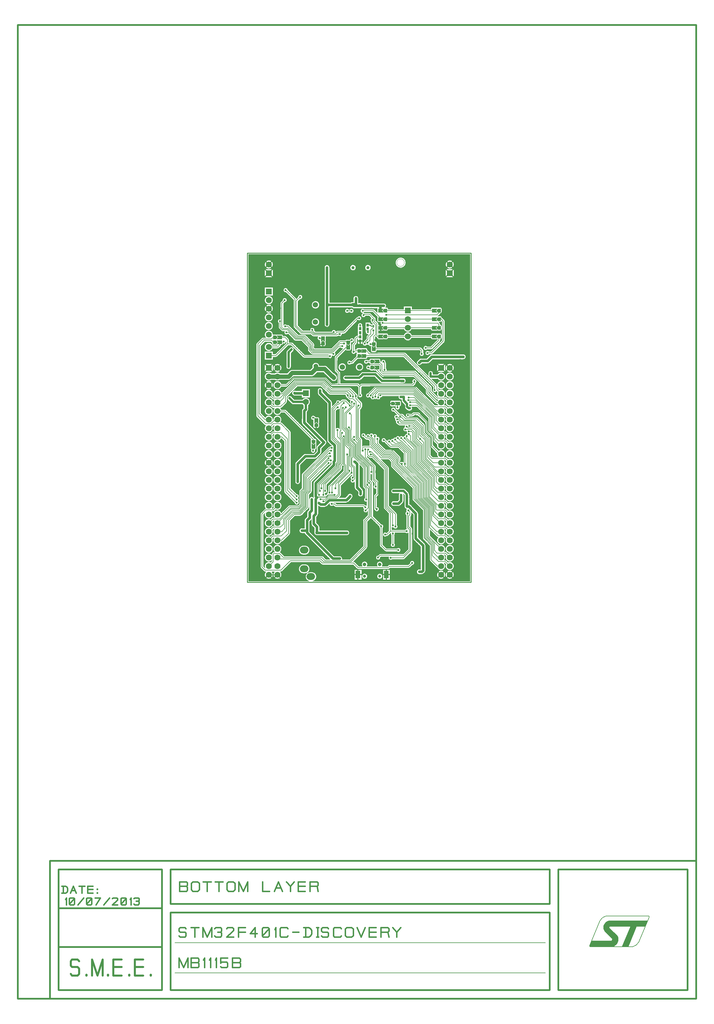
<source format=gbr>
G70*
%FSLAX55Y55*%
%ADD11C,0.01000*%
%ADD12C,0.00650*%
%ADD13C,0.01200*%
%ADD14C,0.00984*%
%ADD15C,0.01181*%
%ADD16C,0.03150*%
%ADD17C,0.02000*%
%ADD18C,0.00650*%
%ADD19C,0.03000*%
%ADD20C,0.02500*%
%ADD21C,0.05000*%
%ADD22C,0.01969*%
%ADD23C,0.02756*%
%ADD24C,0.02362*%
%ADD25C,0.00394*%
%ADD26C,0.00800*%
%ADD27C,0.00100*%
%ADD28C,0.01000*%
%ADD29C,0.06200*%
%ADD30R,0.07000X0.07000*%
%ADD31C,0.07000*%
%ADD32C,0.02362*%
%ADD33R,0.03000X0.03700*%
%ADD34R,0.05512X0.08661*%
%ADD35O,0.03543X0.03543*%
%ADD36O,0.03150X0.03150*%
%ADD37C,0.04134*%
%ADD38O,0.09843X0.07874*%
%ADD39C,0.03543*%
%ADD40C,0.01500*%
%ADD41C,0.02480*%
%ADD42C,0.01575*%
D11*
X285837Y503106D02*
X545679Y503106D01*
X545679Y884995*
X285837Y884995*
X285837Y503106*
D12*
X460258Y705995D02*
X460258Y710586D01*
X460246Y710586*
D13*
X416958Y782997D02*
X419841Y782997D01*
X421997Y785154*
D14*
X422841Y785997D01*
D13*
X416742Y783027D02*
X416958Y782997D01*
D14*
X369858Y778995D02*
X373435Y778995D01*
X373435Y780745*
X373435Y781452*
X310758Y511846D02*
X320758Y511846D01*
X409758Y809995D02*
X409462Y810291D01*
X409462Y814329*
X411823Y802524D02*
X411823Y804260D01*
X413958Y806395*
X436108Y806160D02*
X436108Y810081D01*
X436108Y810645*
X434908Y811845*
X434767Y811987*
D15*
X431758Y814995D01*
D14*
X440557Y802275D02*
X440557Y798543D01*
X440758Y798342*
X440758Y794995*
X511758Y862995D02*
X504758Y862995D01*
X520758Y871846D02*
X520608Y871846D01*
X511758Y862995*
X483440Y545962D02*
X485014Y544388D01*
X485049Y528696*
X477758Y559341D02*
X477931Y551471D01*
X483440Y545962*
D16*
X487608Y854645D02*
X495258Y854645D01*
X487608Y854645D02*
X487608Y854645D01*
X494808Y850045D02*
X487858Y856995D01*
X485258Y856995*
X487608Y854645*
D14*
X410358Y793221D02*
X407954Y795625D01*
X407884Y795625*
X448812Y873354D02*
X415758Y873354D01*
X448812Y863123D02*
X448812Y873354D01*
X474758Y862995D02*
X504758Y862995D01*
X463758Y862995D02*
X474758Y862995D01*
X448812Y863123D02*
X463630Y863123D01*
X463758Y862995*
X433859Y839513D02*
X434065Y839720D01*
X442530Y839720*
X441758Y793995D02*
X462758Y793995D01*
X441758Y793995D02*
X440758Y794995D01*
X437758Y770995D02*
X437020Y770257D01*
X437020Y769695*
X429196Y769695*
X429196Y770257*
X427758Y771695*
X427758Y773389*
X427569Y773578*
X427569Y774186*
X425989Y775766*
X421267Y775766*
X420598Y776435*
D13*
X416958Y780075D01*
X416958Y782997*
D14*
X456258Y526995D02*
X470750Y526995D01*
X472451Y528696*
X388986Y737203D02*
X389183Y737006D01*
X451758Y627995D02*
X458758Y627995D01*
X442258Y625495D02*
X441258Y625495D01*
X437858Y625495*
D17*
X437007Y624644D01*
X439368Y630958D02*
X437007Y628597D01*
X437007Y624644*
D14*
X433859Y839513D02*
X428350Y839513D01*
D18*
X393308Y791165D02*
X391127Y791165D01*
X390008Y790045*
X362658Y790045*
X360258Y792445*
X348708Y792445*
X341108Y800045*
X341108Y831645*
X330671Y842082*
X330258Y842082*
D14*
X433859Y834791D02*
X433859Y839513D01*
X443303Y833217D02*
X435433Y833217D01*
X433859Y834791*
X443303Y833217D02*
X443303Y834004D01*
X463758Y833217D02*
X443303Y833217D01*
X463758Y833217D02*
X463758Y820995D01*
D12*
X320758Y671846D02*
X325858Y671846D01*
X330408Y667295*
X330408Y607995*
X342908Y595495*
X343258Y595495*
D14*
X477144Y833217D02*
X489736Y833217D01*
X463758Y833217D02*
X477144Y833217D01*
X291758Y526995D02*
X291758Y506995D01*
X291758Y546995D02*
X291758Y526995D01*
X291758Y546995D02*
X291758Y566995D01*
X390858Y833995D02*
X400758Y833995D01*
X400758Y832495*
X406758Y832495*
X415758Y865484D02*
X415758Y873354D01*
X407911Y765928D02*
X402175Y760192D01*
X407911Y765928D02*
X406958Y765928D01*
D16*
X477758Y593389D02*
X477758Y595995D01*
X476036Y597717*
X414908Y760495D02*
X414908Y760495D01*
D14*
X437807Y771044D02*
X437758Y770995D01*
X485801Y701788D02*
X486588Y701001D01*
X486588Y698640*
X495245Y689983*
X495245Y678965*
X501541Y672669*
X501541Y663225*
X504689Y660077*
X310758Y731846D02*
X311723Y731846D01*
X316596Y726972*
X329188Y726972*
X340206Y737990*
X375621Y737990*
X383340Y730271*
X411308Y730271*
X414183Y727395*
X414183Y718315*
X414970Y717528*
X419695Y717528*
X420482Y718315*
X420482Y720035*
X450994Y642476D02*
X450994Y641259D01*
X451758Y640495*
X451758Y627995*
D17*
X451173Y658503D02*
X446451Y658503D01*
X440942Y664012*
X440942Y666745*
D14*
X451173Y658503D02*
X452747Y658503D01*
X453534Y657716*
X485801Y701788D02*
X480386Y701788D01*
X480325Y701728*
X440758Y666745D02*
X440942Y666745D01*
D17*
X433072Y677391D02*
X436220Y677391D01*
X440942Y672669*
X440942Y666745*
D14*
X427908Y729745D02*
X428758Y730595D01*
X481758Y730595*
X481758Y730795*
X482958Y731995*
X483558Y731995*
D18*
X450758Y715995D02*
X450758Y715495D01*
X450758Y714380*
D17*
X430711Y714380D01*
D14*
X480325Y701728D02*
X480325Y701845D01*
X478708Y701845*
X477144Y700281*
X477144Y700214*
X476357Y699427*
X470526Y699427*
X468558Y701395*
X461565Y654345D02*
X464552Y651359D01*
X464552Y650633*
X453534Y657716D02*
X453534Y656929D01*
X458981Y656929*
X461565Y654345*
X502328Y655355D02*
X498393Y659290D01*
X498393Y671095*
X492097Y677391*
X492097Y686674*
X482492Y696279*
X481079Y696279*
X468558Y708037D02*
X468558Y707621D01*
X468558Y706595*
X468558Y701395*
X485801Y745073D02*
X485130Y745073D01*
X478834Y751369*
X462978Y751369*
X487758Y742795D02*
X485801Y745073D01*
X461427Y657043D02*
X460640Y656255D01*
X460640Y655271*
X461565Y654345*
D17*
X425202Y714380D02*
X430711Y714380D01*
D14*
X425202Y714380D02*
X422587Y716995D01*
X422587Y725995*
X426187Y729595*
X426337Y729745*
X426537Y729945*
D12*
X404258Y757995D02*
X407258Y757995D01*
X414967Y765704*
X416742Y765704*
D14*
X441258Y762995D02*
X440178Y762995D01*
X439212Y763961*
X445664Y763961*
X450386Y759239*
X462978Y759239*
D17*
X466126Y771044D02*
X473996Y771044D01*
X459043Y771044D02*
X466126Y771044D01*
X461404Y740995D02*
X444858Y740995D01*
D12*
X401758Y651495D02*
X401458Y651195D01*
X401808Y650845*
X401808Y630595*
X388408Y617195*
X388408Y612145*
X388258Y611995*
D18*
X510758Y631846D02*
X506158Y631846D01*
X492097Y645906*
X492097Y667947*
X485801Y674243*
X485801Y681659*
X479051Y688409*
X464644Y688409*
X461058Y691995*
X459758Y691995*
D14*
X435443Y630665D02*
X435433Y630675D01*
D17*
X435433Y632357D01*
D14*
X435433Y636320D01*
X435433Y639570*
X433081Y641922*
X433081Y642476*
X477758Y568995D02*
X477758Y559341D01*
X469274Y579803D02*
X463765Y579803D01*
X463765Y575868*
X469274Y575868*
X477758Y578995D02*
X477758Y568995D01*
D17*
X436758Y601495D02*
X437007Y601744D01*
X439008Y601744*
X439008Y624644*
X437007Y624644*
X436758Y601495D02*
X436758Y600995D01*
X439758Y600995*
X439758Y601495*
X443008Y585045D02*
X443008Y597395D01*
X438908Y601495*
X438908Y601995*
X437258Y601995*
X437258Y601495*
X436758Y601495*
X443008Y585045D02*
X443130Y584923D01*
X443130Y583017*
D14*
X443120Y583027D01*
D17*
X443008Y582877D02*
X443008Y585045D01*
X443008Y582877D02*
X444090Y581795D01*
D14*
X444090Y577163D01*
X448258Y572995*
X476258Y740351D02*
X470061Y740351D01*
X476258Y740351D02*
X479358Y740351D01*
X483036Y736673*
X483036Y736033*
X483440Y735629*
X476258Y740351D02*
X476258Y734995D01*
X395089Y735192D02*
X395089Y737566D01*
X393722Y738932*
X393722Y747590*
X390561Y750751*
X390561Y760192*
X391686Y761317*
X401230Y761317*
X402958Y763045*
X460758Y565195D02*
X469208Y565195D01*
X469274Y565261*
X469274Y575868*
X388986Y745845D02*
X385049Y749782D01*
X385049Y761767*
X384262Y762554*
X384262Y756255*
X383868Y756649*
X383868Y758224*
X389183Y735192D02*
X389183Y737006D01*
X389183Y735192D02*
X388873Y735502D01*
X387426Y734055*
X384278Y734055*
X377195Y741138*
X338632Y741138*
X334697Y737203*
X316116Y737203*
X310758Y731846*
D12*
X376258Y608995D02*
X376258Y616995D01*
X394158Y634895*
X394158Y638295*
X396158Y640295*
X396158Y668745*
X393658Y671245*
X393658Y678295*
X394558Y679195*
X394558Y707795*
X397758Y710995*
D18*
X437794Y717528D02*
X437794Y721249D01*
X439040Y722495*
X479058Y722495*
X505208Y696345*
X505208Y690666*
X509008Y686866*
X515738Y686866*
X520758Y681846*
D14*
X420758Y601495D02*
X408758Y601495D01*
X420758Y601495D02*
X420758Y600995D01*
X420758Y601495D02*
X421258Y601495D01*
X396758Y634545D02*
X396758Y634495D01*
X396758Y637495D02*
X396758Y634545D01*
X377258Y605495D02*
X378558Y606795D01*
X378558Y608845*
X379358Y609645*
X379358Y617145*
X396758Y634545*
D18*
X470848Y683687D02*
X472422Y682113D01*
X478079Y682113*
X481079Y679113*
X481079Y667947*
X487375Y661651*
X487375Y643878*
X505055Y626198*
X505055Y619745*
X508008Y616792*
X515811Y616792*
X520758Y611846*
D14*
X406358Y597145D02*
X406233Y597020D01*
D18*
X473996Y684474D02*
X478153Y684474D01*
X482653Y679974*
X482653Y669521*
X488949Y663225*
X488949Y644554*
X510758Y622745*
X510758Y621846*
D12*
X454758Y546495D02*
X454734Y546519D01*
X454734Y559722*
X370258Y608995D02*
X369458Y608995D01*
X369458Y616295*
X390008Y636845*
X390008Y640145*
X391958Y642095*
X391958Y663795*
X385508Y670245*
X385508Y704145*
X391008Y709645*
X392158Y709645*
X396108Y713595*
X399758Y713595*
X404758Y708595*
X404758Y707995*
D18*
X473209Y717528D02*
X479975Y717528D01*
X502133Y695370*
X502133Y683095*
X508624Y676604*
X515707Y676604*
X520466Y671846*
X520758Y671846*
X510758Y721846D02*
X505758Y726846D01*
X505758Y730645*
X468258Y768145*
X427558Y768145*
X424094Y771609*
X421073Y771609*
X510758Y651846D02*
X509408Y651846D01*
X499967Y661286*
X499967Y671882*
X493822Y678027*
X493822Y689045*
X492740Y690127*
X484227Y698640*
X478718Y698640*
X477192Y696995*
X472258Y696995*
D12*
X386258Y793495D02*
X386258Y793995D01*
X384808Y792545*
X364008Y792545*
X361258Y795295*
X361258Y795995*
D18*
X310758Y776245D02*
X321058Y776245D01*
X323238Y778426*
X323238Y781846*
D12*
X327608Y781846D01*
X328258Y782495*
X444887Y788542D02*
X502762Y788542D01*
X406758Y629995D02*
X392908Y616145D01*
X392908Y604245*
X389558Y600895*
D18*
X379958Y600895D01*
X376208Y597145*
X374408Y597145*
X374258Y596995*
X400258Y706195D02*
X400258Y705695D01*
X397657Y703094*
X397657Y681946*
X401158Y678445*
X401158Y663195*
X402258Y662095*
D12*
X402408Y661945D01*
D18*
X405358Y658995D01*
X405358Y649595*
X404658Y648895*
X404658Y638395*
X406758Y636295*
X406758Y629995*
X474783Y712019D02*
X481484Y712019D01*
X499037Y694466*
X499037Y679895*
X504689Y674243*
X504689Y670308*
X507837Y667160*
X515707Y667160*
X520758Y662109*
X520758Y661846*
X520758Y711846D02*
X515862Y716741D01*
X506263Y716741*
X498308Y724696*
X498308Y729095*
X480358Y747045*
X443908Y747045*
X442308Y748645*
X442308Y755495*
X438398Y759405*
X436230Y759405*
X510758Y711846D02*
X505476Y711846D01*
X494608Y722714*
X494608Y727745*
X479108Y743245*
X442608Y743245*
X436230Y749623*
X436230Y752318*
X320758Y721846D02*
X326827Y721846D01*
X341398Y736416*
X374834Y736416*
X383955Y727295*
X405008Y727295*
X411821Y720482*
X411821Y719247*
X411821Y716395*
X417332Y710884*
X417332Y706445*
X415008Y704121*
X415008Y671045*
X417332Y668721*
X417332Y651771*
X431858Y637245*
X431858Y622145*
X434758Y619245*
X434758Y613995*
X419758Y817995D02*
X420158Y818395D01*
X431858Y818395*
X440557Y809696*
X440557Y808613*
X440557Y808542*
D12*
X429258Y651495D02*
X430908Y651495D01*
X447158Y635245*
X447158Y590445*
X454658Y582945*
X454658Y569245*
X454758Y569245*
X472053Y788542D02*
X444896Y788543D01*
X444887Y788542*
D18*
X420758Y812995D02*
X420758Y813995D01*
X427758Y813995*
X433358Y808395*
X433358Y805895*
X436220Y803033*
X436220Y789330*
X437011Y788539*
X440557Y788542*
X310758Y571846D02*
X315508Y576595D01*
X323458Y576595*
X336108Y589245*
X345562Y589245*
X349058Y592741*
X349058Y608195*
X351958Y611095*
X351958Y627195*
X380558Y655795*
X383358Y655795*
X381458Y652695D02*
X381358Y652795D01*
X380058Y652795*
X373758Y646495*
X353258Y625995*
X353258Y610445*
X350408Y607595*
X350408Y592195*
X347958Y589745*
D12*
X345908Y587695D01*
X336608Y587695*
X320758Y571846*
D18*
X310758Y561846D02*
X315879Y566967D01*
X324158Y566967*
X327708Y570517*
X327708Y576495*
X337408Y586195*
X346496Y586195*
X351808Y591507*
X351808Y607095*
X354508Y609795*
X354508Y625145*
X378858Y649495*
X382258Y649495*
X520758Y631846D02*
X515707Y636897D01*
X503357Y636897*
X493671Y646582*
X493671Y668734*
X487375Y675030*
X487375Y682483*
X479875Y689983*
X465170Y689983*
X460158Y694995*
X458758Y694995*
X520758Y641846D02*
X515905Y646698D01*
X500305Y646698*
X496819Y650184*
X496819Y670308*
X490196Y676931*
X490196Y685245*
X482796Y692645*
X469758Y692645*
X465308Y697095*
X462308Y697095*
X455908Y703495*
X455258Y703495*
X474783Y708495D02*
X483008Y708495D01*
X497476Y694027*
X497476Y679095*
X503115Y673456*
X503115Y668138*
X509408Y661846*
X510758Y661846*
X440358Y719995D02*
X440358Y719995D01*
X441158Y720795*
X478758Y720795*
X503658Y695895*
X503658Y688546*
X510358Y681846*
X510758Y681846*
D12*
X429758Y630995D02*
X429758Y637545D01*
X415958Y651345*
X415958Y667795*
X413558Y670195*
X413558Y706795*
X414758Y707995*
X409758Y710495D02*
X409758Y708045D01*
X400958Y699245*
X400958Y682445*
X403658Y679745*
X403658Y665045*
X408158Y660545*
X408158Y648245*
X407308Y647395*
X407308Y639895*
X410408Y636795*
X410408Y623145*
X408258Y620995*
D18*
X510758Y691846D02*
X510758Y692745D01*
X479208Y724295*
X437793Y724295*
X434646Y721148*
X434646Y718315*
X374047Y604495D02*
X374047Y616634D01*
X392658Y635245*
X392658Y639145*
X394558Y641045*
X394558Y668095*
X390508Y672145*
X390508Y679824*
X390561Y679877*
X510758Y531846D02*
X507408Y531846D01*
X501858Y537395*
X501858Y547103*
X493608Y555353*
X493608Y588457*
X482258Y599807*
X482258Y614826*
X457469Y639615*
X457469Y645124*
X451960Y650633*
X443303Y650633*
X430711Y663225*
X430711Y668734*
X426776Y672669*
X425989Y672669*
X510758Y581846D02*
X506758Y581846D01*
X503608Y584996*
X503608Y592488*
X494258Y601838*
X494258Y621245*
X476357Y639146*
X476357Y655355*
X464552Y667160*
X463765Y667160*
X460617Y670308*
X520758Y531846D02*
X515707Y536897D01*
X506263Y536897*
X503108Y540052*
X503108Y547607*
X494858Y555857*
X494858Y588961*
X483758Y600061*
X483758Y615687*
X459043Y640402*
X459043Y645911*
X452747Y652207*
X444090Y652207*
X432285Y664012*
X432285Y669521*
X429924Y671882*
X429924Y673456*
D12*
X409258Y770695D02*
X410258Y770695D01*
X411172Y771609*
X416742Y771609*
D18*
X520758Y581846D02*
X515712Y586891D01*
X505758Y586891*
X504858Y587791*
X504858Y592991*
X495758Y602091*
X495758Y621995*
X477931Y639822*
X477931Y656929*
X464552Y670308*
D12*
X416742Y787751D02*
X413114Y787751D01*
X411558Y786195*
X411558Y781395*
X409058Y778895*
X409058Y770695*
X409258Y770695*
X416742Y787751D02*
X416742Y792672D01*
X409258Y770695D02*
X409258Y770495D01*
D18*
X510758Y591846D02*
X510458Y592145D01*
X507458Y592145*
X497258Y602345*
X497258Y622745*
X479505Y640498*
X479505Y659148*
X468487Y670166*
X468487Y670308*
X320758Y551846D02*
X325658Y551846D01*
X333708Y559895*
X333708Y575395*
X340108Y581795*
X347358Y581795*
X355758Y590195*
X355758Y605345*
X359108Y608695*
X359108Y620345*
X380258Y641495*
D12*
X404758Y698995D02*
X404808Y698995D01*
X406508Y697295*
X406508Y680195*
X406208Y679895*
X406208Y666945*
X410708Y662445*
X410708Y648995*
X423008Y636695*
X423008Y614945*
X426058Y611895*
X426058Y589295*
X423258Y586495*
X416742Y801480D02*
X416742Y797397D01*
D18*
X520758Y601846D02*
X515255Y607348D01*
X506758Y607348*
X501758Y612348*
X501758Y624995*
X484227Y642526*
X484227Y660699*
X477931Y666995*
X477931Y676755*
X476508Y678178*
X473209Y678178*
X423758Y598995D02*
X423758Y612245D01*
X421658Y614345*
X421658Y636145*
X409458Y648345*
X409458Y661345*
X404908Y665895*
X404908Y681750*
X403758Y682900*
X320758Y561846D02*
X325708Y561846D01*
X329558Y565696*
X329558Y576245*
X337908Y584595*
X346650Y584595*
X353108Y591053*
X353108Y606345*
X356108Y609345*
X356108Y623095*
X380258Y647245*
X380258Y646995*
D12*
X502762Y808542D02*
X472053Y808542D01*
X472053Y818542D02*
X502762Y818542D01*
X510758Y611846D02*
X506008Y611846D01*
X503258Y614596*
X503258Y625745*
X485801Y643202*
X485801Y661149*
X479505Y667445*
X479505Y677542*
X476508Y680539*
X469274Y680539*
X444887Y808542D02*
X444892Y808543D01*
X447308Y808543*
X472053Y808542*
D18*
X310758Y551846D02*
X315558Y556646D01*
X325258Y556646*
X331458Y562846*
X331458Y575545*
X339058Y583145*
X346954Y583145*
X354358Y590549*
X354358Y605745*
X357758Y609145*
X357758Y622395*
X380008Y644645*
X383101Y644645*
X383101Y644495*
X382758Y644495*
D12*
X426258Y752495D02*
X426258Y751745D01*
X431327Y751745*
X431900Y752318*
D18*
X362258Y693995D02*
X363558Y693995D01*
X365758Y691795*
X365758Y690901*
X362215Y655752D02*
X362215Y660586D01*
X362608Y660980*
X457758Y567745D02*
X457758Y582254D01*
X448408Y591604*
X448408Y635995*
X429908Y654495*
X428258Y654495*
D12*
X310758Y691846D02*
X306658Y691846D01*
X299708Y698795*
X299708Y777845*
X305558Y783695*
X314058Y783695*
X315908Y781846*
X318908Y781846*
D18*
X472758Y714380D02*
X481073Y714380D01*
X500608Y694845*
X500608Y681995*
X510758Y671846*
D12*
X371758Y611995D02*
X371758Y616545D01*
X391258Y636045*
X391258Y639595*
X393208Y641545*
X393208Y664595*
X386808Y670995*
X386808Y702495*
X390308Y705995*
X390758Y705995*
D18*
X520758Y621846D02*
X515580Y627023D01*
X508730Y627023*
X490523Y645230*
X490523Y665586*
X486588Y669521*
X460758Y688995D02*
X459830Y688995D01*
X459830Y689196*
X462191Y686835*
X478227Y686835*
X484227Y680835*
X484227Y671932*
X486464Y669695*
X486588Y669521*
X432490Y774169D02*
X432514Y774192D01*
X486361Y774192*
X488358Y772195*
X488358Y767995*
X396758Y705595D02*
X396083Y705595D01*
X396083Y681145*
X399908Y677320*
X399908Y661645*
X404058Y657495*
X404058Y650695*
D12*
X404058Y650095D01*
X403058Y649095*
X403058Y633695*
X404258Y632495*
X404258Y630945*
X391658Y618345*
X391658Y605195*
X388758Y602295*
D18*
X379508Y602295D01*
X376508Y599295*
X370758Y599295*
X370758Y599495*
X510758Y641846D02*
X501408Y641846D01*
X495245Y648008*
X495245Y669521*
X488949Y675817*
X488949Y683410*
X481113Y691245*
X468108Y691245*
X464358Y694995*
X463258Y694995*
D12*
X472758Y586495D02*
X474608Y584645D01*
X474608Y581395*
X473358Y580145*
X473358Y567345*
X475508Y565195*
X475508Y539995*
X467008Y531495*
X453158Y531495*
X452258Y532395*
X452258Y531495*
X320758Y691846D02*
X318208Y691846D01*
X313308Y686945*
X307108Y686945*
X298058Y695995*
X298058Y779645*
X303708Y785295*
X313708Y785295*
X315770Y787357*
X318908Y787357*
X471508Y798542D02*
X472053Y798542D01*
X451708Y562645D02*
X451708Y562195D01*
X448008Y558495*
X445758Y558495*
X426258Y656995D02*
X425658Y656395D01*
X425658Y651245*
X427658Y649245*
X431008Y649245*
X445908Y634345*
X445908Y589595*
X451708Y583795*
X451708Y562645*
X470848Y562489D02*
X470842Y562495D01*
X451858Y562495*
X451708Y562645*
D18*
X503358Y725995D02*
X503358Y730495D01*
X467708Y766145*
X421999Y766145*
X421558Y765704*
X421073Y765704*
X310758Y721846D02*
X315809Y716795D01*
X317330Y716795*
X317383Y716741*
X323804Y716741*
X341905Y734842*
X374047Y734842*
X383343Y725547*
X403857Y725547*
X408671Y720732*
X408671Y718460*
X520758Y591846D02*
X515597Y597007D01*
X507646Y597007*
X498758Y605895*
X498758Y623495*
X481079Y641174*
X481079Y659724*
X470848Y669955*
X470848Y672669*
X510758Y601846D02*
X508858Y601846D01*
X500258Y610445*
X500258Y624246*
X482653Y641850*
X482653Y660134*
X475541Y667245*
X475541Y672698*
X473209Y675030*
D12*
X436220Y587995D02*
X436220Y586886D01*
X434434Y588672*
X434434Y603276*
X437058Y605899*
X437058Y618945*
X433108Y622895*
X433108Y637945*
X423008Y648045*
X423008Y657495*
X422958Y657545*
D18*
X422958Y657595D01*
D12*
X471758Y582995D02*
X471758Y566445D01*
X474108Y564095*
D18*
X474108Y540745D01*
X467708Y534345*
X440077Y534345*
X437598Y531866*
X437598Y531715*
D12*
X444887Y818542D02*
X470979Y818542D01*
X471058Y818463*
X472053Y818460*
X472053Y818542*
X471508Y798542D02*
X444887Y798542D01*
X471508Y798542D02*
X502762Y798542D01*
D14*
X425600Y796806D02*
X425758Y796649D01*
X425758Y793495*
D18*
X416758Y719995D02*
X416258Y719995D01*
X416358Y720095*
X416358Y730045*
X402963Y776137D02*
X400800Y776137D01*
X388858Y764195*
X388858Y749095*
X392208Y745745*
X392208Y732545*
X320758Y731846D02*
X331608Y731846D01*
X339358Y739595*
X376608Y739595*
X383658Y732545*
X392208Y732545*
X413858Y732545*
X416358Y730045*
X418358Y732045*
X477408Y732045*
X479758Y734395*
X479758Y736495*
D19*
X455577Y594495D02*
X461258Y594495D01*
X464358Y597595*
X464358Y601476*
X464358Y604476D02*
X464358Y602114D01*
D20*
X498558Y742264D02*
X498558Y745726D01*
X510758Y741846D02*
X498908Y741846D01*
X498607Y742147*
D21*
X320758Y741846D02*
X310758Y741846D01*
X365458Y751369D02*
X365135Y751369D01*
X365077Y753995D02*
X365458Y753995D01*
X365458Y751369*
X364771Y750682*
X365258Y750682*
X386258Y740763D02*
X386258Y740314D01*
D22*
X415858Y740345D02*
X416058Y740345D01*
X419508Y743795*
D17*
X419508Y743995D01*
D23*
X415858Y740345D02*
X419369Y743856D01*
X474561Y704995D02*
X473108Y704995D01*
X471308Y706795*
X471308Y710245*
X467508Y714045*
X467508Y717745*
X467619Y717856*
X463955Y717995D02*
X467561Y717995D01*
D19*
X464071Y736858D02*
X464336Y736911D01*
D22*
X463808Y736795D02*
X463808Y736911D01*
X464336Y736911*
D19*
X533340Y764748D02*
X536637Y764748D01*
X532702Y764748D02*
X499811Y764748D01*
X495089Y760026*
X487694Y760026*
X485239Y757891D02*
X487150Y759801D01*
D22*
X467058Y736795D02*
X467058Y736911D01*
X466942Y736911*
D19*
X464336Y736911D01*
D14*
X433758Y744495D02*
X433758Y744745D01*
X434258Y744745*
D22*
X434608Y744395D01*
D23*
X442208Y736795D01*
X463561Y736795*
X433758Y744495D02*
X434061Y744495D01*
D22*
X415858Y740345D02*
X419208Y743695D01*
D23*
X420008Y744495D01*
X433758Y744495*
D14*
X399758Y740495D02*
X399758Y740351D01*
X399223Y740351*
D22*
X399223Y740345D01*
X399708Y740345*
D23*
X415858Y740345D01*
D21*
X384939Y742082D02*
X384200Y742082D01*
X375599Y750682*
X365258Y750682*
X360521Y745945*
X337858Y745945*
X333758Y741846*
X320758Y741846*
D23*
X334795Y716746D02*
X339144Y712397D01*
X353750Y712397*
D19*
X344258Y619814D02*
X344258Y640445D01*
X346758Y642945*
X346983Y643221D02*
X353058Y649295D01*
X364258Y649295*
X368958Y653995*
X368958Y659545*
X374258Y664845*
X374258Y665495*
X374758Y665495*
X374939Y665495*
X352011Y688292D02*
X374658Y665645D01*
D14*
X374758Y665545D01*
X374758Y665495*
D23*
X351782Y692798D02*
X351782Y688522D01*
X352011Y688292*
X353750Y712397D02*
X353750Y703845D01*
D19*
X352011Y702106D01*
X352011Y688292*
D12*
X431900Y759405D02*
X423758Y759405D01*
X423758Y758995*
D18*
X329758Y799995D02*
X329758Y800145D01*
X332758Y800145*
X344108Y788795*
X352208Y788795*
X361708Y779295*
X361708Y774495*
X363058Y773145*
X384208Y773145*
X393508Y782445*
X400985Y782445*
X402963Y780468*
X407258Y783995D02*
X406490Y783995D01*
X402963Y780468*
X329258Y830495D02*
X329258Y830445D01*
X326008Y827195*
X326008Y798895*
X327408Y797495*
X333258Y797495*
X343208Y787545*
X351308Y787545*
X360358Y778495*
X360358Y774045*
X362758Y771645*
X384858Y771645*
X393208Y779995*
X398258Y779995*
X425258Y780995D02*
X428075Y783812D01*
X428075Y787296*
X432285Y791506*
X432285Y795495*
D12*
X447258Y813495D02*
X505958Y813495D01*
X508408Y815945*
X508408Y817148*
X507092Y818542*
D18*
X510758Y561846D02*
X506008Y561846D01*
X498608Y569246*
X498608Y590472*
X488258Y600822*
X488258Y618245*
X468758Y637745*
X468758Y640495*
X444090Y667947D02*
X444961Y667947D01*
X452002Y660906*
X461497Y660906*
X468758Y653645*
X468758Y640495*
X494958Y769195D02*
X495321Y769558D01*
X499671Y769558*
X513258Y783145*
X513258Y806245*
X510886Y808617*
X507092Y808542*
X347254Y834208D02*
X347071Y834208D01*
X342658Y829795*
X342658Y800706*
X349569Y793795*
X360808Y793795*
X363308Y791295*
X388258Y791295*
X390258Y793295*
X398058Y793295*
X402308Y797545*
X402058Y797545*
X414008Y809495*
D12*
X415758Y809495D01*
D19*
X410077Y642995D02*
X410508Y642995D01*
X413208Y640295*
X413208Y613195*
X417258Y609145*
X417258Y605314*
X487880Y515310D02*
X485368Y515310D01*
X488424Y515536D02*
X489774Y516885D01*
X489774Y539401*
X489774Y542550D02*
X489774Y540039D01*
X489774Y543188D02*
X489774Y545745D01*
X481258Y554261*
X481258Y582870*
X473046Y591083*
X471208Y591083*
X471095Y591083*
X471208Y590970*
D14*
X471233Y590945D01*
D19*
X471208Y591083D02*
X470958Y591333D01*
X470958Y601476*
X470958Y603876D02*
X470958Y602114D01*
X444090Y823972D02*
X444090Y823972D01*
X440058Y823972D02*
X440058Y818460D01*
X440155Y818460*
D14*
X440557Y818542D01*
D19*
X429404Y823995D02*
X429408Y823995D01*
D24*
X417294Y823972D01*
D19*
X416562Y823972D01*
X416038Y824495*
X416458Y824495*
X416982Y823971*
X417294Y823972*
X411758Y832676D02*
X411758Y825645D01*
X407758Y825645*
D18*
X520758Y561846D02*
X516179Y566424D01*
X507758Y566424*
X499858Y574324*
X499858Y590976*
X489758Y601076*
X489758Y618995*
X471635Y637118*
X471635Y652994*
X462191Y662438*
X454321Y662438*
X450386Y666373*
D19*
X386358Y824995D02*
X386939Y824995D01*
X378318Y868495D02*
X378318Y824995D01*
X353750Y722397D02*
X353619Y722528D01*
X340758Y722528*
X340525Y722762*
X340533Y722770*
D20*
X333758Y753064D02*
X333758Y769995D01*
X337209Y773447*
D19*
X378318Y824995D02*
X378318Y802243D01*
X386358Y824995D02*
X378318Y824995D01*
X386358Y824995D02*
X407758Y824995D01*
X407758Y825645*
X409446Y823957*
X417294Y823972*
X429404Y823995D02*
X417294Y823972D01*
X429439Y823995D02*
X429404Y823995D01*
X430077Y823995D02*
X439758Y823972D01*
X439957Y823972*
X440058Y823972D02*
X439957Y823972D01*
X444090Y823972D02*
X440058Y823972D01*
D18*
X510758Y541846D02*
X496108Y556496D01*
X496108Y589464*
X485258Y600314*
X485258Y616548*
X460358Y641448*
X460358Y646957*
X453534Y653781*
X444877Y653781*
X433859Y664799*
X433859Y672669*
D19*
X444090Y823972D02*
X444288Y823972D01*
D20*
X470958Y604264D02*
X470958Y605322D01*
X467285Y608995*
X455327Y608995*
D19*
X405258Y603095D02*
X404608Y602445D01*
X404608Y602226*
X400827Y598445*
X380958Y598445*
X375958Y593445*
X370808Y593445*
X368983Y595270*
D12*
X445258Y749495D02*
X445058Y749495D01*
X445058Y757695*
X443758Y758995*
D19*
X355108Y562995D02*
X355108Y575095D01*
X358208Y578195*
X358208Y583981*
X360558Y586331*
X360558Y599445*
D14*
X360758Y599445D01*
D19*
X355108Y562995D02*
X349077Y562995D01*
X355108Y562995D02*
X355108Y560695D01*
X385158Y530645*
X393120Y530645*
D18*
X520758Y551846D02*
X515623Y556980D01*
X507258Y556980*
X497358Y566880*
X497358Y589968*
X486758Y600568*
X486758Y617409*
X465339Y638828*
X465339Y640402*
X437007Y669521D02*
X436958Y669472D01*
X436958Y664061*
X445664Y655355*
X454321Y655355*
X461758Y647918*
X461758Y642409*
X463765Y640402*
X465339Y640402*
D12*
X492758Y774995D02*
X499158Y774995D01*
X508308Y784145*
X508308Y788542*
X507092Y788542*
X461258Y540495D02*
X461258Y540645D01*
X446608Y540645*
X441158Y546095*
X441158Y567895*
X441258Y567995*
X430008Y579245*
X430008Y618745*
X427258Y621495*
X427258Y638195*
X414558Y650895*
X414558Y666945*
X412258Y669245*
X412258Y712345*
X408558Y716045*
X404958Y716045*
X402372Y718631*
X402372Y720035*
D18*
X400010Y722397D01*
X381770Y722397*
X371922Y732245*
X343358Y732245*
X330119Y719006*
X330119Y712580*
X324508Y706969*
X315635Y706969*
X310758Y711846*
D19*
X368439Y560495D02*
X366758Y560495D01*
X366308Y560945*
X401439Y560495D02*
X366308Y560495D01*
X366308Y560945*
X366508Y560945*
X366508Y567495*
X363029Y570974*
X363029Y580166*
X365179Y582316*
X365179Y599845*
X366668Y601335*
X365858Y602145*
D14*
X387258Y604495D02*
X379608Y604495D01*
X377258Y602145*
X365858Y602145*
D19*
X370258Y725676D02*
X370258Y722891D01*
X381258Y711891*
X381258Y667895*
X384958Y664195*
X385065Y664195*
X387058Y662263*
X387058Y644045*
X386158Y643145*
X386158Y639024*
X365358Y618224*
X365358Y602645*
X365858Y602145*
D18*
X510758Y571846D02*
X509758Y571846D01*
X501108Y580496*
X501108Y591480*
X491258Y601330*
X491258Y619745*
X473209Y637794*
X473209Y653781*
X462978Y664012*
X457469Y664012*
X454321Y667160*
D12*
X381258Y606995D02*
X381258Y613945D01*
X384558Y617245*
D18*
X398908Y631595D01*
X398908Y638345*
X397408Y639845*
X397408Y669545*
X395308Y671645*
X395308Y676195*
X395608Y676495*
X395758Y676495*
X520758Y571846D02*
X515948Y576655D01*
X507758Y576655*
X502358Y582055*
X502358Y591984*
X492758Y601584*
X492758Y620495*
X474783Y638470*
X474783Y654568*
X463765Y665586*
X460617Y665586*
X457469Y668734*
X369758Y786495D02*
X370471Y785783D01*
X373435Y785783*
D12*
X431258Y807495D02*
X431258Y805345D01*
X434708Y801895*
X434708Y790595*
X432490Y788378*
X432490Y778595*
D18*
X331258Y792995D02*
X333858Y792995D01*
X341858Y784995*
X349308Y784995*
X357808Y776495*
X357808Y772695*
X361358Y769145*
X384608Y769145*
X385758Y767995*
X428758Y779495D02*
X428758Y779195D01*
X431612Y779195*
X432212Y778595*
X432490Y778595*
D12*
X432490Y778499D02*
X432490Y778595D01*
X422758Y589995D02*
X422758Y590045D01*
X420808Y591995*
X388858Y591995*
X387008Y593845*
X383758Y593845*
X383758Y593995*
D18*
X391258Y712019D02*
X384258Y705019D01*
X384258Y669245*
X390658Y662845*
X390658Y642745*
X388758Y640845*
X388758Y637745*
X367808Y616795*
X367808Y605895*
X369208Y604495*
X369258Y604495*
X520758Y691846D02*
X515707Y696897D01*
X508807Y696897*
X479608Y726095*
X437208Y726095*
X431498Y720385*
X431498Y717528*
D12*
X407258Y712495D02*
X407358Y712495D01*
X407358Y707400*
X399308Y699350*
X399308Y682295*
X402408Y679195*
X402408Y664245*
X406608Y660045*
X406608Y648945*
X406058Y648395*
X406058Y638995*
X409058Y635995*
X409058Y625145*
X408408Y624495*
X408258Y624495*
D18*
X401758Y817995D02*
X406758Y817995D01*
D14*
X425600Y801531D02*
X428423Y801531D01*
X429458Y800495*
X432258Y800495*
D12*
X310758Y671846D02*
X315608Y676695D01*
X325208Y676695*
X332408Y669495*
X332408Y609895*
X343258Y599045*
X343258Y598995*
D18*
X323758Y805995D02*
X323758Y806045D01*
X323958Y806045*
X323958Y798845*
X326608Y796195*
X332558Y796195*
X342508Y786245*
X350258Y786245*
X359058Y777445*
X359058Y773445*
X362108Y770395*
X385658Y770395*
X392258Y776995*
X396258Y776995*
X422258Y779995D02*
X422258Y780612D01*
X422841Y781195*
X422841Y782062*
X425950Y785171*
X425950Y788319*
X429137Y791506*
X429137Y795724*
X432258Y798845*
X432258Y800495*
D12*
X442958Y803995D02*
X443308Y803645D01*
X506958Y803645*
X508158Y802445*
X508158Y799443*
X507092Y798542*
X425258Y615995D02*
X424758Y616495D01*
X424758Y617645*
D18*
X424758Y636895D01*
X411958Y649695*
X411958Y663045*
X407508Y667495*
X407508Y669632*
X409758Y671882*
X310758Y521846D02*
X315809Y526897D01*
X315809Y535731*
X316596Y536518*
X323235Y536518*
X327958Y531795*
X372658Y531795*
X376258Y528195*
X405508Y528195*
X421808Y544495*
X421808Y574695*
X424908Y577795*
D12*
X427358Y580245D01*
X427358Y613895*
X425258Y615995*
X427258Y618495D02*
X426008Y619745D01*
X426008Y637495*
X413208Y650295*
X413208Y650445*
D18*
X413208Y665045D01*
X409758Y668495*
X427258Y618495D02*
X428658Y617095D01*
X428658Y579324*
X423408Y574074*
X423408Y543895*
X406358Y526845*
X374458Y526845*
X371358Y529945*
X324208Y529945*
X322308Y531846*
X320758Y531846*
X510758Y701846D02*
X505858Y701846D01*
X480008Y727695*
X436358Y727695*
X429137Y720474*
X429137Y719889*
X520758Y521846D02*
X515529Y527074D01*
X507708Y527074*
X500608Y534174*
X500608Y546599*
X492358Y554849*
X492358Y587953*
X480758Y599553*
X480758Y613965*
X455895Y638828*
X455895Y644337*
X451173Y649059*
X442516Y649059*
X429137Y662438*
X429137Y667947*
X426776Y670308*
X424045Y670308*
X420658Y673695*
X397758Y672495D02*
X398658Y671595D01*
X398658Y640545*
X400158Y639045*
X400158Y630795*
X384358Y614995*
X384358Y607595*
X384258Y607495*
X384258Y606995*
X405522Y719247D02*
X405522Y720481D01*
X402032Y723972*
X382557Y723972*
X373033Y733495*
X342608Y733495*
X328356Y719244*
X328356Y717244*
X322958Y711846*
X320758Y711846*
X520758Y701846D02*
X515707Y706897D01*
X502757Y706897*
X480708Y728945*
X434608Y728945*
X425989Y720326*
X425989Y719889*
X320758Y581846D02*
X325858Y581846D01*
X334708Y590695*
X345258Y590695*
X347758Y593195*
X347758Y608845*
X350708Y611796*
X350708Y628245*
X381458Y658995*
X383758Y658995*
X477144Y525500D02*
X473209Y521565D01*
X450766Y521565*
X449188Y519987*
X414558Y519987*
X409258Y525287*
X373016Y525287*
X370258Y528045*
X335708Y528045*
X324708Y517045*
X306658Y517045*
X302908Y520795*
X302908Y582545*
X307358Y586995*
X315908Y586995*
X320758Y591846*
X381758Y765495D02*
X381758Y765345D01*
X351708Y765345*
X337208Y779845*
X332458Y779845*
X310758Y766245D02*
X318908Y766245D01*
X332458Y779795*
X332458Y779845*
X332458Y784445*
X329546Y787357*
X323238Y787357*
D12*
X320758Y701846D02*
X329508Y701846D01*
X362608Y668745*
X362608Y665310*
X310758Y681846D02*
X315858Y686945D01*
X324899Y686945*
X334358Y677486*
X334358Y611845*
X343208Y602995*
X343258Y602995*
D18*
X419958Y655795D02*
X419958Y659395D01*
X420640Y660077*
X429137Y660077*
X441349Y647594*
X450386Y647485*
X454321Y643550*
X454321Y638041*
X479258Y613104*
X479258Y599299*
X491108Y587449*
X491108Y554345*
X499358Y546095*
X499358Y528946*
X506458Y521846*
X510758Y521846*
D25*
X459376Y874025D02*
G75*
G03X468180Y874025I04402J00000D01*
G03X459376Y874025I-04402J00000*
D15*
G01X320758Y511846D02*
X317309Y508396D01*
D25*
G36*
X424347Y596496D02*
G75*
G02X422047Y600909I-00589J02499D01*
G01X422047Y611537*
X420448Y613135*
G75*
G02X419947Y614350I01210J01210*
G01X419947Y635437*
X416094Y639289*
X416094Y614391*
X419299Y611186*
G75*
G02X420144Y609144I-02041J-02041*
G01X420144Y605314*
G75*
G02X414372Y605314I-02886J00000*
G01X414372Y607950*
X411167Y611154*
G75*
G02X410322Y613196I02041J02041*
G01X410322Y619468*
G75*
G02X406379Y622745I-02064J01527*
G02X407347Y626895I01879J01750*
G01X407347Y627496*
G75*
G02X406615Y627432I-00589J02501*
G01X394619Y615436*
X394619Y604245*
G75*
G02X394112Y603029I-01711J00000*
G01X392414Y601331*
X399631Y601331*
X402017Y603717*
G75*
G02X402567Y604486I02591J-01272*
G01X403217Y605136*
G75*
G02X407299Y601054I02041J-02041*
G01X407199Y600954*
G75*
G02X406649Y600185I-02591J01272*
G01X402868Y596404*
G75*
G02X400826Y595559I-02041J02041*
G01X385794Y595559*
X385796Y595556*
X387008Y595556*
G75*
G02X388224Y595049I-00000J-01711*
G01X389567Y593706*
X420808Y593706*
G75*
G02X422024Y593199I-00000J-01711*
G01X422662Y592561*
G75*
G02X424347Y592012I00095J-02566*
G01X424347Y596496*
G37*
G75*
G02X422047Y600909I-00589J02499*
G01X422047Y611537*
X420448Y613135*
G75*
G02X419947Y614350I01210J01210*
G01X419947Y635437*
X416094Y639289*
X416094Y614391*
X419299Y611186*
G75*
G02X420144Y609144I-02041J-02041*
G01X420144Y605314*
G75*
G02X414372Y605314I-02886J00000*
G01X414372Y607950*
X411167Y611154*
G75*
G02X410322Y613196I02041J02041*
G01X410322Y619468*
G75*
G02X406379Y622745I-02064J01527*
G02X407347Y626895I01879J01750*
G01X407347Y627496*
G75*
G02X406615Y627432I-00589J02501*
G01X394619Y615436*
X394619Y604245*
G75*
G02X394112Y603029I-01711J00000*
G01X392414Y601331*
X399631Y601331*
X402017Y603717*
G75*
G02X402567Y604486I02591J-01272*
G01X403217Y605136*
G75*
G02X407299Y601054I02041J-02041*
G01X407199Y600954*
G75*
G02X406649Y600185I-02591J01272*
G01X402868Y596404*
G75*
G02X400826Y595559I-02041J02041*
G01X385794Y595559*
X385796Y595556*
X387008Y595556*
G75*
G02X388224Y595049I-00000J-01711*
G01X389567Y593706*
X420808Y593706*
G75*
G02X422024Y593199I-00000J-01711*
G01X422662Y592561*
G75*
G02X424347Y592012I00095J-02566*
G01X424347Y596496*
G36*
X414647Y729337D02*
X413149Y730834D01*
X383663Y730834*
G75*
G02X382448Y731335I-00005J01711*
G01X375899Y737884*
X375713Y737884*
G75*
G02X376044Y737626I-00879J-01468*
G01X384664Y729006*
X405003Y729006*
G75*
G02X406218Y728505I00005J-01711*
G01X413031Y721692*
G75*
G02X413297Y721348I-01210J-01210*
G02X414200Y720213I-01476J-02101*
G02X414647Y721456I02558J-00217*
G01X414647Y729337*
G37*
X413149Y730834*
X383663Y730834*
G75*
G02X382448Y731335I-00005J01711*
G01X375899Y737884*
X375713Y737884*
G75*
G02X376044Y737626I-00879J-01468*
G01X384664Y729006*
X405003Y729006*
G75*
G02X406218Y728505I00005J-01711*
G01X413031Y721692*
G75*
G02X413297Y721348I-01210J-01210*
G02X414200Y720213I-01476J-02101*
G02X414647Y721456I02558J-00217*
G01X414647Y729337*
D15*
X440557Y801939D02*
X440557Y795146D01*
X505880Y746968D02*
X515636Y756724D01*
D25*
X495953Y678316D02*
G75*
G02X495765Y679095I01524J00779D01*
G01X495765Y693318*
X482299Y706784*
X476697Y706784*
G75*
G02X476682Y706768I-01919J01716*
G02X477325Y704995I-02121J-01772*
G02X474561Y702231I-02764J00000*
G01X473111Y702231*
G75*
G02X471153Y703041I-00003J02765*
G01X469353Y704841*
G75*
G02X468544Y706798I01955J01955*
G01X468544Y709100*
X465553Y712091*
G75*
G02X464744Y714048I01955J01955*
G01X464744Y715231*
X463955Y715231*
G75*
G02X461191Y717995I00000J02764*
G02X461414Y719084I02765J-00000*
G01X442758Y719084*
G75*
G02X440359Y717428I-02400J00911*
G02X435737Y715992I-02565J00100*
G02X433555Y715992I-01091J02324*
G02X428938Y717330I-02056J01537*
G02X427563Y717861I00199J02560*
G02X425681Y722438I-01574J02028*
G01X433398Y730155*
G75*
G02X433609Y730334I01211J-01211*
G01X419067Y730334*
X418069Y729337*
X418069Y722203*
G75*
G02X414379Y719030I-01311J-02207*
G02X413532Y717333I-02558J00218*
G01X413532Y717104*
X418542Y712094*
G75*
G02X419043Y710879I-01210J-01210*
G01X419043Y706450*
G75*
G02X418542Y705235I-01711J-00005*
G01X416719Y703412*
X416719Y671754*
X418542Y669931*
G75*
G02X419043Y668716I-01210J-01210*
G01X419043Y660900*
X419430Y661287*
G75*
G02X420645Y661788I01210J-01210*
G01X427554Y661788*
G75*
G02X427426Y662444I01583J00650*
G01X427426Y667239*
X426067Y668597*
X424050Y668597*
G75*
G02X422835Y669098I-00005J01711*
G01X420801Y671132*
G75*
G02X418842Y675510I-00144J02563*
G02X423221Y673552I01816J-01815*
G01X423495Y673278*
G75*
G02X427642Y674633I02494J-00609*
G02X432206Y674633I02282J-01177*
G02X436337Y672000I01653J-01964*
G02X438669Y667565I00669J-02479*
G01X438669Y664770*
X446373Y657066*
X454316Y657066*
G75*
G02X455531Y656565I00005J-01711*
G01X462968Y649128*
G75*
G02X463469Y647913I-01210J-01210*
G01X463469Y643118*
X463996Y642591*
G75*
G02X466996Y642363I01342J-02189*
G02X467047Y642409I01765J-01872*
G01X467047Y652937*
X460788Y659195*
X452007Y659195*
G75*
G02X450792Y659696I-00005J01711*
G01X444957Y665531*
G75*
G02X446503Y668825I-00867J02416*
G01X448002Y667326*
G75*
G02X452039Y668337I02384J-00953*
G02X455059Y669619I02282J-01177*
G02X458207Y671193I02410J-00885*
G02X462584Y671958I02410J-00885*
G02X466520Y671957I01968J-01650*
G02X468288Y672868I01968J-01649*
G02X470649Y675229I02560J-00199*
G02X471181Y676604I02560J-00199*
G02X470649Y678371I02029J01574*
G02X468389Y682949I-01375J02168*
G02X468720Y685124I02459J00738*
G01X462196Y685124*
G75*
G02X460981Y685625I-00005J01711*
G01X460090Y686516*
G75*
G02X458320Y688191I00668J02479*
G02X458119Y688995I01510J00805*
G01X458119Y689191*
G75*
G02X458271Y689902I01711J00005*
G02X457339Y692856I01487J02093*
G02X459544Y697439I01419J02140*
G01X455958Y701025*
G75*
G02X453051Y704807I-00700J02470*
G02X457762Y704061I02207J-01312*
G01X463017Y698806*
X465303Y698806*
G75*
G02X466518Y698305I00005J-01711*
G01X470467Y694356*
X482791Y694356*
G75*
G02X484006Y693855I00005J-01711*
G01X491400Y686461*
G75*
G02X491907Y685245I-01204J-01216*
G01X491907Y677640*
X492298Y677249*
G75*
G02X492111Y678032I01524J00779*
G01X492111Y688337*
X483518Y696929*
X479465Y696929*
X478446Y695832*
G75*
G02X477184Y695284I-01255J01164*
G01X474172Y695284*
G75*
G02X474172Y698706I-01914J01711*
G01X476445Y698706*
X477464Y699804*
G75*
G02X478726Y700351I01255J-01164*
G01X484222Y700351*
G75*
G02X485437Y699850I00005J-01711*
G01X495032Y690255*
G75*
G02X495533Y689040I-01210J-01210*
G01X495533Y678736*
X495953Y678316*
X462535Y707181D02*
G75*
G02X457981Y707181I-02277J-01186D01*
G01X456900Y707181*
G75*
G02X456396Y707273I00000J01437*
G02X455915Y707189I-00480J01346*
G01X452963Y707189*
G75*
G02X451535Y708617I00000J01428*
G01X451535Y712554*
G75*
G02X452963Y713982I01428J-00000*
G01X455915Y713982*
G75*
G02X456396Y713899I-00000J-01429*
G02X456900Y713991I00504J-01345*
G01X462805Y713991*
G75*
G02X464241Y712554I-00000J-01436*
G01X464241Y708617*
G75*
G02X462805Y707181I-01436J00000*
G01X462535Y707181*
X466875Y642460D02*
X467047Y642460D01*
X463834Y642754D02*
X464308Y642754D01*
X466370Y642754D02*
X467047Y642754D01*
X463540Y643047D02*
X467047Y643047D01*
X463469Y643341D02*
X467047Y643341D01*
X463469Y643635D02*
X467047Y643635D01*
X463469Y643928D02*
X467047Y643928D01*
X463469Y644222D02*
X467047Y644222D01*
X463469Y644516D02*
X467047Y644516D01*
X463469Y644809D02*
X467047Y644809D01*
X463469Y645103D02*
X467047Y645103D01*
X463469Y645397D02*
X467047Y645397D01*
X463469Y645691D02*
X467047Y645691D01*
X463469Y645984D02*
X467047Y645984D01*
X463469Y646278D02*
X467047Y646278D01*
X463469Y646572D02*
X467047Y646572D01*
X463469Y646865D02*
X467047Y646865D01*
X463469Y647159D02*
X467047Y647159D01*
X463469Y647453D02*
X467047Y647453D01*
X463469Y647746D02*
X467047Y647746D01*
X463465Y648040D02*
X467047Y648040D01*
X463418Y648334D02*
X467047Y648334D01*
X463315Y648628D02*
X467047Y648628D01*
X463144Y648921D02*
X467047Y648921D01*
X462881Y649215D02*
X467047Y649215D01*
X462588Y649509D02*
X467047Y649509D01*
X462294Y649802D02*
X467047Y649802D01*
X462000Y650096D02*
X467047Y650096D01*
X461706Y650390D02*
X467047Y650390D01*
X461413Y650683D02*
X467047Y650683D01*
X461119Y650977D02*
X467047Y650977D01*
X460825Y651271D02*
X467047Y651271D01*
X460532Y651565D02*
X467047Y651565D01*
X460238Y651858D02*
X467047Y651858D01*
X459944Y652152D02*
X467047Y652152D01*
X459651Y652446D02*
X467047Y652446D01*
X459357Y652739D02*
X467047Y652739D01*
X459063Y653033D02*
X466950Y653033D01*
X458769Y653327D02*
X466657Y653327D01*
X458476Y653620D02*
X466363Y653620D01*
X458182Y653914D02*
X466069Y653914D01*
X457888Y654208D02*
X465776Y654208D01*
X457595Y654502D02*
X465482Y654502D01*
X457301Y654795D02*
X465188Y654795D01*
X457007Y655089D02*
X464895Y655089D01*
X456714Y655383D02*
X464601Y655383D01*
X456420Y655676D02*
X464307Y655676D01*
X456126Y655970D02*
X464013Y655970D01*
X455832Y656264D02*
X463720Y656264D01*
X455539Y656557D02*
X463426Y656557D01*
X455152Y656851D02*
X463132Y656851D01*
X446294Y657145D02*
X462839Y657145D01*
X446000Y657439D02*
X462545Y657439D01*
X445707Y657732D02*
X462251Y657732D01*
X445413Y658026D02*
X461958Y658026D01*
X445119Y658320D02*
X461664Y658320D01*
X444826Y658613D02*
X461370Y658613D01*
X444532Y658907D02*
X461076Y658907D01*
X444238Y659201D02*
X451864Y659201D01*
X443945Y659494D02*
X451035Y659494D01*
X443651Y659788D02*
X450700Y659788D01*
X443357Y660082D02*
X450406Y660082D01*
X443063Y660376D02*
X450113Y660376D01*
X442770Y660669D02*
X449819Y660669D01*
X419043Y660963D02*
X419106Y660963D01*
X442476Y660963D02*
X449525Y660963D01*
X419043Y661257D02*
X419400Y661257D01*
X442182Y661257D02*
X449232Y661257D01*
X419043Y661550D02*
X419770Y661550D01*
X441889Y661550D02*
X448938Y661550D01*
X419043Y661844D02*
X427533Y661844D01*
X441595Y661844D02*
X448644Y661844D01*
X419043Y662138D02*
X427453Y662138D01*
X441301Y662138D02*
X448351Y662138D01*
X419043Y662431D02*
X427426Y662431D01*
X441008Y662431D02*
X448057Y662431D01*
X419043Y662725D02*
X427426Y662725D01*
X440714Y662725D02*
X447763Y662725D01*
X419043Y663019D02*
X427426Y663019D01*
X440420Y663019D02*
X447470Y663019D01*
X419043Y663313D02*
X427426Y663313D01*
X440126Y663313D02*
X447176Y663313D01*
X419043Y663606D02*
X427426Y663606D01*
X439833Y663606D02*
X446882Y663606D01*
X419043Y663900D02*
X427426Y663900D01*
X439539Y663900D02*
X446588Y663900D01*
X419043Y664194D02*
X427426Y664194D01*
X439245Y664194D02*
X446295Y664194D01*
X419043Y664487D02*
X427426Y664487D01*
X438952Y664487D02*
X446001Y664487D01*
X419043Y664781D02*
X427426Y664781D01*
X438669Y664781D02*
X445707Y664781D01*
X419043Y665075D02*
X427426Y665075D01*
X438669Y665075D02*
X445414Y665075D01*
X419043Y665368D02*
X427426Y665368D01*
X438669Y665368D02*
X445120Y665368D01*
X419043Y665662D02*
X427426Y665662D01*
X438669Y665662D02*
X442920Y665662D01*
X419043Y665956D02*
X427426Y665956D01*
X438669Y665956D02*
X442470Y665956D01*
X419043Y666250D02*
X427426Y666250D01*
X438669Y666250D02*
X442164Y666250D01*
X419043Y666543D02*
X427426Y666543D01*
X438669Y666543D02*
X441941Y666543D01*
X419043Y666837D02*
X427426Y666837D01*
X438669Y666837D02*
X441775Y666837D01*
X419043Y667131D02*
X427426Y667131D01*
X438669Y667131D02*
X441656Y667131D01*
X419043Y667424D02*
X427240Y667424D01*
X438669Y667424D02*
X441577Y667424D01*
X447904Y667424D02*
X448044Y667424D01*
X419043Y667718D02*
X426946Y667718D01*
X438834Y667718D02*
X441533Y667718D01*
X447610Y667718D02*
X448199Y667718D01*
X419043Y668012D02*
X426653Y668012D01*
X439084Y668012D02*
X441524Y668012D01*
X447316Y668012D02*
X448410Y668012D01*
X419043Y668305D02*
X426359Y668305D01*
X439268Y668305D02*
X441548Y668305D01*
X447023Y668305D02*
X448696Y668305D01*
X419043Y668599D02*
X423964Y668599D01*
X439403Y668599D02*
X441607Y668599D01*
X446729Y668599D02*
X449107Y668599D01*
X451665Y668599D02*
X452195Y668599D01*
X419034Y668893D02*
X423084Y668893D01*
X439496Y668893D02*
X441703Y668893D01*
X446477Y668893D02*
X449894Y668893D01*
X450878Y668893D02*
X452426Y668893D01*
X418979Y669187D02*
X422747Y669187D01*
X439552Y669187D02*
X441842Y669187D01*
X446338Y669187D02*
X452745Y669187D01*
X418865Y669480D02*
X422453Y669480D01*
X439574Y669480D02*
X442031Y669480D01*
X446149Y669480D02*
X453222Y669480D01*
X418681Y669774D02*
X422160Y669774D01*
X439562Y669774D02*
X442286Y669774D01*
X445894Y669774D02*
X455122Y669774D01*
X418405Y670068D02*
X421866Y670068D01*
X439515Y670068D02*
X442643Y670068D01*
X445537Y670068D02*
X455275Y670068D01*
X418112Y670361D02*
X421572Y670361D01*
X439433Y670361D02*
X443217Y670361D01*
X444964Y670361D02*
X455483Y670361D01*
X417818Y670655D02*
X421278Y670655D01*
X439310Y670655D02*
X455766Y670655D01*
X417524Y670949D02*
X420985Y670949D01*
X439141Y670949D02*
X456170Y670949D01*
X417231Y671242D02*
X419900Y671242D01*
X438912Y671242D02*
X456921Y671242D01*
X458017Y671242D02*
X458226Y671242D01*
X416937Y671536D02*
X419269Y671536D01*
X438598Y671536D02*
X458362Y671536D01*
X416719Y671830D02*
X418894Y671830D01*
X438130Y671830D02*
X458549Y671830D01*
X416719Y672124D02*
X418628Y672124D01*
X436368Y672124D02*
X458802Y672124D01*
X462432Y672124D02*
X462737Y672124D01*
X466367Y672124D02*
X466672Y672124D01*
X416719Y672417D02*
X418431Y672417D01*
X436414Y672417D02*
X459153Y672417D01*
X462081Y672417D02*
X463088Y672417D01*
X466016Y672417D02*
X467023Y672417D01*
X416719Y672711D02*
X418287Y672711D01*
X436426Y672711D02*
X459713Y672711D01*
X461521Y672711D02*
X463648Y672711D01*
X465456Y672711D02*
X467583Y672711D01*
X416719Y673005D02*
X418185Y673005D01*
X436404Y673005D02*
X468303Y673005D01*
X416719Y673298D02*
X418121Y673298D01*
X423475Y673298D02*
X423500Y673298D01*
X436348Y673298D02*
X468359Y673298D01*
X416719Y673592D02*
X418093Y673592D01*
X423223Y673592D02*
X423593Y673592D01*
X436255Y673592D02*
X468452Y673592D01*
X416719Y673886D02*
X418098Y673886D01*
X423218Y673886D02*
X423728Y673886D01*
X436120Y673886D02*
X468587Y673886D01*
X416719Y674179D02*
X418137Y674179D01*
X423179Y674179D02*
X423913Y674179D01*
X435935Y674179D02*
X468772Y674179D01*
X416719Y674473D02*
X418211Y674473D01*
X423105Y674473D02*
X424162Y674473D01*
X435686Y674473D02*
X469021Y674473D01*
X416719Y674767D02*
X418325Y674767D01*
X422991Y674767D02*
X424509Y674767D01*
X427469Y674767D02*
X427716Y674767D01*
X432132Y674767D02*
X432379Y674767D01*
X435339Y674767D02*
X469368Y674767D01*
X416719Y675061D02*
X418484Y675061D01*
X422832Y675061D02*
X425055Y675061D01*
X426923Y675061D02*
X427920Y675061D01*
X431928Y675061D02*
X432925Y675061D01*
X434793Y675061D02*
X469914Y675061D01*
X416719Y675354D02*
X418699Y675354D01*
X422617Y675354D02*
X428195Y675354D01*
X431653Y675354D02*
X470662Y675354D01*
X416719Y675648D02*
X418991Y675648D01*
X422325Y675648D02*
X428587Y675648D01*
X431261Y675648D02*
X470717Y675648D01*
X416719Y675942D02*
X419415Y675942D01*
X421901Y675942D02*
X429281Y675942D01*
X430567Y675942D02*
X470809Y675942D01*
X416719Y676235D02*
X420286Y676235D01*
X421030Y676235D02*
X470942Y676235D01*
X416719Y676529D02*
X471125Y676529D01*
X416719Y676823D02*
X471029Y676823D01*
X416719Y677116D02*
X470872Y677116D01*
X416719Y677410D02*
X470759Y677410D01*
X492137Y677410D02*
X492226Y677410D01*
X416719Y677704D02*
X470686Y677704D01*
X491907Y677704D02*
X492142Y677704D01*
X416719Y677998D02*
X468913Y677998D01*
X469635Y677998D02*
X470648Y677998D01*
X491907Y677998D02*
X492111Y677998D01*
X416719Y678291D02*
X468034Y678291D01*
X470514Y678291D02*
X470644Y678291D01*
X491907Y678291D02*
X492111Y678291D01*
X416719Y678585D02*
X467610Y678585D01*
X491907Y678585D02*
X492111Y678585D01*
X495684Y678585D02*
X495843Y678585D01*
X416719Y678879D02*
X467316Y678879D01*
X491907Y678879D02*
X492111Y678879D01*
X495533Y678879D02*
X495779Y678879D01*
X416719Y679172D02*
X467101Y679172D01*
X491907Y679172D02*
X492111Y679172D01*
X495533Y679172D02*
X495765Y679172D01*
X416719Y679466D02*
X466942Y679466D01*
X491907Y679466D02*
X492111Y679466D01*
X495533Y679466D02*
X495765Y679466D01*
X416719Y679760D02*
X466828Y679760D01*
X491907Y679760D02*
X492111Y679760D01*
X495533Y679760D02*
X495765Y679760D01*
X416719Y680054D02*
X466753Y680054D01*
X491907Y680054D02*
X492111Y680054D01*
X495533Y680054D02*
X495765Y680054D01*
X416719Y680347D02*
X466714Y680347D01*
X491907Y680347D02*
X492111Y680347D01*
X495533Y680347D02*
X495765Y680347D01*
X416719Y680641D02*
X466709Y680641D01*
X491907Y680641D02*
X492111Y680641D01*
X495533Y680641D02*
X495765Y680641D01*
X416719Y680935D02*
X466737Y680935D01*
X491907Y680935D02*
X492111Y680935D01*
X495533Y680935D02*
X495765Y680935D01*
X416719Y681228D02*
X466801Y681228D01*
X491907Y681228D02*
X492111Y681228D01*
X495533Y681228D02*
X495765Y681228D01*
X416719Y681522D02*
X466902Y681522D01*
X491907Y681522D02*
X492111Y681522D01*
X495533Y681522D02*
X495765Y681522D01*
X416719Y681816D02*
X467047Y681816D01*
X491907Y681816D02*
X492111Y681816D01*
X495533Y681816D02*
X495765Y681816D01*
X416719Y682109D02*
X467243Y682109D01*
X491907Y682109D02*
X492111Y682109D01*
X495533Y682109D02*
X495765Y682109D01*
X416719Y682403D02*
X467509Y682403D01*
X491907Y682403D02*
X492111Y682403D01*
X495533Y682403D02*
X495765Y682403D01*
X416719Y682697D02*
X467883Y682697D01*
X491907Y682697D02*
X492111Y682697D01*
X495533Y682697D02*
X495765Y682697D01*
X416719Y682991D02*
X468377Y682991D01*
X491907Y682991D02*
X492111Y682991D01*
X495533Y682991D02*
X495765Y682991D01*
X416719Y683284D02*
X468313Y683284D01*
X491907Y683284D02*
X492111Y683284D01*
X495533Y683284D02*
X495765Y683284D01*
X416719Y683578D02*
X468283Y683578D01*
X491907Y683578D02*
X492111Y683578D01*
X495533Y683578D02*
X495765Y683578D01*
X416719Y683872D02*
X468287Y683872D01*
X491907Y683872D02*
X492111Y683872D01*
X495533Y683872D02*
X495765Y683872D01*
X416719Y684165D02*
X468326Y684165D01*
X491907Y684165D02*
X492111Y684165D01*
X495533Y684165D02*
X495765Y684165D01*
X416719Y684459D02*
X468399Y684459D01*
X491907Y684459D02*
X492111Y684459D01*
X495533Y684459D02*
X495765Y684459D01*
X416719Y684753D02*
X468512Y684753D01*
X491907Y684753D02*
X492111Y684753D01*
X495533Y684753D02*
X495765Y684753D01*
X416719Y685046D02*
X468670Y685046D01*
X491907Y685046D02*
X492111Y685046D01*
X495533Y685046D02*
X495765Y685046D01*
X416719Y685340D02*
X461359Y685340D01*
X491904Y685340D02*
X492111Y685340D01*
X495533Y685340D02*
X495765Y685340D01*
X416719Y685634D02*
X460973Y685634D01*
X491862Y685634D02*
X492111Y685634D01*
X495533Y685634D02*
X495765Y685634D01*
X416719Y685928D02*
X460679Y685928D01*
X491765Y685928D02*
X492111Y685928D01*
X495533Y685928D02*
X495765Y685928D01*
X416719Y686221D02*
X460385Y686221D01*
X491601Y686221D02*
X492111Y686221D01*
X495533Y686221D02*
X495765Y686221D01*
X416719Y686515D02*
X460092Y686515D01*
X491346Y686515D02*
X492111Y686515D01*
X495533Y686515D02*
X495765Y686515D01*
X416719Y686809D02*
X459413Y686809D01*
X491052Y686809D02*
X492111Y686809D01*
X495533Y686809D02*
X495765Y686809D01*
X416719Y687102D02*
X459024Y687102D01*
X490759Y687102D02*
X492111Y687102D01*
X495533Y687102D02*
X495765Y687102D01*
X416719Y687396D02*
X458750Y687396D01*
X490465Y687396D02*
X492111Y687396D01*
X495533Y687396D02*
X495765Y687396D01*
X416719Y687690D02*
X458547Y687690D01*
X490171Y687690D02*
X492111Y687690D01*
X495533Y687690D02*
X495765Y687690D01*
X416719Y687983D02*
X458398Y687983D01*
X489878Y687983D02*
X492111Y687983D01*
X495533Y687983D02*
X495765Y687983D01*
X416719Y688277D02*
X458277Y688277D01*
X489584Y688277D02*
X492111Y688277D01*
X495533Y688277D02*
X495765Y688277D01*
X416719Y688571D02*
X458172Y688571D01*
X489290Y688571D02*
X491877Y688571D01*
X495533Y688571D02*
X495765Y688571D01*
X416719Y688865D02*
X458124Y688865D01*
X488997Y688865D02*
X491583Y688865D01*
X495533Y688865D02*
X495765Y688865D01*
X416719Y689158D02*
X458119Y689158D01*
X488703Y689158D02*
X491289Y689158D01*
X495529Y689158D02*
X495765Y689158D01*
X416719Y689452D02*
X458138Y689452D01*
X488409Y689452D02*
X490996Y689452D01*
X495484Y689452D02*
X495765Y689452D01*
X416719Y689746D02*
X458210Y689746D01*
X488115Y689746D02*
X490702Y689746D01*
X495383Y689746D02*
X495765Y689746D01*
X416719Y690039D02*
X458095Y690039D01*
X487822Y690039D02*
X490408Y690039D01*
X495215Y690039D02*
X495765Y690039D01*
X416719Y690333D02*
X457801Y690333D01*
X487528Y690333D02*
X490115Y690333D01*
X494954Y690333D02*
X495765Y690333D01*
X416719Y690627D02*
X457586Y690627D01*
X487234Y690627D02*
X489821Y690627D01*
X494660Y690627D02*
X495765Y690627D01*
X416719Y690920D02*
X457426Y690920D01*
X486941Y690920D02*
X489527Y690920D01*
X494367Y690920D02*
X495765Y690920D01*
X416719Y691214D02*
X457312Y691214D01*
X486647Y691214D02*
X489233Y691214D01*
X494073Y691214D02*
X495765Y691214D01*
X416719Y691508D02*
X457237Y691508D01*
X486353Y691508D02*
X488940Y691508D01*
X493779Y691508D02*
X495765Y691508D01*
X416719Y691802D02*
X457198Y691802D01*
X486060Y691802D02*
X488646Y691802D01*
X493486Y691802D02*
X495765Y691802D01*
X416719Y692095D02*
X457193Y692095D01*
X485766Y692095D02*
X488352Y692095D01*
X493192Y692095D02*
X495765Y692095D01*
X416719Y692389D02*
X457221Y692389D01*
X485472Y692389D02*
X488059Y692389D01*
X492898Y692389D02*
X495765Y692389D01*
X416719Y692683D02*
X457284Y692683D01*
X485178Y692683D02*
X487765Y692683D01*
X492604Y692683D02*
X495765Y692683D01*
X416719Y692976D02*
X457172Y692976D01*
X484885Y692976D02*
X487471Y692976D01*
X492311Y692976D02*
X495765Y692976D01*
X416719Y693270D02*
X456857Y693270D01*
X484591Y693270D02*
X487178Y693270D01*
X492017Y693270D02*
X495765Y693270D01*
X416719Y693564D02*
X456627Y693564D01*
X484297Y693564D02*
X486884Y693564D01*
X491723Y693564D02*
X495520Y693564D01*
X416719Y693857D02*
X456457Y693857D01*
X484004Y693857D02*
X486590Y693857D01*
X491430Y693857D02*
X495226Y693857D01*
X416719Y694151D02*
X456334Y694151D01*
X483608Y694151D02*
X486296Y694151D01*
X491136Y694151D02*
X494932Y694151D01*
X416719Y694445D02*
X456250Y694445D01*
X470378Y694445D02*
X471964Y694445D01*
X472552Y694445D02*
X486003Y694445D01*
X490842Y694445D02*
X494639Y694445D01*
X416719Y694739D02*
X456204Y694739D01*
X470084Y694739D02*
X471034Y694739D01*
X473482Y694739D02*
X485709Y694739D01*
X490549Y694739D02*
X494345Y694739D01*
X416719Y695032D02*
X456191Y695032D01*
X469791Y695032D02*
X470603Y695032D01*
X473913Y695032D02*
X485415Y695032D01*
X490255Y695032D02*
X494051Y695032D01*
X416719Y695326D02*
X456212Y695326D01*
X469497Y695326D02*
X470307Y695326D01*
X477567Y695326D02*
X485122Y695326D01*
X489961Y695326D02*
X493758Y695326D01*
X416719Y695620D02*
X456268Y695620D01*
X469203Y695620D02*
X470090Y695620D01*
X478210Y695620D02*
X484828Y695620D01*
X489667Y695620D02*
X493464Y695620D01*
X416719Y695913D02*
X456361Y695913D01*
X468910Y695913D02*
X469930Y695913D01*
X478522Y695913D02*
X484534Y695913D01*
X489374Y695913D02*
X493170Y695913D01*
X416719Y696207D02*
X456495Y696207D01*
X468616Y696207D02*
X469815Y696207D01*
X478795Y696207D02*
X484241Y696207D01*
X489080Y696207D02*
X492876Y696207D01*
X416719Y696501D02*
X456679Y696501D01*
X468322Y696501D02*
X469739Y696501D01*
X479067Y696501D02*
X483947Y696501D01*
X488786Y696501D02*
X492583Y696501D01*
X416719Y696794D02*
X456927Y696794D01*
X468029Y696794D02*
X469699Y696794D01*
X479340Y696794D02*
X483653Y696794D01*
X488493Y696794D02*
X492289Y696794D01*
X416719Y697088D02*
X457271Y697088D01*
X467735Y697088D02*
X469692Y697088D01*
X488199Y697088D02*
X491995Y697088D01*
X416719Y697382D02*
X457812Y697382D01*
X467441Y697382D02*
X469720Y697382D01*
X487905Y697382D02*
X491702Y697382D01*
X416719Y697676D02*
X459308Y697676D01*
X467147Y697676D02*
X469782Y697676D01*
X487612Y697676D02*
X491408Y697676D01*
X416719Y697969D02*
X459014Y697969D01*
X466854Y697969D02*
X469883Y697969D01*
X487318Y697969D02*
X491114Y697969D01*
X416719Y698263D02*
X458721Y698263D01*
X466560Y698263D02*
X470025Y698263D01*
X487024Y698263D02*
X490821Y698263D01*
X416719Y698557D02*
X458427Y698557D01*
X466198Y698557D02*
X470220Y698557D01*
X486730Y698557D02*
X490527Y698557D01*
X416719Y698850D02*
X458133Y698850D01*
X462973Y698850D02*
X470483Y698850D01*
X474033Y698850D02*
X476579Y698850D01*
X486437Y698850D02*
X490233Y698850D01*
X416719Y699144D02*
X457839Y699144D01*
X462679Y699144D02*
X470853Y699144D01*
X473663Y699144D02*
X476851Y699144D01*
X486143Y699144D02*
X489939Y699144D01*
X416719Y699438D02*
X457546Y699438D01*
X462385Y699438D02*
X471467Y699438D01*
X473049Y699438D02*
X477124Y699438D01*
X485849Y699438D02*
X489646Y699438D01*
X416719Y699731D02*
X457252Y699731D01*
X462092Y699731D02*
X477396Y699731D01*
X485556Y699731D02*
X489352Y699731D01*
X416719Y700025D02*
X456958Y700025D01*
X461798Y700025D02*
X477713Y700025D01*
X485232Y700025D02*
X489058Y700025D01*
X416719Y700319D02*
X456665Y700319D01*
X461504Y700319D02*
X478386Y700319D01*
X484559Y700319D02*
X488765Y700319D01*
X416719Y700613D02*
X456371Y700613D01*
X461210Y700613D02*
X488471Y700613D01*
X416719Y700906D02*
X456077Y700906D01*
X460917Y700906D02*
X488177Y700906D01*
X416719Y701200D02*
X454108Y701200D01*
X460623Y701200D02*
X487884Y701200D01*
X416719Y701494D02*
X453650Y701494D01*
X460329Y701494D02*
X487590Y701494D01*
X416719Y701787D02*
X453341Y701787D01*
X460036Y701787D02*
X487296Y701787D01*
X416719Y702081D02*
X453115Y702081D01*
X459742Y702081D02*
X487002Y702081D01*
X416719Y702375D02*
X452948Y702375D01*
X459448Y702375D02*
X472229Y702375D01*
X475441Y702375D02*
X486709Y702375D01*
X416719Y702668D02*
X452827Y702668D01*
X459155Y702668D02*
X471616Y702668D01*
X476053Y702668D02*
X486415Y702668D01*
X416719Y702962D02*
X452747Y702962D01*
X458861Y702962D02*
X471235Y702962D01*
X476434Y702962D02*
X486121Y702962D01*
X416719Y703256D02*
X452702Y703256D01*
X458567Y703256D02*
X470938Y703256D01*
X476709Y703256D02*
X485828Y703256D01*
X416856Y703550D02*
X452691Y703550D01*
X458273Y703550D02*
X459478Y703550D01*
X461038Y703550D02*
X470645Y703550D01*
X476917Y703550D02*
X485534Y703550D01*
X417150Y703843D02*
X452714Y703843D01*
X457980Y703843D02*
X458858Y703843D01*
X461658Y703843D02*
X470351Y703843D01*
X477074Y703843D02*
X485240Y703843D01*
X417443Y704137D02*
X452772Y704137D01*
X457744Y704137D02*
X458487Y704137D01*
X462029Y704137D02*
X470057Y704137D01*
X477189Y704137D02*
X484946Y704137D01*
X417737Y704431D02*
X452867Y704431D01*
X457649Y704431D02*
X458223Y704431D01*
X462293Y704431D02*
X469763Y704431D01*
X477267Y704431D02*
X484653Y704431D01*
X418031Y704724D02*
X453004Y704724D01*
X457512Y704724D02*
X458027Y704724D01*
X462488Y704724D02*
X469470Y704724D01*
X477312Y704724D02*
X484359Y704724D01*
X418325Y705018D02*
X453191Y705018D01*
X457325Y705018D02*
X457884Y705018D01*
X462632Y705018D02*
X469191Y705018D01*
X477325Y705018D02*
X484065Y705018D01*
X418614Y705312D02*
X453444Y705312D01*
X457072Y705312D02*
X457783Y705312D01*
X462732Y705312D02*
X468976Y705312D01*
X477307Y705312D02*
X483772Y705312D01*
X418823Y705605D02*
X453796Y705605D01*
X456720Y705605D02*
X457721Y705605D01*
X462795Y705605D02*
X468813Y705605D01*
X477257Y705605D02*
X483478Y705605D01*
X418954Y705899D02*
X454357Y705899D01*
X456159Y705899D02*
X457693Y705899D01*
X462823Y705899D02*
X468693Y705899D01*
X477173Y705899D02*
X483184Y705899D01*
X419024Y706193D02*
X457698Y706193D01*
X462818Y706193D02*
X468610Y706193D01*
X477052Y706193D02*
X482891Y706193D01*
X419043Y706487D02*
X457738Y706487D01*
X462778Y706487D02*
X468561Y706487D01*
X476889Y706487D02*
X482597Y706487D01*
X419043Y706780D02*
X457814Y706780D01*
X462702Y706780D02*
X468544Y706780D01*
X476694Y706780D02*
X482303Y706780D01*
X419043Y707074D02*
X457928Y707074D01*
X462588Y707074D02*
X468544Y707074D01*
X419043Y707368D02*
X452272Y707368D01*
X463513Y707368D02*
X468544Y707368D01*
X419043Y707661D02*
X451902Y707661D01*
X463877Y707661D02*
X468544Y707661D01*
X419043Y707955D02*
X451698Y707955D01*
X464080Y707955D02*
X468544Y707955D01*
X419043Y708249D02*
X451583Y708249D01*
X464193Y708249D02*
X468544Y708249D01*
X419043Y708542D02*
X451537Y708542D01*
X464239Y708542D02*
X468544Y708542D01*
X419043Y708836D02*
X451535Y708836D01*
X464241Y708836D02*
X468544Y708836D01*
X419043Y709130D02*
X451535Y709130D01*
X464241Y709130D02*
X468514Y709130D01*
X419043Y709424D02*
X451535Y709424D01*
X464241Y709424D02*
X468221Y709424D01*
X419043Y709717D02*
X451535Y709717D01*
X464241Y709717D02*
X467927Y709717D01*
X419043Y710011D02*
X451535Y710011D01*
X464241Y710011D02*
X467633Y710011D01*
X419043Y710305D02*
X451535Y710305D01*
X464241Y710305D02*
X467339Y710305D01*
X419043Y710598D02*
X451535Y710598D01*
X464241Y710598D02*
X467046Y710598D01*
X419043Y710892D02*
X451535Y710892D01*
X464241Y710892D02*
X466752Y710892D01*
X419016Y711186D02*
X451535Y711186D01*
X464241Y711186D02*
X466458Y711186D01*
X418936Y711479D02*
X451535Y711479D01*
X464241Y711479D02*
X466165Y711479D01*
X418794Y711773D02*
X451535Y711773D01*
X464241Y711773D02*
X465871Y711773D01*
X418569Y712067D02*
X451535Y712067D01*
X464241Y712067D02*
X465577Y712067D01*
X418275Y712361D02*
X451535Y712361D01*
X464241Y712361D02*
X465317Y712361D01*
X417982Y712654D02*
X451538Y712654D01*
X464238Y712654D02*
X465119Y712654D01*
X417688Y712948D02*
X451590Y712948D01*
X464186Y712948D02*
X464971Y712948D01*
X417394Y713242D02*
X451711Y713242D01*
X464066Y713242D02*
X464863Y713242D01*
X417101Y713535D02*
X451925Y713535D01*
X463854Y713535D02*
X464791Y713535D01*
X416807Y713829D02*
X452319Y713829D01*
X463467Y713829D02*
X464752Y713829D01*
X416513Y714123D02*
X464744Y714123D01*
X416220Y714416D02*
X464744Y714416D01*
X415926Y714710D02*
X464744Y714710D01*
X415632Y715004D02*
X431031Y715004D01*
X431965Y715004D02*
X437327Y715004D01*
X438261Y715004D02*
X464744Y715004D01*
X415338Y715298D02*
X430227Y715298D01*
X432769Y715298D02*
X436523Y715298D01*
X439065Y715298D02*
X463352Y715298D01*
X415045Y715591D02*
X429813Y715591D01*
X433183Y715591D02*
X436109Y715591D01*
X439479Y715591D02*
X462591Y715591D01*
X414751Y715885D02*
X429526Y715885D01*
X433470Y715885D02*
X433819Y715885D01*
X435473Y715885D02*
X435821Y715885D01*
X439766Y715885D02*
X462170Y715885D01*
X414457Y716179D02*
X429314Y716179D01*
X439978Y716179D02*
X461871Y716179D01*
X414164Y716472D02*
X429158Y716472D01*
X440134Y716472D02*
X461648Y716472D01*
X413870Y716766D02*
X429046Y716766D01*
X440245Y716766D02*
X461479Y716766D01*
X413576Y717060D02*
X428974Y717060D01*
X440318Y717060D02*
X461354Y717060D01*
X413554Y717354D02*
X425589Y717354D01*
X426389Y717354D02*
X428736Y717354D01*
X440355Y717354D02*
X461266Y717354D01*
X413829Y717647D02*
X415720Y717647D01*
X417796Y717647D02*
X424739Y717647D01*
X427240Y717647D02*
X427886Y717647D01*
X441396Y717647D02*
X461213Y717647D01*
X414031Y717941D02*
X415218Y717941D01*
X418298Y717941D02*
X424318Y717941D01*
X441898Y717941D02*
X461191Y717941D01*
X414180Y718235D02*
X414890Y718235D01*
X418626Y718235D02*
X424026Y718235D01*
X442226Y718235D02*
X461201Y718235D01*
X414286Y718528D02*
X414651Y718528D01*
X418865Y718528D02*
X423812Y718528D01*
X442465Y718528D02*
X461243Y718528D01*
X414353Y718822D02*
X414474Y718822D01*
X419041Y718822D02*
X423654Y718822D01*
X442642Y718822D02*
X461317Y718822D01*
X419170Y719116D02*
X423541Y719116D01*
X419257Y719409D02*
X423467Y719409D01*
X419309Y719703D02*
X423429Y719703D01*
X419325Y719997D02*
X423424Y719997D01*
X419308Y720291D02*
X423453Y720291D01*
X419257Y720584D02*
X423518Y720584D01*
X419169Y720878D02*
X423620Y720878D01*
X419040Y721172D02*
X423765Y721172D01*
X418863Y721465D02*
X423962Y721465D01*
X418624Y721759D02*
X424230Y721759D01*
X418294Y722053D02*
X424607Y722053D01*
X418069Y722346D02*
X425245Y722346D01*
X418069Y722640D02*
X425883Y722640D01*
X418069Y722934D02*
X426177Y722934D01*
X418069Y723228D02*
X426470Y723228D01*
X418069Y723521D02*
X426764Y723521D01*
X418069Y723815D02*
X427058Y723815D01*
X418069Y724109D02*
X427351Y724109D01*
X418069Y724402D02*
X427645Y724402D01*
X418069Y724696D02*
X427939Y724696D01*
X418069Y724990D02*
X428233Y724990D01*
X418069Y725283D02*
X428526Y725283D01*
X418069Y725577D02*
X428820Y725577D01*
X418069Y725871D02*
X429114Y725871D01*
X418069Y726165D02*
X429407Y726165D01*
X418069Y726458D02*
X429701Y726458D01*
X418069Y726752D02*
X429995Y726752D01*
X418069Y727046D02*
X430289Y727046D01*
X418069Y727339D02*
X430582Y727339D01*
X418069Y727633D02*
X430876Y727633D01*
X418069Y727927D02*
X431170Y727927D01*
X418069Y728220D02*
X431463Y728220D01*
X418069Y728514D02*
X431757Y728514D01*
X418069Y728808D02*
X432051Y728808D01*
X418069Y729102D02*
X432344Y729102D01*
X418128Y729395D02*
X432638Y729395D01*
X418421Y729689D02*
X432932Y729689D01*
X418715Y729983D02*
X433226Y729983D01*
X419009Y730276D02*
X433533Y730276D01*
G36*
X392847Y704503D02*
G75*
G02X390218Y703485I-02089J01493D01*
G01X388519Y701786*
X388519Y681433*
G75*
G02X392847Y681046I02042J-01556*
G01X392847Y704503*
G37*
G75*
G02X390218Y703485I-02089J01493*
G01X388519Y701786*
X388519Y681433*
G75*
G02X392847Y681046I02042J-01556*
G01X392847Y704503*
G36*
X397197Y637637D02*
X396558Y638275D01*
X395869Y637586*
X395869Y634895*
G75*
G02X395362Y633679I-01711J00000*
G01X377969Y616286*
X377969Y610909*
G75*
G02X375758Y606477I-01711J-01914*
G01X375758Y606409*
G75*
G02X376589Y604132I-01711J-01914*
G01X378277Y605821*
G75*
G02X378817Y606199I01331J-01326*
G02X379547Y608909I02441J00796*
G01X379547Y613945*
G75*
G02X380054Y615161I01711J-00000*
G01X383348Y618455*
G75*
G02X383365Y618472I01223J-01223*
G01X397197Y632304*
X397197Y637637*
G37*
X396558Y638275*
X395869Y637586*
X395869Y634895*
G75*
G02X395362Y633679I-01711J00000*
G01X377969Y616286*
X377969Y610909*
G75*
G02X375758Y606477I-01711J-01914*
G01X375758Y606409*
G75*
G02X376589Y604132I-01711J-01914*
G01X378277Y605821*
G75*
G02X378817Y606199I01331J-01326*
G02X379547Y608909I02441J00796*
G01X379547Y613945*
G75*
G02X380054Y615161I01711J-00000*
G01X383348Y618455*
G75*
G02X383365Y618472I01223J-01223*
G01X397197Y632304*
X397197Y637637*
D15*
X307309Y817058D02*
X314207Y823956D01*
X310758Y511846D02*
X307309Y508396D01*
X419620Y783027D02*
X413864Y783027D01*
X455915Y710586D02*
X451535Y710586D01*
X307309Y875295D02*
X314207Y868396D01*
X507309Y508396D02*
X514207Y515295D01*
X517309Y515295D02*
X524207Y508396D01*
X310758Y511846D02*
X314207Y508396D01*
X305880Y866724D02*
X315636Y856968D01*
X447195Y506257D02*
X447195Y517674D01*
X320758Y511846D02*
X324207Y508396D01*
X515880Y866724D02*
X525636Y856968D01*
X307309Y823956D02*
X314207Y817058D01*
X517309Y875295D02*
X524207Y868396D01*
D25*
G36*
X425647Y585555D02*
G75*
G02X421165Y587982I-02389J00941D01*
G02X420198Y590186I01593J02013*
G01X420099Y590284*
X388858Y590284*
G75*
G02X387642Y590791I00000J01711*
G01X386299Y592134*
X385526Y592134*
G75*
G02X381287Y594693I-01768J01861*
G01X377999Y591404*
G75*
G02X375957Y590559I-02041J02041*
G01X370809Y590559*
G75*
G02X368767Y591404I-00001J02886*
G01X368065Y592106*
X368065Y582317*
G75*
G02X367220Y580275I-02886J-00001*
G01X365915Y578971*
X365915Y572170*
X368549Y569536*
G75*
G02X369394Y567494I-02041J-02041*
G01X369394Y563381*
X401439Y563381*
G75*
G02X401439Y557609I00000J-02886*
G01X366308Y557609*
G75*
G02X363422Y560495I00000J02886*
G01X363422Y560944*
G75*
G02X363622Y562001I02887J00001*
G01X363622Y566300*
X360988Y568933*
G75*
G02X360143Y570975I02041J02041*
G01X360143Y576048*
X357994Y573900*
X357994Y561891*
X386353Y533531*
X393120Y533531*
G75*
G02X396006Y530645I-00000J-02886*
G02X395910Y529906I-02887J00000*
G01X404799Y529906*
X420097Y545204*
X420097Y574690*
G75*
G02X420598Y575905I01711J00005*
G01X423681Y578988*
G75*
G02X423698Y579005I01240J-01206*
G01X425647Y580954*
X425647Y585555*
G37*
G75*
G02X421165Y587982I-02389J00941*
G02X420198Y590186I01593J02013*
G01X420099Y590284*
X388858Y590284*
G75*
G02X387642Y590791I00000J01711*
G01X386299Y592134*
X385526Y592134*
G75*
G02X381287Y594693I-01768J01861*
G01X377999Y591404*
G75*
G02X375957Y590559I-02041J02041*
G01X370809Y590559*
G75*
G02X368767Y591404I-00001J02886*
G01X368065Y592106*
X368065Y582317*
G75*
G02X367220Y580275I-02886J-00001*
G01X365915Y578971*
X365915Y572170*
X368549Y569536*
G75*
G02X369394Y567494I-02041J-02041*
G01X369394Y563381*
X401439Y563381*
G75*
G02X401439Y557609I00000J-02886*
G01X366308Y557609*
G75*
G02X363422Y560495I00000J02886*
G01X363422Y560944*
G75*
G02X363622Y562001I02887J00001*
G01X363622Y566300*
X360988Y568933*
G75*
G02X360143Y570975I02041J02041*
G01X360143Y576048*
X357994Y573900*
X357994Y561891*
X386353Y533531*
X393120Y533531*
G75*
G02X396006Y530645I-00000J-02886*
G02X395910Y529906I-02887J00000*
G01X404799Y529906*
X420097Y545204*
X420097Y574690*
G75*
G02X420598Y575905I01711J00005*
G01X423681Y578988*
G75*
G02X423698Y579005I01240J-01206*
G01X425647Y580954*
X425647Y585555*
D15*
X414321Y506257D02*
X414321Y517674D01*
X418455Y511965D02*
X410187Y511965D01*
X307309Y638396D02*
X314207Y645295D01*
D25*
G36*
X507284Y648409D02*
G75*
G02X505977Y652856I03474J03436D01*
G01X498757Y660076*
G75*
G02X498530Y660357I01210J01210*
G01X498530Y650893*
X501014Y648409*
X507284Y648409*
G37*
G75*
G02X505977Y652856I03474J03436*
G01X498757Y660076*
G75*
G02X498530Y660357I01210J01210*
G01X498530Y650893*
X501014Y648409*
X507284Y648409*
D15*
X307309Y735295D02*
X314207Y728396D01*
X517309Y748396D02*
X524207Y755295D01*
X307309Y645295D02*
X314207Y638396D01*
X314207Y875295D02*
X307309Y868396D01*
X317309Y755295D02*
X324207Y748396D01*
X507309Y515295D02*
X514207Y508396D01*
X310758Y731846D02*
X307309Y728396D01*
X305880Y756724D02*
X315636Y746968D01*
X517309Y755295D02*
X524207Y748396D01*
D25*
X362028Y504492D02*
X544293Y504492D01*
X544293Y883609*
X287223Y883609*
X287223Y504492*
X357362Y504492*
G75*
G02X358711Y514965I01349J05150*
G01X360679Y514965*
G75*
G02X362028Y504492I-00000J-05323*
G01X518916Y666371D02*
G75*
G02X524070Y658253I01842J-04526D01*
G02X516397Y664050I-03312J03593*
G01X514998Y665449*
X514058Y665449*
G75*
G02X505977Y662856I-03300J-03604*
G01X501905Y666928*
G75*
G02X501678Y667209I01210J01210*
G01X501678Y661995*
X507879Y655794*
G75*
G02X514232Y648409I02879J-03948*
G01X515900Y648409*
G75*
G02X517115Y647908I00005J-01711*
G01X518732Y646292*
G75*
G02X524213Y638391I02026J-04446*
G02X516312Y643872I-03455J03455*
G01X515197Y644987*
X514500Y644987*
G75*
G02X514417Y638608I-03743J-03142*
G01X515702Y638608*
G75*
G02X516917Y638107I00005J-01711*
G01X518732Y636292*
G75*
G02X524213Y628391I02026J-04446*
G02X516312Y633872I-03455J03455*
G01X514998Y635186*
X514324Y635186*
G75*
G02X514526Y628734I-03567J-03340*
G01X515575Y628734*
G75*
G02X516790Y628233I00005J-01711*
G01X518732Y626292*
G75*
G02X524213Y618391I02026J-04446*
G02X516312Y623872I-03455J03455*
G01X514872Y625312*
X514202Y625312*
G75*
G02X514322Y618503I-03444J-03467*
G01X515806Y618503*
G75*
G02X517021Y618002I00005J-01711*
G01X518732Y616292*
G75*
G02X524213Y608391I02026J-04446*
G02X516312Y613872I-03455J03455*
G01X515103Y615081*
X514419Y615081*
G75*
G02X514772Y609059I-03662J-03236*
G01X515250Y609059*
G75*
G02X516465Y608558I00005J-01711*
G01X518732Y606292*
G75*
G02X524213Y598391I02026J-04446*
G02X516312Y603872I-03455J03455*
G01X514547Y605637*
X513840Y605637*
G75*
G02X514512Y598718I-03082J-03792*
G01X515592Y598718*
G75*
G02X516807Y598217I00005J-01711*
G01X518732Y596292*
G75*
G02X524213Y588391I02026J-04446*
G02X516312Y593872I-03455J03455*
G01X514888Y595296*
X514218Y595296*
G75*
G02X514413Y588602I-03460J-03450*
G01X515707Y588602*
G75*
G02X516922Y588101I00005J-01711*
G01X518732Y586292*
G75*
G02X524213Y578391I02026J-04446*
G02X516312Y583872I-03455J03455*
G01X515003Y585180*
X514329Y585180*
G75*
G02X514189Y578366I-03572J-03335*
G01X515943Y578366*
G75*
G02X517158Y577865I00005J-01711*
G01X518732Y576292*
G75*
G02X524213Y568391I02026J-04446*
G02X516312Y573872I-03455J03455*
G01X515240Y574944*
X514536Y574944*
G75*
G02X513937Y568135I-03779J-03099*
G01X516174Y568135*
G75*
G02X517389Y567634I00005J-01711*
G01X518732Y566292*
G75*
G02X524213Y558391I02026J-04446*
G02X516312Y563872I-03455J03455*
G01X515471Y564713*
X514714Y564713*
G75*
G02X514490Y558691I-03956J-02868*
G01X515618Y558691*
G75*
G02X516833Y558190I00005J-01711*
G01X518732Y556292*
G75*
G02X524213Y548391I02026J-04446*
G02X516312Y553872I-03455J03455*
G01X514915Y555269*
X514244Y555269*
G75*
G02X507272Y555269I-03486J-03424*
G01X507263Y555269*
G75*
G02X506048Y555770I-00005J01711*
G01X497819Y564000*
X497819Y557204*
X508732Y546292*
G75*
G02X514417Y538608I02026J-04446*
G01X515702Y538608*
G75*
G02X516917Y538107I00005J-01711*
G01X518732Y536292*
G75*
G02X524213Y528391I02026J-04446*
G02X516312Y533872I-03455J03455*
G01X514998Y535186*
X514324Y535186*
G75*
G02X514567Y528785I-03567J-03340*
G01X515524Y528785*
G75*
G02X516739Y528284I00005J-01711*
G01X518732Y526292*
G75*
G02X524213Y518391I02026J-04446*
G02X516312Y523872I-03455J03455*
G01X514821Y525363*
X514149Y525363*
G75*
G02X513429Y517754I-03391J-03518*
G02X506172Y520159I-02670J04092*
G02X505242Y520642I00286J01687*
G01X498148Y527736*
G75*
G02X497647Y528951I01210J01210*
G01X497647Y545387*
X489898Y553135*
G75*
G02X489397Y554350I01210J01210*
G01X489397Y586740*
X478048Y598089*
G75*
G02X477547Y599304I01210J01210*
G01X477547Y612396*
X453111Y636831*
G75*
G02X452610Y638046I01210J01210*
G01X452610Y642842*
X449669Y645783*
X441328Y645883*
G75*
G02X440873Y645950I00021J01712*
G01X449618Y637205*
G75*
G02X450119Y635990I-01210J-01210*
G01X450119Y592313*
X458968Y583464*
G75*
G02X459469Y582249I-01210J-01210*
G01X459469Y569659*
G75*
G02X455389Y566757I-01711J-01914*
G02X453419Y567055I-00631J02489*
G01X453419Y564206*
X468939Y564206*
G75*
G02X470729Y565054I01909J-01718*
G01X470554Y565229*
G75*
G02X470047Y566445I01204J01216*
G01X470047Y581081*
G75*
G02X470517Y585243I01711J01914*
G02X470768Y588118I02241J01253*
G02X469167Y588929I00440J02853*
G01X469055Y589042*
G75*
G02X468501Y589819I02042J02042*
G02X468072Y591334I02458J01514*
G01X468072Y601476*
G75*
G02X468089Y601795I02888J-00000*
G02X468072Y602114I02870J00319*
G01X468072Y603876*
G75*
G02X468125Y604427I02888J-00000*
G01X467059Y605493*
G75*
G02X467244Y604476I-02702J-01016*
G01X467244Y602114*
G75*
G02X467227Y601795I-02888J00000*
G02X467244Y601476I-02870J-00319*
G01X467244Y597596*
G75*
G02X466399Y595554I-02886J-00001*
G01X463299Y592454*
G75*
G02X461257Y591609I-02041J02041*
G01X455577Y591609*
G75*
G02X455577Y597381I00000J02886*
G01X460062Y597381*
X461472Y598791*
X461472Y601476*
G75*
G02X461489Y601795I02888J-00000*
G02X461472Y602114I02870J00319*
G01X461472Y604476*
G75*
G02X462170Y606359I02887J-00000*
G01X455327Y606359*
G75*
G02X455327Y611631I00000J02636*
G01X467279Y611631*
G75*
G02X469149Y610859I00006J-02637*
G01X472822Y607186*
G75*
G02X473594Y605316I-01865J-01864*
G01X473594Y605051*
G75*
G02X473844Y603876I-02637J-01175*
G01X473844Y602114*
G75*
G02X473827Y601795I-02888J00000*
G02X473844Y601476I-02870J-00319*
G01X473844Y593856*
G75*
G02X475086Y593124I-00799J-02774*
G01X483299Y584911*
G75*
G02X484144Y582869I-02041J-02041*
G01X484144Y555457*
X491815Y547786*
G75*
G02X492660Y545744I-02041J-02041*
G01X492660Y543188*
G75*
G02X492642Y542869I-02888J00000*
G02X492660Y542550I-02870J-00319*
G01X492660Y540039*
G75*
G02X492642Y539720I-02888J00000*
G02X492660Y539401I-02870J-00319*
G01X492660Y516886*
G75*
G02X491815Y514844I-02886J-00001*
G01X490465Y513495*
G75*
G02X489251Y512770I-02041J02041*
G02X487880Y512424I-01371J02540*
G01X485368Y512424*
G75*
G02X485368Y518196I00000J02886*
G01X486888Y518196*
X486888Y539401*
G75*
G02X486905Y539720I02888J-00000*
G02X486888Y540039I02870J00319*
G01X486888Y542550*
G75*
G02X486905Y542869I02888J-00000*
G02X486888Y543188I02870J00319*
G01X486888Y544550*
X479217Y552220*
G75*
G02X478372Y554262I02041J02041*
G01X478372Y581675*
X476319Y583727*
X476319Y581395*
G75*
G02X475812Y580179I-01711J00000*
G01X475069Y579436*
X475069Y568054*
X476712Y566411*
G75*
G02X477219Y565195I-01204J-01216*
G01X477219Y539995*
G75*
G02X476712Y538779I-01711J00000*
G01X468224Y530291*
G75*
G02X467008Y529784I-01216J01204*
G01X454172Y529784*
G75*
G02X449957Y532634I-01914J01711*
G01X440786Y532634*
X440150Y531998*
G75*
G02X437595Y534283I-02552J-00283*
G01X438867Y535555*
G75*
G02X440082Y536056I01210J-01210*
G01X466999Y536056*
X472397Y541454*
X472397Y560442*
G75*
G02X468929Y560784I-01549J02048*
G01X457072Y560784*
G75*
G02X456446Y557808I-02337J-01062*
G01X456446Y548430*
G75*
G02X453023Y548388I-01688J-01935*
G01X453023Y557808*
G75*
G02X452233Y560301I01712J01914*
G01X449224Y557291*
G75*
G02X448008Y556784I-01216J01204*
G01X447672Y556784*
G75*
G02X447486Y560394I-01914J01711*
G01X449997Y562904*
X449997Y583086*
X444704Y588379*
G75*
G02X444197Y589595I01204J01216*
G01X444197Y633636*
X430299Y647534*
X427658Y647534*
G75*
G02X426442Y648041I00000J01711*
G01X424719Y649764*
X424719Y648754*
X434312Y639161*
G75*
G02X434819Y637945I-01204J-01216*
G01X434819Y623604*
X438262Y620161*
G75*
G02X438769Y618945I-01204J-01216*
G01X438769Y605899*
G75*
G02X438262Y604683I-01711J00000*
G01X436146Y602567*
X436146Y590562*
G75*
G02X437533Y585789I00074J-02566*
G02X435004Y585682I-01313J01097*
G01X434882Y585804*
G75*
G02X434029Y586658I01338J02192*
G01X433231Y587456*
G75*
G02X432723Y588672I01204J01216*
G01X432723Y603276*
G75*
G02X433231Y604492I01711J-00000*
G01X435347Y606608*
X435347Y611496*
G75*
G02X433047Y615909I-00589J02499*
G01X433047Y618537*
X430648Y620935*
G75*
G02X430147Y622150I01210J01210*
G01X430147Y628458*
G75*
G02X428969Y628552I-00389J02538*
G01X428969Y622204*
X431212Y619961*
G75*
G02X431719Y618745I-01204J-01216*
G01X431719Y579954*
X441115Y570559*
G75*
G02X442869Y565996I00143J-02563*
G01X442869Y546804*
X447317Y542356*
X459490Y542356*
G75*
G02X463817Y540294I01768J-01861*
G02X459220Y538934I-02560J00201*
G01X446608Y538934*
G75*
G02X445392Y539441I00000J01711*
G01X439954Y544879*
G75*
G02X439447Y546095I01204J01216*
G01X439447Y566176*
G75*
G02X438695Y568139I01812J01820*
G01X429293Y577540*
X425119Y573366*
X425119Y543900*
G75*
G02X424618Y542685I-01711J-00005*
G01X408931Y526998*
X409253Y526998*
G75*
G02X410468Y526497I00005J-01711*
G01X415267Y521698*
X419317Y521698*
G75*
G02X424679Y521698I02681J02176*
G01X436837Y521698*
G75*
G02X442199Y521698I02681J02176*
G01X448479Y521698*
X449550Y522769*
G75*
G02X450766Y523276I01216J-01204*
G01X472500Y523276*
X474581Y525357*
G75*
G02X478959Y527316I02563J00144*
G02X477000Y522937I-01815J-01816*
G01X474419Y520355*
G75*
G02X473204Y519854I-01210J01210*
G01X451475Y519854*
X450404Y518783*
G75*
G02X449188Y518276I-01216J01204*
G01X414563Y518276*
G75*
G02X413348Y518777I-00005J01711*
G01X408549Y523576*
X373021Y523576*
G75*
G02X371806Y524077I-00005J01711*
G01X369549Y526334*
X336417Y526334*
X325918Y515835*
G75*
G02X324703Y515334I-01210J01210*
G01X324167Y515334*
G75*
G02X317349Y515334I-03409J-03489*
G01X314167Y515334*
G75*
G02X307349Y515334I-03409J-03489*
G01X306663Y515334*
G75*
G02X305448Y515835I-00005J01711*
G01X301698Y519585*
G75*
G02X301197Y520800I01210J01210*
G01X301197Y582540*
G75*
G02X301698Y583755I01711J00005*
G01X306148Y588205*
G75*
G02X307039Y588676I01210J-01210*
G02X314502Y588706I03719J03169*
G01X315199Y588706*
X316312Y589819*
G75*
G02X324213Y595301I04446J02026*
G02X318731Y587399I-03455J-03455*
G01X317117Y585785*
G75*
G02X315902Y585284I-01210J01210*
G01X314229Y585284*
G75*
G02X306098Y583316I-03472J-03438*
G01X304619Y581837*
X304619Y521504*
X306319Y519804*
G75*
G02X312784Y526292I04439J02041*
G01X314098Y527605*
X314098Y528279*
G75*
G02X305872Y531845I-03340J03566*
G02X314098Y535412I04886J00000*
G01X314098Y535731*
G75*
G02X314605Y536947I01711J-00000*
G01X315380Y537722*
G75*
G02X316596Y538229I01216J-01204*
G01X317472Y538229*
G75*
G02X323893Y538098I03286J03616*
G02X324445Y537728I-00658J-01580*
G01X328667Y533506*
X372653Y533506*
G75*
G02X373868Y533005I00005J-01711*
G01X376967Y529906*
X381815Y529906*
X353067Y558654*
G75*
G02X352282Y560109I02041J02041*
G01X349077Y560109*
G75*
G02X349077Y565881I00000J02886*
G01X352222Y565881*
X352222Y575094*
G75*
G02X353067Y577136I02886J00001*
G01X355322Y579391*
X355322Y583980*
G75*
G02X356167Y586022I02886J00001*
G01X357672Y587527*
X357672Y599445*
G75*
G02X362720Y601357I02886J-00000*
G02X362751Y601406I02460J-01512*
G02X362472Y602646I02607J01239*
G01X362472Y618224*
G75*
G02X363317Y620265I02886J00001*
G01X383272Y640220*
X383272Y641980*
G75*
G02X382789Y641928I-00514J02517*
G02X380114Y638932I-02531J-00433*
G01X360819Y619636*
X360819Y608700*
G75*
G02X360318Y607485I-01711J-00005*
G01X357469Y604637*
X357469Y590200*
G75*
G02X356968Y588985I-01711J-00005*
G01X348568Y580585*
G75*
G02X347353Y580084I-01210J01210*
G01X340817Y580084*
X335419Y574687*
X335419Y559900*
G75*
G02X334918Y558685I-01711J-00005*
G01X326868Y550636*
G75*
G02X325653Y550135I-01210J01210*
G01X325335Y550135*
G75*
G02X316972Y554935I-04577J01711*
G01X316267Y554935*
X315204Y553872*
G75*
G02X307303Y548390I-04446J-02026*
G02X312784Y556292I03455J03455*
G01X314348Y557856*
G75*
G02X315563Y558357I01210J-01210*
G01X317337Y558357*
G75*
G02X317258Y565256I03421J03489*
G01X316588Y565256*
X315204Y563872*
G75*
G02X307303Y558390I-04446J-02026*
G02X312784Y566292I03455J03455*
G01X314669Y568177*
G75*
G02X315884Y568678I01210J-01210*
G01X317038Y568678*
G75*
G02X316931Y574884I03720J03168*
G01X316216Y574884*
X315204Y573872*
G75*
G02X307303Y568390I-04446J-02026*
G02X312784Y576292I03455J03455*
G01X314298Y577805*
G75*
G02X315513Y578306I01210J-01210*
G01X317389Y578306*
G75*
G02X318004Y585882I03369J03539*
G02X325283Y583690I02753J-04037*
G01X333498Y591905*
G75*
G02X334713Y592406I01210J-01210*
G01X344549Y592406*
X346047Y593904*
X346047Y608840*
G75*
G02X346548Y610055I01711J00005*
G01X348997Y612504*
X348997Y628240*
G75*
G02X349498Y629455I01711J00005*
G01X380248Y660205*
G75*
G02X381463Y660706I01210J-01210*
G01X381844Y660706*
G75*
G02X383637Y661560I01914J-01711*
G01X383469Y661723*
G75*
G02X382917Y662154I01489J02472*
G01X379217Y665854*
G75*
G02X378372Y667896I02041J02041*
G01X378372Y710696*
X368217Y720850*
G75*
G02X367372Y722892I02041J02041*
G01X367372Y725676*
G75*
G02X373144Y725676I02886J00000*
G01X373144Y724087*
X383299Y713932*
G75*
G02X384144Y711891I-02041J-02041*
G01X384144Y707325*
X388695Y711876*
G75*
G02X393449Y713357I02563J00144*
G01X394892Y714799*
G75*
G02X396108Y715306I01216J-01204*
G01X399758Y715306*
G75*
G02X400974Y714799I-00000J-01711*
G01X405260Y710513*
G75*
G02X405647Y710404I-00503J-02520*
G01X405647Y710496*
G75*
G02X405466Y714334I01612J01999*
G01X404958Y714334*
G75*
G02X403742Y714841I00000J01711*
G01X401168Y717415*
G75*
G02X400771Y718028I01204J01216*
G02X399809Y720178I01602J02007*
G01X399301Y720686*
X381776Y720686*
G75*
G02X380561Y721187I-00005J01711*
G01X371213Y730534*
X344067Y730534*
X331830Y718298*
X331830Y712585*
G75*
G02X331329Y711370I-01711J-00005*
G01X325718Y705759*
G75*
G02X324503Y705258I-01210J01210*
G01X324256Y705258*
G75*
G02X325335Y703557I-03498J-03412*
G01X329508Y703557*
G75*
G02X330724Y703050I-00000J-01711*
G01X363812Y669961*
G75*
G02X364029Y669699I-01204J-01216*
G01X364577Y669699*
G75*
G02X366013Y668263I-00000J-01436*
G01X366013Y665310*
G75*
G02X365926Y664818I-01437J00000*
G02X366013Y664326I-01350J-00492*
G01X366013Y658420*
G75*
G02X364577Y656984I-01436J00000*
G01X364467Y656984*
G75*
G02X360039Y657116I-02252J-01232*
G02X359204Y658420I00600J01305*
G01X359204Y664326*
G75*
G02X359291Y664818I01437J-00000*
G02X359204Y665310I01350J00492*
G01X359204Y668263*
G75*
G02X359640Y669294I01436J-00000*
G01X328799Y700134*
X325335Y700134*
G75*
G02X317260Y705258I-04577J01711*
G01X315635Y705258*
G75*
G02X314419Y705765I00000J01711*
G01X312784Y707399*
G75*
G02X307303Y715300I-02027J04446*
G02X315204Y709819I03455J-03455*
G01X316344Y708680*
X317036Y708680*
G75*
G02X317076Y715058I03722J03166*
G02X316959Y715084I00307J01686*
G01X315814Y715084*
G75*
G02X314599Y715585I-00005J01711*
G01X312784Y717399*
G75*
G02X307303Y725300I-02026J04446*
G02X315204Y719819I03455J-03455*
G01X316518Y718506*
X317191Y718506*
G75*
G02X325335Y723557I03567J03340*
G01X326118Y723557*
X340188Y737626*
G75*
G02X340519Y737884I01210J-01210*
G01X340067Y737884*
X332818Y730636*
G75*
G02X331603Y730135I-01210J01210*
G01X325335Y730135*
G75*
G02X315872Y731845I-04577J01711*
G02X325335Y733557I04886J00000*
G01X330900Y733557*
X336050Y738707*
G75*
G02X333744Y737959I-02292J03140*
G01X323720Y737959*
G75*
G02X317796Y737959I-02962J03886*
G01X313720Y737959*
G75*
G02X313720Y745732I-02962J03886*
G01X317796Y745732*
G75*
G02X323720Y745732I02962J-03886*
G01X332149Y745732*
X335110Y748693*
G75*
G02X337873Y749831I02748J-02748*
G01X358911Y749831*
X361135Y752056*
G75*
G02X361427Y752662I03636J-01374*
G02X361191Y753995I03651J01334*
G02X365077Y757881I03886J-00000*
G01X365458Y757881*
G75*
G02X369302Y754569I-00000J-03886*
G01X375585Y754569*
G75*
G02X378347Y753430I00014J-03886*
G01X385941Y745837*
G75*
G02X388266Y744090I-01002J-03755*
G02X390144Y740763I-02009J-03327*
G01X390144Y740314*
G75*
G02X386258Y736428I-03886J00000*
G02X382856Y738435I00000J03886*
G02X381452Y739334I01344J03648*
G01X373990Y746796*
X366868Y746796*
X363269Y743197*
G75*
G02X360506Y742059I-02748J02748*
G01X339468Y742059*
X338461Y741052*
G75*
G02X339363Y741306I00897J-01457*
G01X376603Y741306*
G75*
G02X377818Y740805I00005J-01711*
G01X384367Y734256*
X390497Y734256*
X390497Y745037*
X387648Y747885*
G75*
G02X387147Y749100I01210J01210*
G01X387147Y764190*
G75*
G02X387648Y765405I01711J00005*
G01X396711Y774468*
G75*
G02X394344Y775284I-00453J02527*
G01X392967Y775284*
X387533Y769850*
G75*
G02X384295Y765885I-01775J-01855*
G02X379989Y763634I-02538J-00390*
G01X351713Y763634*
G75*
G02X350498Y764135I-00005J01711*
G01X336499Y778134*
X333217Y778134*
X320118Y765035*
G75*
G02X318903Y764534I-01210J01210*
G01X315644Y764534*
X315644Y761359*
X305872Y761359*
X305872Y771131*
X315644Y771131*
X315644Y767956*
X318199Y767956*
X330747Y780504*
X330747Y781866*
G75*
G02X327249Y780134I-02489J00630*
G01X327234Y780134*
X327234Y779877*
G75*
G02X325797Y778441I-01436J00000*
G01X324949Y778441*
X324949Y778431*
G75*
G02X324448Y777216I-01711J-00005*
G01X322268Y775035*
G75*
G02X321053Y774534I-01210J01210*
G01X315335Y774534*
G75*
G02X305872Y776245I-04577J01711*
G02X315335Y777956I04886J00000*
G01X320349Y777956*
X320834Y778441*
X319892Y778441*
G75*
G02X319400Y778528I00000J01437*
G02X318908Y778441I-00492J01350*
G01X315955Y778441*
G75*
G02X314519Y779877I00000J01436*
G01X314519Y780815*
X313349Y781984*
X306267Y781984*
X301419Y777136*
X301419Y699504*
X306566Y694357*
G75*
G02X315642Y691699I04191J-02511*
G01X315872Y691930*
G75*
G02X322498Y696412I04886J-00084*
G02X324460Y688656I-01740J-04566*
G01X324899Y688656*
G75*
G02X326115Y688149I-00000J-01711*
G01X335562Y678702*
G75*
G02X336069Y677486I-01204J-01216*
G01X336069Y612554*
X343068Y605556*
G75*
G02X344868Y600995I00190J-02560*
G02X345136Y597245I-01610J-02000*
G02X340699Y595284I-01879J-01750*
G01X329204Y606779*
G75*
G02X328697Y607995I01204J01216*
G01X328697Y666586*
X325282Y670001*
G75*
G02X317013Y674984I-04524J01845*
G01X316316Y674984*
X315204Y673872*
G75*
G02X307303Y668391I-04446J-02026*
G02X312784Y676292I03455J03455*
G01X314391Y677899*
G75*
G02X315608Y678406I01216J-01204*
G01X317287Y678406*
G75*
G02X317237Y685234I03471J03439*
G01X316566Y685234*
X315204Y683872*
G75*
G02X309935Y677029I-04446J-02026*
G02X307237Y685234I00824J04817*
G01X307108Y685234*
G75*
G02X305892Y685741I00000J01711*
G01X296854Y694779*
G75*
G02X296347Y695995I01204J01216*
G01X296347Y779645*
G75*
G02X296854Y780861I01711J-00000*
G01X302492Y786499*
G75*
G02X303708Y787006I01216J-01204*
G01X307349Y787006*
G75*
G02X308757Y794965I03409J03501*
G02X315639Y790727I02001J-04458*
G02X315955Y790762I00315J-01401*
G01X318908Y790762*
G75*
G02X319400Y790675I-00000J-01437*
G02X319892Y790762I00492J-01350*
G01X325797Y790762*
G75*
G02X327234Y789326I-00000J-01436*
G01X327234Y789069*
X329541Y789069*
G75*
G02X330756Y788567I00005J-01711*
G01X333668Y785655*
G75*
G02X334169Y784440I-01210J-01210*
G01X334169Y781556*
X337203Y781556*
G75*
G02X338418Y781055I00005J-01711*
G01X352417Y767056*
X379720Y767056*
G75*
G02X380075Y767434I02040J-01562*
G01X361363Y767434*
G75*
G02X360148Y767935I-00005J01711*
G01X356598Y771485*
G75*
G02X356097Y772700I01210J01210*
G01X356097Y775787*
X348599Y783284*
X341863Y783284*
G75*
G02X340648Y783785I-00005J01711*
G01X333161Y791272*
G75*
G02X329167Y794484I-01903J01723*
G01X326613Y794484*
G75*
G02X325398Y794985I-00005J01711*
G01X322748Y797635*
G75*
G02X322247Y798850I01210J01210*
G01X322247Y803920*
G75*
G02X324297Y808505I01511J02076*
G01X324297Y827190*
G75*
G02X324798Y828405I01711J00005*
G01X326698Y830305*
G75*
G02X329162Y827930I02560J00190*
G01X327719Y826487*
X327719Y801555*
G75*
G02X331526Y801856I02039J-01560*
G01X332753Y801856*
G75*
G02X333968Y801355I00005J-01711*
G01X344817Y790506*
X352203Y790506*
G75*
G02X353418Y790005I00005J-01711*
G01X362918Y780505*
G75*
G02X363419Y779290I-01210J-01210*
G01X363419Y775204*
X363767Y774856*
X383499Y774856*
X392298Y783655*
G75*
G02X393513Y784156I01210J-01210*
G01X399761Y784156*
G75*
G02X400994Y784857I01233J-00736*
G01X404839Y784857*
G75*
G02X406467Y781553I02418J-00861*
G01X406367Y781453*
X406367Y780468*
G75*
G02X406280Y779976I-01437J00000*
G02X406367Y779483I-01350J-00492*
G01X406367Y773578*
G75*
G02X404931Y772142I-01436J00000*
G01X400994Y772142*
G75*
G02X399826Y772743I00000J01436*
G01X390569Y763487*
X390569Y749804*
X393418Y746955*
G75*
G02X393919Y745740I-01210J-01210*
G01X393919Y734256*
X413853Y734256*
G75*
G02X415068Y733755I00005J-01711*
G01X416358Y732465*
X417148Y733255*
G75*
G02X418363Y733756I01210J-01210*
G01X476699Y733756*
X477790Y734847*
G75*
G02X481469Y734581I01968J01648*
G01X481469Y734400*
G75*
G02X480968Y733185I-01711J-00005*
G01X478618Y730835*
G75*
G02X478407Y730656I-01211J01211*
G01X480703Y730656*
G75*
G02X481918Y730155I00005J-01711*
G01X503465Y708608*
X507099Y708608*
G75*
G02X506181Y710135I03661J03239*
G01X505476Y710135*
G75*
G02X504260Y710642I00000J01711*
G01X493398Y721504*
G75*
G02X492897Y722719I01210J01210*
G01X492897Y727036*
X478399Y741534*
X442613Y741534*
G75*
G02X441398Y742035I-00005J01711*
G01X435021Y748413*
G75*
G02X434673Y748913I01210J01210*
G01X432884Y748913*
G75*
G02X432392Y749000I00000J01437*
G02X431900Y748913I-00492J01350*
G01X428947Y748913*
G75*
G02X427546Y750034I00000J01436*
G01X426988Y750034*
G75*
G02X427572Y754701I-00730J02461*
G02X428947Y755723I01375J-00414*
G01X431900Y755723*
G75*
G02X432392Y755636I-00000J-01437*
G02X432884Y755723I00492J-01350*
G01X438789Y755723*
G75*
G02X440226Y754287I-00000J-01436*
G01X440226Y750350*
G75*
G02X439275Y748998I-01436J00000*
G01X443317Y744956*
X479103Y744956*
G75*
G02X480318Y744455I00005J-01711*
G01X495818Y728955*
G75*
G02X496319Y727740I-01210J-01210*
G01X496319Y723423*
X506182Y713559*
G75*
G02X507052Y715030I04577J-01714*
G01X506268Y715030*
G75*
G02X505053Y715531I-00005J01711*
G01X497098Y723486*
G75*
G02X496597Y724701I01210J01210*
G01X496597Y728386*
X479649Y745334*
X443913Y745334*
G75*
G02X442698Y745835I-00005J01711*
G01X441098Y747435*
G75*
G02X440597Y748650I01210J01210*
G01X440597Y754786*
X439292Y756091*
G75*
G02X438789Y756000I-00503J01346*
G01X432884Y756000*
G75*
G02X432392Y756087I00000J01437*
G02X431900Y756000I-00492J01350*
G01X428947Y756000*
G75*
G02X427511Y757436I00000J01436*
G01X427511Y757694*
X425971Y757694*
G75*
G02X421253Y758434I-02213J01302*
G02X425205Y761116I02505J00561*
G01X427511Y761116*
X427511Y761373*
G75*
G02X428947Y762809I01436J-00000*
G01X431900Y762809*
G75*
G02X432392Y762722I-00000J-01437*
G02X432884Y762809I00492J-01350*
G01X438789Y762809*
G75*
G02X440226Y761373I-00000J-01436*
G01X440226Y759997*
X441191Y759032*
G75*
G02X446321Y758850I02567J-00037*
G02X446769Y757695I-01263J-01154*
G01X446769Y751571*
G75*
G02X447717Y748756I-01511J-02075*
G01X480353Y748756*
G75*
G02X481568Y748255I00005J-01711*
G01X499518Y730305*
G75*
G02X500019Y729090I-01210J-01210*
G01X500019Y725405*
X506972Y718452*
X507242Y718452*
G75*
G02X506312Y723872I03516J03393*
G01X505541Y724643*
G75*
G02X501647Y727909I-02182J01352*
G01X501647Y729787*
X466999Y764434*
X425068Y764434*
X425068Y763735*
G75*
G02X423632Y762299I-01436J00000*
G01X417726Y762299*
G75*
G02X417234Y762386I00000J01437*
G02X416742Y762299I-00492J01350*
G01X413982Y762299*
X408474Y756791*
G75*
G02X407258Y756284I-01216J01204*
G01X406172Y756284*
G75*
G02X401691Y757995I-01914J01711*
G02X406172Y759706I02567J00000*
G01X406549Y759706*
X412353Y765511*
X412353Y767672*
G75*
G02X412744Y768657I01436J-00000*
G02X412353Y769641I01046J00984*
G01X412353Y769898*
X411881Y769898*
X411707Y769724*
G75*
G02X407347Y772209I-02449J00771*
G01X407347Y778895*
G75*
G02X407854Y780111I01711J-00000*
G01X409847Y782104*
X409847Y786195*
G75*
G02X410354Y787411I01711J-00000*
G01X411898Y788955*
G75*
G02X413114Y789462I01216J-01204*
G01X413856Y789462*
X413856Y800633*
X414318Y800633*
G75*
G02X419166Y800633I02424J00846*
G01X419628Y800633*
X419628Y784515*
X419620Y784515*
X419620Y779799*
X413864Y779799*
X413864Y784515*
X413856Y784515*
X413856Y786040*
X413823Y786040*
X413269Y785486*
X413269Y781395*
G75*
G02X412762Y780179I-01711J00000*
G01X410769Y778186*
X410769Y773273*
G75*
G02X411172Y773321I00403J-01664*
G01X412353Y773321*
X412353Y773578*
G75*
G02X413789Y775014I01436J-00000*
G01X416742Y775014*
G75*
G02X417234Y774927I-00000J-01437*
G02X417726Y775014I00492J-01350*
G01X423632Y775014*
G75*
G02X425068Y773578I-00000J-01436*
G01X425068Y773016*
G75*
G02X425304Y772819I-00975J-01407*
G01X428267Y769856*
X468253Y769856*
G75*
G02X469468Y769355I00005J-01711*
G01X495922Y742901*
X495922Y745726*
G75*
G02X501194Y745726I02636J00000*
G01X501194Y744482*
X506644Y744482*
G75*
G02X515644Y741846I04114J-02636*
G02X506644Y739209I-04886J00000*
G01X499614Y739209*
X505976Y732847*
G75*
G02X515407Y733350I04782J-01002*
G02X507469Y728232I-04649J-01504*
G01X507469Y727554*
X508732Y726292*
G75*
G02X514274Y718452I02026J-04446*
G01X515857Y718452*
G75*
G02X517072Y717951I00005J-01711*
G01X518732Y716292*
G75*
G02X524213Y708391I02026J-04446*
G02X516312Y713872I-03455J03455*
G01X515154Y715030*
X514464Y715030*
G75*
G02X514417Y708608I-03706J-03185*
G01X515702Y708608*
G75*
G02X516917Y708107I00005J-01711*
G01X518732Y706292*
G75*
G02X524213Y698391I02026J-04446*
G02X516312Y703872I-03455J03455*
G01X514998Y705186*
X514324Y705186*
G75*
G02X514417Y698608I-03567J-03340*
G01X515702Y698608*
G75*
G02X516917Y698107I00005J-01711*
G01X518732Y696292*
G75*
G02X524213Y688391I02026J-04446*
G02X516312Y693872I-03455J03455*
G01X514998Y695186*
X514325Y695186*
G75*
G02X514390Y688577I-03567J-03340*
G01X515732Y688577*
G75*
G02X516948Y688076I00005J-01711*
G01X518732Y686292*
G75*
G02X524213Y678391I02026J-04446*
G02X516312Y683872I-03455J03455*
G01X515029Y685155*
X514353Y685155*
G75*
G02X514136Y678315I-03595J-03309*
G01X515707Y678315*
G75*
G02X516923Y677808I00000J-01711*
G01X518534Y676197*
G75*
G02X524366Y668551I02224J-04351*
G02X516224Y673667I-03608J03295*
G01X514998Y674893*
X514577Y674893*
G75*
G02X514635Y668871I-03819J-03048*
G01X515707Y668871*
G75*
G02X516923Y668364I-00000J-01711*
G01X518916Y666371*
X514969Y806240D02*
X514969Y783151D01*
G75*
G02X514468Y781935I-01711J-00005*
G01X500881Y768348*
G75*
G02X499666Y767847I-01210J01210*
G01X497143Y767847*
G75*
G02X492439Y768701I-02185J01348*
G02X496471Y771269I02519J00495*
G01X498962Y771269*
X511547Y783854*
X511547Y805537*
X511266Y805817*
G75*
G02X510045Y805138I-01221J00756*
G01X507795Y805138*
G75*
G02X508174Y804849I-00838J-01493*
G01X509362Y803661*
G75*
G02X509869Y802445I-01204J-01216*
G01X509869Y801947*
X510045Y801947*
G75*
G02X511481Y800511I-00000J-01436*
G01X511481Y796574*
G75*
G02X510045Y795138I-01436J00000*
G01X507092Y795138*
G75*
G02X506600Y795225I00000J01437*
G02X506108Y795138I-00492J01350*
G01X500203Y795138*
G75*
G02X498766Y796574I00000J01436*
G01X498766Y796831*
X476630Y796831*
G75*
G02X467476Y796831I-04577J01711*
G01X449276Y796831*
X449276Y796574*
G75*
G02X447840Y795138I-01436J00000*
G01X444887Y795138*
G75*
G02X444383Y795229I00000J01437*
G02X443903Y795146I-00480J01345*
G01X437998Y795146*
G75*
G02X437931Y795147I00000J01431*
G01X437931Y791945*
G75*
G02X437998Y791947I00066J-01435*
G01X443903Y791947*
G75*
G02X444395Y791860I-00000J-01437*
G02X444887Y791947I00492J-01350*
G01X447840Y791947*
G75*
G02X449276Y790511I-00000J-01436*
G01X449276Y790254*
X467476Y790254*
G75*
G02X476630Y790254I04577J-01711*
G01X498766Y790254*
X498766Y790511*
G75*
G02X500203Y791947I01436J-00000*
G01X506108Y791947*
G75*
G02X506600Y791860I-00000J-01437*
G02X507092Y791947I00492J-01350*
G01X510045Y791947*
G75*
G02X511481Y790511I-00000J-01436*
G01X511481Y786574*
G75*
G02X510045Y785138I-01436J00000*
G01X510019Y785138*
X510019Y784145*
G75*
G02X509512Y782929I-01711J00000*
G01X500374Y773791*
G75*
G02X499158Y773284I-01216J01204*
G01X494672Y773284*
G75*
G02X490191Y774995I-01914J01711*
G02X494672Y776706I02567J00000*
G01X498449Y776706*
X506597Y784854*
X506597Y785223*
G75*
G02X506108Y785138I-00489J01351*
G01X500203Y785138*
G75*
G02X498766Y786574I00000J01436*
G01X498766Y786831*
X476630Y786831*
G75*
G02X467476Y786831I-04577J01711*
G01X449276Y786831*
X449276Y786574*
G75*
G02X447840Y785138I-01436J00000*
G01X444887Y785138*
G75*
G02X444395Y785225I00000J01437*
G02X443903Y785138I-00492J01350*
G01X437998Y785138*
G75*
G02X436561Y786574I00000J01436*
G01X436561Y786888*
G75*
G02X435801Y787329I00450J01651*
G01X435010Y788120*
G75*
G02X434845Y788312I01211J01211*
G01X434201Y787669*
X434201Y782888*
X434459Y782888*
G75*
G02X435895Y781452I-00000J-01436*
G01X435895Y778499*
G75*
G02X435808Y778007I-01437J00000*
G02X435895Y777515I-01350J-00492*
G01X435895Y775903*
X486356Y775903*
G75*
G02X487571Y775402I00005J-01711*
G01X489568Y773405*
G75*
G02X490069Y772190I-01210J-01210*
G01X490069Y769909*
G75*
G02X486647Y769909I-01711J-01914*
G01X486647Y771487*
X485652Y772481*
X435895Y772481*
X435895Y771609*
G75*
G02X434459Y770173I-01436J00000*
G01X430522Y770173*
G75*
G02X429086Y771609I00000J01436*
G01X429086Y776949*
G75*
G02X426330Y778662I-00327J02546*
G02X424398Y778576I-01072J02333*
G02X421148Y782310I-02139J01419*
G02X421631Y783272I01693J-00248*
G01X424239Y785880*
X424239Y788319*
G75*
G02X424746Y789535I01711J00000*
G01X426173Y790962*
G75*
G02X423192Y793570I-00415J02534*
G01X422714Y793570*
X422714Y804767*
X428487Y804767*
X428487Y803408*
G75*
G02X429753Y802856I-00064J-01878*
G01X430236Y802374*
X430508Y802374*
G75*
G02X431304Y802879I01751J-01879*
G01X430054Y804129*
G75*
G02X429547Y805345I01204J01216*
G01X429547Y805581*
G75*
G02X429756Y809577I01711J01914*
G01X427049Y812284*
X423225Y812284*
G75*
G02X419684Y815327I-02467J00711*
G02X419824Y815429I01075J-01334*
G02X421220Y820106I-00066J02566*
G01X431853Y820106*
G75*
G02X433068Y819605I00005J-01711*
G01X436687Y815986*
G75*
G02X436561Y816574I01311J00588*
G01X436561Y820511*
G75*
G02X436685Y821093I01437J-00000*
G01X430070Y821108*
G75*
G02X429757Y821126I00007J02888*
G02X429445Y821108I-00318J02871*
G01X429418Y821108*
X429406Y821108*
X417301Y821086*
X417300Y821086*
X409452Y821071*
G75*
G02X407402Y821920I-00005J02886*
G01X407212Y822109*
X381204Y822109*
X381204Y802243*
G75*
G02X375432Y802243I-02886J00000*
G01X375432Y868495*
G75*
G02X381204Y868495I02886J00000*
G01X381204Y827881*
X405933Y827881*
G75*
G02X407759Y828531I01825J-02237*
G01X408872Y828531*
X408872Y832676*
G75*
G02X414644Y832676I02886J00000*
G01X414644Y827023*
G75*
G02X416039Y827382I01394J-02528*
G01X416457Y827382*
G75*
G02X418113Y826860I00001J-02886*
G01X429395Y826881*
X429397Y826881*
X429433Y826881*
G75*
G02X429759Y826863I00006J-02887*
G02X430084Y826881I00318J-02871*
G01X439765Y826858*
X444288Y826858*
G75*
G02X447175Y823972I-00000J-02886*
G02X446345Y821947I-02887J00000*
G01X447840Y821947*
G75*
G02X449276Y820511I-00000J-01436*
G01X449276Y820254*
X467167Y820254*
X467167Y823429*
X476939Y823429*
X476939Y820254*
X498766Y820254*
X498766Y820511*
G75*
G02X500203Y821947I01436J-00000*
G01X506108Y821947*
G75*
G02X506600Y821860I-00000J-01437*
G02X507092Y821947I00492J-01350*
G01X510045Y821947*
G75*
G02X511481Y820511I-00000J-01436*
G01X511481Y816574*
G75*
G02X510045Y815138I-01436J00000*
G01X509917Y815138*
G75*
G02X509612Y814729I-01509J00808*
G01X507174Y812291*
G75*
G02X506532Y811883I-01216J01204*
G02X506600Y811860I-00425J-01376*
G02X507092Y811947I00492J-01350*
G01X510045Y811947*
G75*
G02X511481Y810511I-00000J-01436*
G01X511481Y810221*
G75*
G02X512100Y809823I-00596J-01604*
G01X514468Y807455*
G75*
G02X514969Y806240I-01210J-01210*
G01X377825Y665495D02*
G75*
G02X376564Y663110I-02887J00000D01*
G02X376299Y662804I-02308J01736*
G01X371844Y658350*
X371844Y653996*
G75*
G02X370999Y651954I-02886J-00001*
G01X366299Y647254*
G75*
G02X364257Y646409I-02041J02041*
G01X354253Y646409*
X349092Y641248*
G75*
G02X348799Y640904I-02335J01698*
G01X347144Y639250*
X347144Y619814*
G75*
G02X341372Y619814I-02886J00000*
G01X341372Y640444*
G75*
G02X342217Y642486I02886J00001*
G01X344649Y644918*
G75*
G02X344943Y645262I02335J-01698*
G01X351017Y651336*
G75*
G02X353059Y652181I02041J-02041*
G01X363062Y652181*
X366072Y655191*
X366072Y659544*
G75*
G02X366917Y661586I02886J00001*
G01X370776Y665445*
X349970Y686251*
G75*
G02X349297Y687311I02041J02041*
G02X349017Y688525I02486J01211*
G01X349017Y692798*
G75*
G02X349125Y693561I02766J-00000*
G01X349125Y702105*
G75*
G02X349970Y704147I02886J00001*
G01X350986Y705163*
X350986Y708368*
G75*
G02X349721Y709633I02765J04030*
G01X339147Y709633*
G75*
G02X337189Y710442I-00003J02765*
G01X332840Y714791*
G75*
G02X332811Y718671I01955J01955*
G02X332870Y718730I01849J-01790*
G02X336749Y718700I01925J-01984*
G01X340289Y715161*
X349721Y715161*
G75*
G02X356514Y708368I04029J-02764*
G01X356514Y704676*
G75*
G02X355791Y701804I-02765J-00830*
G01X354897Y700911*
X354897Y689488*
X376401Y667984*
G75*
G02X377825Y665495I-01462J-02488*
G01X414309Y807376D02*
X403928Y796996D01*
G75*
G02X403518Y796335I-01621J00549*
G01X399268Y792085*
G75*
G02X398053Y791584I-01210J01210*
G01X395841Y791584*
G75*
G02X391616Y789234I-02533J-00419*
G01X391218Y788835*
G75*
G02X390003Y788334I-01210J01210*
G01X376840Y788334*
X376840Y782436*
G75*
G02X376748Y781932I-01437J00000*
G02X376832Y781452I-01346J-00480*
G01X376832Y778499*
G75*
G02X375404Y777071I-01428J00000*
G01X371467Y777071*
G75*
G02X370039Y778499I00000J01428*
G01X370039Y781452*
G75*
G02X370122Y781932I01429J-00000*
G02X370030Y782436I01345J00504*
G01X370030Y783942*
G75*
G02X367966Y788334I-00272J02553*
G01X362663Y788334*
G75*
G02X361448Y788835I-00005J01711*
G01X359549Y790734*
X348713Y790734*
G75*
G02X347498Y791235I-00005J01711*
G01X339898Y798835*
G75*
G02X339397Y800050I01210J01210*
G01X339397Y830937*
X330768Y839566*
G75*
G02X332810Y842363I-00510J02516*
G01X342318Y832855*
G75*
G02X342704Y832261I-01210J-01210*
G01X344687Y834244*
G75*
G02X346942Y831660I02567J-00036*
G01X344369Y829087*
X344369Y801415*
X350278Y795506*
X358738Y795506*
G75*
G02X363717Y795257I02520J00489*
G01X364717Y794256*
X383806Y794256*
G75*
G02X388730Y794187I02452J-00761*
G01X389048Y794505*
G75*
G02X390263Y795006I01210J-01210*
G01X397349Y795006*
X400437Y798095*
G75*
G02X400848Y798755I01621J-00549*
G01X412780Y810687*
G75*
G02X413836Y811198I01228J-01192*
G02X414309Y807376I01921J-01703*
G01X464622Y734025D02*
X464607Y734022D01*
G75*
G02X462978Y734031I-00799J02774*
G01X442211Y734031*
G75*
G02X440253Y734841I-00003J02765*
G01X433363Y741731*
X421153Y741731*
X417812Y738391*
G75*
G02X415855Y737581I-01955J01955*
G01X399708Y737581*
G75*
G02X397383Y738851I00000J02764*
G02X396852Y740345I01840J01495*
G01X396852Y740351*
G75*
G02X397401Y741869I02371J-00000*
G02X399708Y743109I02307J-01524*
G01X414713Y743109*
X418053Y746450*
G75*
G02X420011Y747259I01955J-01955*
G01X434061Y747259*
G75*
G02X434829Y747151I-00000J-02765*
G02X436563Y746350I-00222J-02756*
G01X443353Y739559*
X462978Y739559*
G75*
G02X463272Y739631I00831J-02765*
G02X463504Y739688I00800J-02778*
G01X463770Y739741*
G75*
G02X464342Y739797I00567J-02832*
G01X466942Y739797*
G75*
G02X466942Y734025I00000J-02886*
G01X464622Y734025*
X536637Y767634D02*
G75*
G02X536637Y761862I00000J-02886D01*
G01X533340Y761862*
G75*
G02X533021Y761880I00000J02888*
G02X532702Y761862I-00319J02870*
G01X501006Y761862*
X497130Y757985*
G75*
G02X495088Y757140I-02041J02041*
G01X488571Y757140*
X487280Y755850*
G75*
G02X483222Y755826I-02041J02041*
G02X483175Y755874I01792J01840*
G02X483199Y759932I02065J02017*
G01X485109Y761842*
G75*
G02X486323Y762566I02041J-02041*
G02X487694Y762913I01371J-02540*
G01X493894Y762913*
X497770Y766789*
G75*
G02X499812Y767634I02041J-02041*
G01X532702Y767634*
G75*
G02X533021Y767617I-00000J-02888*
G02X533340Y767634I00319J-02870*
G01X536637Y767634*
X348864Y725415D02*
X348864Y727283D01*
X358636Y727283*
X358636Y717511*
X348864Y717511*
X348864Y719642*
X340759Y719642*
G75*
G02X338717Y720488I-00001J02887*
G01X338483Y720721*
G75*
G02X338484Y724803I02042J02040*
G01X338492Y724811*
G75*
G02X341688Y725415I02041J-02041*
G01X348864Y725415*
X336394Y768903D02*
X336394Y753064D01*
G75*
G02X331122Y753064I-02636J00000*
G01X331122Y769989*
G75*
G02X331894Y771859I02637J00006*
G01X335345Y775311*
G75*
G02X339073Y771582I01864J-01864*
G01X336394Y768903*
X457793Y874025D02*
G75*
G03X469763Y874025I05985J00000D01*
G03X457793Y874025I-05985J00000*
G01X352805Y545673D02*
G75*
G02X352805Y535026I00000J-05323D01*
G01X350837Y535026*
G75*
G02X350837Y545673I00000J05323*
G01X352805Y545673*
X352805Y524020D02*
G75*
G02X352805Y513373I00000J-05323D01*
G01X350837Y513373*
G75*
G02X350837Y524020I00000J05323*
G01X352805Y524020*
X369071Y687050D02*
G75*
G02X369154Y686570I-01346J-00480D01*
G01X369154Y683617*
G75*
G02X367726Y682189I-01428J00000*
G01X363789Y682189*
G75*
G02X362361Y683617I00000J01428*
G01X362361Y686570*
G75*
G02X362445Y687050I01429J-00000*
G02X362353Y687554I01345J00504*
G01X362353Y691430*
G75*
G02X364317Y695529I-00095J02565*
G02X364768Y695205I-00760J-01534*
G01X365077Y694896*
X367726Y694896*
G75*
G02X369163Y693460I-00000J-01436*
G01X369163Y687554*
G75*
G02X369071Y687050I-01437J00000*
G01X305872Y835621D02*
X305872Y845393D01*
X315644Y845393*
X315644Y835621*
X305872Y835621*
X515880Y856968D02*
X515880Y866724D01*
X525636Y866724*
X525636Y856968*
X515880Y856968*
X305880Y856968D02*
X305880Y866724D01*
X315636Y866724*
X315636Y856968*
X305880Y856968*
X505880Y746968D02*
X505880Y756724D01*
X515636Y756724*
X515636Y746968*
X505880Y746968*
X305880Y746968D02*
X305880Y756724D01*
X315636Y756724*
X315636Y746968*
X305880Y746968*
X410187Y506257D02*
X410187Y517674D01*
X418455Y517674*
X418455Y506257*
X410187Y506257*
X443061Y506257D02*
X443061Y517674D01*
X451329Y517674*
X451329Y506257*
X443061Y506257*
X515872Y721846D02*
G75*
G03X525644Y721846I04886J00000D01*
G03X515872Y721846I-04886J00000*
G01X515872Y731846D02*
G75*
G03X525644Y731846I04886J00000D01*
G03X515872Y731846I-04886J00000*
G01X515872Y541846D02*
G75*
G03X525644Y541846I04886J00000D01*
G03X515872Y541846I-04886J00000*
G01X515872Y741846D02*
G75*
G03X525644Y741846I04886J00000D01*
G03X515872Y741846I-04886J00000*
G01X305872Y701846D02*
G75*
G03X315644Y701846I04886J00000D01*
G03X305872Y701846I-04886J00000*
G01X305872Y651846D02*
G75*
G03X315644Y651846I04886J00000D01*
G03X305872Y651846I-04886J00000*
G01X315872Y601846D02*
G75*
G03X325644Y601846I04886J00000D01*
G03X315872Y601846I-04886J00000*
G01X305872Y621846D02*
G75*
G03X315644Y621846I04886J00000D01*
G03X305872Y621846I-04886J00000*
G01X305872Y541846D02*
G75*
G03X315644Y541846I04886J00000D01*
G03X305872Y541846I-04886J00000*
G01X305872Y631846D02*
G75*
G03X315644Y631846I04886J00000D01*
G03X305872Y631846I-04886J00000*
G01X305872Y810507D02*
G75*
G03X315644Y810507I04886J00000D01*
G03X305872Y810507I-04886J00000*
G01X315872Y641846D02*
G75*
G03X325644Y641846I04886J00000D01*
G03X315872Y641846I-04886J00000*
G01X305872Y830507D02*
G75*
G03X315644Y830507I04886J00000D01*
G03X305872Y830507I-04886J00000*
G01X315872Y611846D02*
G75*
G03X325644Y611846I04886J00000D01*
G03X315872Y611846I-04886J00000*
G01X305872Y800507D02*
G75*
G03X315644Y800507I04886J00000D01*
G03X305872Y800507I-04886J00000*
G01X315872Y621846D02*
G75*
G03X325644Y621846I04886J00000D01*
G03X315872Y621846I-04886J00000*
G01X515872Y651846D02*
G75*
G03X525644Y651846I04886J00000D01*
G03X515872Y651846I-04886J00000*
G01X305872Y611846D02*
G75*
G03X315644Y611846I04886J00000D01*
G03X305872Y611846I-04886J00000*
G01X315872Y651846D02*
G75*
G03X325644Y651846I04886J00000D01*
G03X315872Y651846I-04886J00000*
G01X315872Y631846D02*
G75*
G03X325644Y631846I04886J00000D01*
G03X315872Y631846I-04886J00000*
G01X315872Y661846D02*
G75*
G03X325644Y661846I04886J00000D01*
G03X315872Y661846I-04886J00000*
G01X305872Y601846D02*
G75*
G03X315644Y601846I04886J00000D01*
G03X305872Y601846I-04886J00000*
G01X305872Y661846D02*
G75*
G03X315644Y661846I04886J00000D01*
G03X305872Y661846I-04886J00000*
G01X515880Y751846D02*
G75*
G03X525636Y751846I04878J00000D01*
G03X515880Y751846I-04878J00000*
G01X305880Y820507D02*
G75*
G03X315636Y820507I04878J00000D01*
G03X305880Y820507I-04878J00000*
G01X305880Y731846D02*
G75*
G03X315636Y731846I04878J00000D01*
G03X305880Y731846I-04878J00000*
G01X505880Y511846D02*
G75*
G03X515636Y511846I04878J00000D01*
G03X505880Y511846I-04878J00000*
G01X305880Y871846D02*
G75*
G03X315636Y871846I04878J00000D01*
G03X305880Y871846I-04878J00000*
G01X515880Y871846D02*
G75*
G03X525636Y871846I04878J00000D01*
G03X515880Y871846I-04878J00000*
G01X515880Y511846D02*
G75*
G03X525636Y511846I04878J00000D01*
G03X515880Y511846I-04878J00000*
G01X315880Y751846D02*
G75*
G03X325636Y751846I04878J00000D01*
G03X315880Y751846I-04878J00000*
G01X305880Y641846D02*
G75*
G03X315636Y641846I04878J00000D01*
G03X305880Y641846I-04878J00000*
G01X411551Y752889D02*
G75*
G03X420523Y752889I04486J00000D01*
G03X411551Y752889I-04486J00000*
G01X360504Y805038D02*
G75*
G03X369476Y805038I04486J00000D01*
G03X360504Y805038I-04486J00000*
G01X391551Y752889D02*
G75*
G03X400523Y752889I04486J00000D01*
G03X391551Y752889I-04486J00000*
G01X360504Y825038D02*
G75*
G03X369476Y825038I04486J00000D01*
G03X360504Y825038I-04486J00000*
G01X404844Y819706D02*
G75*
G02X404844Y816284I01914J-01711D01*
G01X403672Y816284*
G75*
G02X403672Y819706I-01914J01711*
G01X404844Y819706*
X422455Y868267D02*
G75*
G03X429165Y868267I03355J00000D01*
G03X422455Y868267I-03355J00000*
G01X405155Y868267D02*
G75*
G03X411865Y868267I03355J00000D01*
G03X405155Y868267I-03355J00000*
G01X436360Y510095D02*
G75*
G03X442676Y510095I03158J00000D01*
G03X436360Y510095I-03158J00000*
G01X418840Y510095D02*
G75*
G03X425156Y510095I03158J00000D01*
G03X418840Y510095I-03158J00000*
G01X287223Y504589D02*
X357036Y504589D01*
X362354Y504589D02*
X544293Y504589D01*
X287223Y504882D02*
X356326Y504882D01*
X363064Y504882D02*
X544293Y504882D01*
X287223Y505176D02*
X355813Y505176D01*
X363577Y505176D02*
X544293Y505176D01*
X287223Y505470D02*
X355404Y505470D01*
X363986Y505470D02*
X544293Y505470D01*
X287223Y505763D02*
X355064Y505763D01*
X364326Y505763D02*
X544293Y505763D01*
X287223Y506057D02*
X354775Y506057D01*
X364615Y506057D02*
X544293Y506057D01*
X287223Y506351D02*
X354527Y506351D01*
X364863Y506351D02*
X410187Y506351D01*
X418455Y506351D02*
X443061Y506351D01*
X451329Y506351D02*
X544293Y506351D01*
X287223Y506644D02*
X354311Y506644D01*
X365079Y506644D02*
X410187Y506644D01*
X418455Y506644D02*
X443061Y506644D01*
X451329Y506644D02*
X544293Y506644D01*
X287223Y506938D02*
X354125Y506938D01*
X365265Y506938D02*
X410187Y506938D01*
X418455Y506938D02*
X421929Y506938D01*
X422067Y506938D02*
X439441Y506938D01*
X439595Y506938D02*
X443061Y506938D01*
X451329Y506938D02*
X544293Y506938D01*
X287223Y507232D02*
X309175Y507232D01*
X312341Y507232D02*
X319175Y507232D01*
X322341Y507232D02*
X353964Y507232D01*
X365426Y507232D02*
X410187Y507232D01*
X418455Y507232D02*
X420666Y507232D01*
X423329Y507232D02*
X438186Y507232D01*
X440850Y507232D02*
X443061Y507232D01*
X451329Y507232D02*
X509175Y507232D01*
X512342Y507232D02*
X519175Y507232D01*
X522342Y507232D02*
X544293Y507232D01*
X287223Y507526D02*
X308493Y507526D01*
X313023Y507526D02*
X318493Y507526D01*
X323023Y507526D02*
X353826Y507526D01*
X365564Y507526D02*
X410187Y507526D01*
X418455Y507526D02*
X420163Y507526D01*
X423833Y507526D02*
X437682Y507526D01*
X441354Y507526D02*
X443061Y507526D01*
X451329Y507526D02*
X508493Y507526D01*
X513023Y507526D02*
X518493Y507526D01*
X523023Y507526D02*
X544293Y507526D01*
X287223Y507819D02*
X308004Y507819D01*
X313511Y507819D02*
X318004Y507819D01*
X323511Y507819D02*
X353709Y507819D01*
X365681Y507819D02*
X410187Y507819D01*
X418455Y507819D02*
X419809Y507819D01*
X424187Y507819D02*
X437329Y507819D01*
X441707Y507819D02*
X443061Y507819D01*
X451329Y507819D02*
X508004Y507819D01*
X513512Y507819D02*
X518004Y507819D01*
X523512Y507819D02*
X544293Y507819D01*
X287223Y508113D02*
X307618Y508113D01*
X313898Y508113D02*
X317618Y508113D01*
X323898Y508113D02*
X353612Y508113D01*
X365778Y508113D02*
X410187Y508113D01*
X418455Y508113D02*
X419540Y508113D01*
X424456Y508113D02*
X437060Y508113D01*
X441976Y508113D02*
X443061Y508113D01*
X451329Y508113D02*
X507618Y508113D01*
X513898Y508113D02*
X517618Y508113D01*
X523898Y508113D02*
X544293Y508113D01*
X287223Y508407D02*
X307299Y508407D01*
X314217Y508407D02*
X317299Y508407D01*
X324217Y508407D02*
X353533Y508407D01*
X365857Y508407D02*
X410187Y508407D01*
X418455Y508407D02*
X419329Y508407D01*
X424666Y508407D02*
X436849Y508407D01*
X442187Y508407D02*
X443061Y508407D01*
X451329Y508407D02*
X507299Y508407D01*
X514217Y508407D02*
X517299Y508407D01*
X524217Y508407D02*
X544293Y508407D01*
X287223Y508700D02*
X307030Y508700D01*
X314486Y508700D02*
X317030Y508700D01*
X324486Y508700D02*
X353472Y508700D01*
X365918Y508700D02*
X410187Y508700D01*
X418455Y508700D02*
X419165Y508700D01*
X424831Y508700D02*
X436685Y508700D01*
X442351Y508700D02*
X443061Y508700D01*
X451329Y508700D02*
X507030Y508700D01*
X514487Y508700D02*
X517030Y508700D01*
X524487Y508700D02*
X544293Y508700D01*
X287223Y508994D02*
X306800Y508994D01*
X314715Y508994D02*
X316800Y508994D01*
X324715Y508994D02*
X353427Y508994D01*
X365963Y508994D02*
X410187Y508994D01*
X418455Y508994D02*
X419038Y508994D01*
X424958Y508994D02*
X436558Y508994D01*
X442478Y508994D02*
X443061Y508994D01*
X451329Y508994D02*
X506800Y508994D01*
X514716Y508994D02*
X516800Y508994D01*
X524716Y508994D02*
X544293Y508994D01*
X287223Y509288D02*
X306605Y509288D01*
X314911Y509288D02*
X316605Y509288D01*
X324911Y509288D02*
X353399Y509288D01*
X365991Y509288D02*
X410187Y509288D01*
X418455Y509288D02*
X418945Y509288D01*
X425051Y509288D02*
X436465Y509288D01*
X442571Y509288D02*
X443061Y509288D01*
X451329Y509288D02*
X506605Y509288D01*
X514912Y509288D02*
X516605Y509288D01*
X524912Y509288D02*
X544293Y509288D01*
X287223Y509581D02*
X306437Y509581D01*
X315079Y509581D02*
X316437Y509581D01*
X325079Y509581D02*
X353388Y509581D01*
X366002Y509581D02*
X410187Y509581D01*
X418455Y509581D02*
X418882Y509581D01*
X425114Y509581D02*
X436402Y509581D01*
X442634Y509581D02*
X443061Y509581D01*
X451329Y509581D02*
X506437Y509581D01*
X515079Y509581D02*
X516437Y509581D01*
X525079Y509581D02*
X544293Y509581D01*
X287223Y509875D02*
X306296Y509875D01*
X315220Y509875D02*
X316296Y509875D01*
X325220Y509875D02*
X353393Y509875D01*
X365997Y509875D02*
X410187Y509875D01*
X418455Y509875D02*
X418848Y509875D01*
X425148Y509875D02*
X436368Y509875D01*
X442668Y509875D02*
X443061Y509875D01*
X451329Y509875D02*
X506296Y509875D01*
X515220Y509875D02*
X516296Y509875D01*
X525220Y509875D02*
X544293Y509875D01*
X287223Y510169D02*
X306177Y510169D01*
X315339Y510169D02*
X316177Y510169D01*
X325339Y510169D02*
X353414Y510169D01*
X365976Y510169D02*
X410187Y510169D01*
X418455Y510169D02*
X418841Y510169D01*
X425155Y510169D02*
X436361Y510169D01*
X442675Y510169D02*
X443061Y510169D01*
X451329Y510169D02*
X506177Y510169D01*
X515339Y510169D02*
X516177Y510169D01*
X525339Y510169D02*
X544293Y510169D01*
X287223Y510463D02*
X306080Y510463D01*
X315436Y510463D02*
X316080Y510463D01*
X325436Y510463D02*
X353451Y510463D01*
X365939Y510463D02*
X410187Y510463D01*
X418455Y510463D02*
X418861Y510463D01*
X425134Y510463D02*
X436381Y510463D01*
X442655Y510463D02*
X443061Y510463D01*
X451329Y510463D02*
X506080Y510463D01*
X515436Y510463D02*
X516080Y510463D01*
X525436Y510463D02*
X544293Y510463D01*
X287223Y510756D02*
X306003Y510756D01*
X315513Y510756D02*
X316003Y510756D01*
X325513Y510756D02*
X353506Y510756D01*
X365884Y510756D02*
X410187Y510756D01*
X418455Y510756D02*
X418910Y510756D01*
X425086Y510756D02*
X436430Y510756D01*
X442606Y510756D02*
X443061Y510756D01*
X451329Y510756D02*
X506003Y510756D01*
X515513Y510756D02*
X516003Y510756D01*
X525513Y510756D02*
X544293Y510756D01*
X287223Y511050D02*
X305945Y511050D01*
X315571Y511050D02*
X315945Y511050D01*
X325571Y511050D02*
X353577Y511050D01*
X365813Y511050D02*
X410187Y511050D01*
X418455Y511050D02*
X418988Y511050D01*
X425008Y511050D02*
X436508Y511050D01*
X442528Y511050D02*
X443061Y511050D01*
X451329Y511050D02*
X505945Y511050D01*
X515571Y511050D02*
X515945Y511050D01*
X525571Y511050D02*
X544293Y511050D01*
X287223Y511344D02*
X305906Y511344D01*
X315610Y511344D02*
X315906Y511344D01*
X325610Y511344D02*
X353667Y511344D01*
X365723Y511344D02*
X410187Y511344D01*
X418455Y511344D02*
X419097Y511344D01*
X424899Y511344D02*
X436617Y511344D01*
X442419Y511344D02*
X443061Y511344D01*
X451329Y511344D02*
X505906Y511344D01*
X515610Y511344D02*
X515906Y511344D01*
X525610Y511344D02*
X544293Y511344D01*
X287223Y511637D02*
X305884Y511637D01*
X315631Y511637D02*
X315884Y511637D01*
X325631Y511637D02*
X353776Y511637D01*
X365614Y511637D02*
X410187Y511637D01*
X418455Y511637D02*
X419242Y511637D01*
X424754Y511637D02*
X436762Y511637D01*
X442274Y511637D02*
X443061Y511637D01*
X451329Y511637D02*
X505885Y511637D01*
X515632Y511637D02*
X515885Y511637D01*
X525632Y511637D02*
X544293Y511637D01*
X287223Y511931D02*
X305881Y511931D01*
X315635Y511931D02*
X315881Y511931D01*
X325635Y511931D02*
X353905Y511931D01*
X365485Y511931D02*
X410187Y511931D01*
X418455Y511931D02*
X419429Y511931D01*
X424567Y511931D02*
X436948Y511931D01*
X442088Y511931D02*
X443061Y511931D01*
X451329Y511931D02*
X505881Y511931D01*
X515635Y511931D02*
X515881Y511931D01*
X525635Y511931D02*
X544293Y511931D01*
X287223Y512225D02*
X305895Y512225D01*
X315621Y512225D02*
X315895Y512225D01*
X325621Y512225D02*
X354057Y512225D01*
X365333Y512225D02*
X410187Y512225D01*
X418455Y512225D02*
X419666Y512225D01*
X424330Y512225D02*
X437186Y512225D01*
X441850Y512225D02*
X443061Y512225D01*
X451329Y512225D02*
X505895Y512225D01*
X515621Y512225D02*
X515895Y512225D01*
X525621Y512225D02*
X544293Y512225D01*
X287223Y512519D02*
X305927Y512519D01*
X315589Y512519D02*
X315927Y512519D01*
X325589Y512519D02*
X354232Y512519D01*
X365158Y512519D02*
X410187Y512519D01*
X418455Y512519D02*
X419973Y512519D01*
X424023Y512519D02*
X437493Y512519D01*
X441543Y512519D02*
X443061Y512519D01*
X451329Y512519D02*
X484636Y512519D01*
X488612Y512519D02*
X505927Y512519D01*
X515589Y512519D02*
X515927Y512519D01*
X525589Y512519D02*
X544293Y512519D01*
X287223Y512812D02*
X305977Y512812D01*
X315539Y512812D02*
X315977Y512812D01*
X325539Y512812D02*
X354435Y512812D01*
X364955Y512812D02*
X410187Y512812D01*
X418455Y512812D02*
X420388Y512812D01*
X423608Y512812D02*
X437908Y512812D01*
X441128Y512812D02*
X443061Y512812D01*
X451329Y512812D02*
X483923Y512812D01*
X489380Y512812D02*
X505977Y512812D01*
X515539Y512812D02*
X515977Y512812D01*
X525539Y512812D02*
X544293Y512812D01*
X287223Y513106D02*
X306046Y513106D01*
X315470Y513106D02*
X316046Y513106D01*
X325470Y513106D02*
X354669Y513106D01*
X364721Y513106D02*
X410187Y513106D01*
X418455Y513106D02*
X421045Y513106D01*
X422951Y513106D02*
X438564Y513106D01*
X440472Y513106D02*
X443061Y513106D01*
X451329Y513106D02*
X483505Y513106D01*
X489982Y513106D02*
X506046Y513106D01*
X515470Y513106D02*
X516046Y513106D01*
X525470Y513106D02*
X544293Y513106D01*
X287223Y513400D02*
X306134Y513400D01*
X315382Y513400D02*
X316134Y513400D01*
X325382Y513400D02*
X350306Y513400D01*
X353336Y513400D02*
X354941Y513400D01*
X364449Y513400D02*
X410187Y513400D01*
X418455Y513400D02*
X443061Y513400D01*
X451329Y513400D02*
X483205Y513400D01*
X490365Y513400D02*
X506134Y513400D01*
X515382Y513400D02*
X516134Y513400D01*
X525382Y513400D02*
X544293Y513400D01*
X287223Y513693D02*
X306243Y513693D01*
X315272Y513693D02*
X316243Y513693D01*
X325272Y513693D02*
X349018Y513693D01*
X354624Y513693D02*
X355259Y513693D01*
X364131Y513693D02*
X410187Y513693D01*
X418455Y513693D02*
X443061Y513693D01*
X451329Y513693D02*
X482977Y513693D01*
X490664Y513693D02*
X506244Y513693D01*
X515273Y513693D02*
X516244Y513693D01*
X525273Y513693D02*
X544293Y513693D01*
X287223Y513987D02*
X306375Y513987D01*
X315141Y513987D02*
X316375Y513987D01*
X325141Y513987D02*
X348355Y513987D01*
X355287Y513987D02*
X355637Y513987D01*
X363753Y513987D02*
X410187Y513987D01*
X418455Y513987D02*
X443061Y513987D01*
X451329Y513987D02*
X482803Y513987D01*
X490957Y513987D02*
X506375Y513987D01*
X515141Y513987D02*
X516375Y513987D01*
X525141Y513987D02*
X544293Y513987D01*
X287223Y514281D02*
X306531Y514281D01*
X314985Y514281D02*
X316531Y514281D01*
X324985Y514281D02*
X347864Y514281D01*
X355778Y514281D02*
X356101Y514281D01*
X363289Y514281D02*
X410187Y514281D01*
X418455Y514281D02*
X443061Y514281D01*
X451329Y514281D02*
X482672Y514281D01*
X491251Y514281D02*
X506531Y514281D01*
X514985Y514281D02*
X516531Y514281D01*
X524985Y514281D02*
X544293Y514281D01*
X287223Y514574D02*
X306715Y514574D01*
X314801Y514574D02*
X316715Y514574D01*
X324801Y514574D02*
X347468Y514574D01*
X356174Y514574D02*
X356711Y514574D01*
X362679Y514574D02*
X410187Y514574D01*
X418455Y514574D02*
X443061Y514574D01*
X451329Y514574D02*
X482577Y514574D01*
X491545Y514574D02*
X506715Y514574D01*
X514801Y514574D02*
X516715Y514574D01*
X524801Y514574D02*
X544293Y514574D01*
X287223Y514868D02*
X306929Y514868D01*
X314587Y514868D02*
X316929Y514868D01*
X324587Y514868D02*
X347138Y514868D01*
X356504Y514868D02*
X357702Y514868D01*
X361688Y514868D02*
X410187Y514868D01*
X418455Y514868D02*
X443061Y514868D01*
X451329Y514868D02*
X482516Y514868D01*
X491838Y514868D02*
X506929Y514868D01*
X514587Y514868D02*
X516929Y514868D01*
X524587Y514868D02*
X544293Y514868D01*
X287223Y515162D02*
X307181Y515162D01*
X314335Y515162D02*
X317181Y515162D01*
X324335Y515162D02*
X346856Y515162D01*
X356786Y515162D02*
X410187Y515162D01*
X418455Y515162D02*
X443061Y515162D01*
X451329Y515162D02*
X482486Y515162D01*
X492089Y515162D02*
X507181Y515162D01*
X514335Y515162D02*
X517181Y515162D01*
X524335Y515162D02*
X544293Y515162D01*
X287223Y515456D02*
X306025Y515456D01*
X325341Y515456D02*
X346614Y515456D01*
X357028Y515456D02*
X410187Y515456D01*
X418455Y515456D02*
X443061Y515456D01*
X451329Y515456D02*
X482486Y515456D01*
X492281Y515456D02*
X507477Y515456D01*
X514039Y515456D02*
X517477Y515456D01*
X524039Y515456D02*
X544293Y515456D01*
X287223Y515749D02*
X305541Y515749D01*
X325825Y515749D02*
X346404Y515749D01*
X357238Y515749D02*
X410187Y515749D01*
X418455Y515749D02*
X443061Y515749D01*
X451329Y515749D02*
X482516Y515749D01*
X492427Y515749D02*
X507833Y515749D01*
X513683Y515749D02*
X517833Y515749D01*
X523683Y515749D02*
X544293Y515749D01*
X287223Y516043D02*
X305241Y516043D01*
X326125Y516043D02*
X346222Y516043D01*
X357420Y516043D02*
X410187Y516043D01*
X418455Y516043D02*
X443061Y516043D01*
X451329Y516043D02*
X482576Y516043D01*
X492534Y516043D02*
X508273Y516043D01*
X513244Y516043D02*
X518273Y516043D01*
X523244Y516043D02*
X544293Y516043D01*
X287223Y516337D02*
X304947Y516337D01*
X326419Y516337D02*
X346065Y516337D01*
X357577Y516337D02*
X410187Y516337D01*
X418455Y516337D02*
X443061Y516337D01*
X451329Y516337D02*
X482671Y516337D01*
X492607Y516337D02*
X508854Y516337D01*
X512662Y516337D02*
X518854Y516337D01*
X522662Y516337D02*
X544293Y516337D01*
X287223Y516630D02*
X304653Y516630D01*
X326713Y516630D02*
X345931Y516630D01*
X357711Y516630D02*
X410187Y516630D01*
X418455Y516630D02*
X443061Y516630D01*
X451329Y516630D02*
X482802Y516630D01*
X492649Y516630D02*
X509809Y516630D01*
X511708Y516630D02*
X519809Y516630D01*
X521708Y516630D02*
X544293Y516630D01*
X287223Y516924D02*
X304359Y516924D01*
X327006Y516924D02*
X345817Y516924D01*
X357825Y516924D02*
X410187Y516924D01*
X418455Y516924D02*
X443061Y516924D01*
X451329Y516924D02*
X482975Y516924D01*
X492660Y516924D02*
X544293Y516924D01*
X287223Y517218D02*
X304066Y517218D01*
X327300Y517218D02*
X345723Y517218D01*
X357919Y517218D02*
X410187Y517218D01*
X418455Y517218D02*
X443061Y517218D01*
X451329Y517218D02*
X483202Y517218D01*
X492660Y517218D02*
X509191Y517218D01*
X512325Y517218D02*
X519191Y517218D01*
X522325Y517218D02*
X544293Y517218D01*
X287223Y517511D02*
X303772Y517511D01*
X327594Y517511D02*
X345647Y517511D01*
X357995Y517511D02*
X410187Y517511D01*
X418455Y517511D02*
X443061Y517511D01*
X451329Y517511D02*
X483501Y517511D01*
X492660Y517511D02*
X508502Y517511D01*
X513014Y517511D02*
X518503Y517511D01*
X523014Y517511D02*
X544293Y517511D01*
X287223Y517805D02*
X303478Y517805D01*
X327888Y517805D02*
X345589Y517805D01*
X358053Y517805D02*
X483917Y517805D01*
X492660Y517805D02*
X508011Y517805D01*
X513506Y517805D02*
X518011Y517805D01*
X523505Y517805D02*
X544293Y517805D01*
X287223Y518099D02*
X303185Y518099D01*
X328181Y518099D02*
X345547Y518099D01*
X358095Y518099D02*
X484624Y518099D01*
X492660Y518099D02*
X507622Y518099D01*
X513894Y518099D02*
X517622Y518099D01*
X523894Y518099D02*
X544293Y518099D01*
X287223Y518393D02*
X302891Y518393D01*
X328475Y518393D02*
X345522Y518393D01*
X358120Y518393D02*
X413938Y518393D01*
X449808Y518393D02*
X486888Y518393D01*
X492660Y518393D02*
X507301Y518393D01*
X514215Y518393D02*
X517301Y518393D01*
X524215Y518393D02*
X544293Y518393D01*
X287223Y518686D02*
X302597Y518686D01*
X328769Y518686D02*
X345514Y518686D01*
X358128Y518686D02*
X413447Y518686D01*
X450299Y518686D02*
X486888Y518686D01*
X492660Y518686D02*
X507031Y518686D01*
X514485Y518686D02*
X517031Y518686D01*
X524485Y518686D02*
X544293Y518686D01*
X287223Y518980D02*
X302304Y518980D01*
X329062Y518980D02*
X345521Y518980D01*
X358121Y518980D02*
X413146Y518980D01*
X450600Y518980D02*
X486888Y518980D01*
X492660Y518980D02*
X506801Y518980D01*
X514716Y518980D02*
X516801Y518980D01*
X524716Y518980D02*
X544293Y518980D01*
X287223Y519274D02*
X302010Y519274D01*
X329356Y519274D02*
X345545Y519274D01*
X358097Y519274D02*
X412852Y519274D01*
X450894Y519274D02*
X486888Y519274D01*
X492660Y519274D02*
X506604Y519274D01*
X514913Y519274D02*
X516604Y519274D01*
X524913Y519274D02*
X544293Y519274D01*
X287223Y519567D02*
X301716Y519567D01*
X329650Y519567D02*
X345585Y519567D01*
X358057Y519567D02*
X412558Y519567D01*
X451188Y519567D02*
X486888Y519567D01*
X492660Y519567D02*
X506436Y519567D01*
X515081Y519567D02*
X516436Y519567D01*
X525081Y519567D02*
X544293Y519567D01*
X287223Y519861D02*
X301475Y519861D01*
X306262Y519861D02*
X306293Y519861D01*
X329944Y519861D02*
X345642Y519861D01*
X357999Y519861D02*
X412265Y519861D01*
X473361Y519861D02*
X486888Y519861D01*
X492660Y519861D02*
X506293Y519861D01*
X515223Y519861D02*
X516293Y519861D01*
X525223Y519861D02*
X544293Y519861D01*
X287223Y520155D02*
X301321Y520155D01*
X305968Y520155D02*
X306174Y520155D01*
X330237Y520155D02*
X345717Y520155D01*
X357925Y520155D02*
X411971Y520155D01*
X474177Y520155D02*
X486888Y520155D01*
X492660Y520155D02*
X506174Y520155D01*
X515342Y520155D02*
X516174Y520155D01*
X525342Y520155D02*
X544293Y520155D01*
X287223Y520448D02*
X301232Y520448D01*
X305675Y520448D02*
X306076Y520448D01*
X330531Y520448D02*
X345810Y520448D01*
X357832Y520448D02*
X411677Y520448D01*
X474512Y520448D02*
X486888Y520448D01*
X492660Y520448D02*
X505470Y520448D01*
X515440Y520448D02*
X516076Y520448D01*
X525440Y520448D02*
X544293Y520448D01*
X287223Y520742D02*
X301198Y520742D01*
X305381Y520742D02*
X305998Y520742D01*
X330825Y520742D02*
X345922Y520742D01*
X357720Y520742D02*
X411383Y520742D01*
X474806Y520742D02*
X486888Y520742D01*
X492660Y520742D02*
X505142Y520742D01*
X515518Y520742D02*
X515998Y520742D01*
X525518Y520742D02*
X544293Y520742D01*
X287223Y521036D02*
X301197Y521036D01*
X305087Y521036D02*
X305939Y521036D01*
X331118Y521036D02*
X346055Y521036D01*
X357587Y521036D02*
X411090Y521036D01*
X475099Y521036D02*
X486888Y521036D01*
X492660Y521036D02*
X504848Y521036D01*
X515577Y521036D02*
X515940Y521036D01*
X525577Y521036D02*
X544293Y521036D01*
X287223Y521330D02*
X301197Y521330D01*
X304793Y521330D02*
X305899Y521330D01*
X331412Y521330D02*
X346210Y521330D01*
X357432Y521330D02*
X410796Y521330D01*
X475393Y521330D02*
X486888Y521330D01*
X492660Y521330D02*
X504554Y521330D01*
X515617Y521330D02*
X515899Y521330D01*
X525617Y521330D02*
X544293Y521330D01*
X287223Y521623D02*
X301197Y521623D01*
X304619Y521623D02*
X305877Y521623D01*
X331706Y521623D02*
X346390Y521623D01*
X357252Y521623D02*
X410502Y521623D01*
X475687Y521623D02*
X486888Y521623D01*
X492660Y521623D02*
X504261Y521623D01*
X515639Y521623D02*
X515877Y521623D01*
X525639Y521623D02*
X544293Y521623D01*
X287223Y521917D02*
X301197Y521917D01*
X304619Y521917D02*
X305872Y521917D01*
X331999Y521917D02*
X346598Y521917D01*
X357044Y521917D02*
X410209Y521917D01*
X415048Y521917D02*
X419153Y521917D01*
X424843Y521917D02*
X436673Y521917D01*
X442363Y521917D02*
X448698Y521917D01*
X475980Y521917D02*
X486888Y521917D01*
X492660Y521917D02*
X503967Y521917D01*
X515644Y521917D02*
X515872Y521917D01*
X525644Y521917D02*
X544293Y521917D01*
X287223Y522211D02*
X301197Y522211D01*
X304619Y522211D02*
X305885Y522211D01*
X332293Y522211D02*
X346838Y522211D01*
X356804Y522211D02*
X409915Y522211D01*
X414754Y522211D02*
X418972Y522211D01*
X425024Y522211D02*
X436492Y522211D01*
X442544Y522211D02*
X448992Y522211D01*
X476274Y522211D02*
X486888Y522211D01*
X492660Y522211D02*
X503673Y522211D01*
X515631Y522211D02*
X515886Y522211D01*
X525631Y522211D02*
X544293Y522211D01*
X287223Y522504D02*
X301197Y522504D01*
X304619Y522504D02*
X305916Y522504D01*
X332587Y522504D02*
X347117Y522504D01*
X356525Y522504D02*
X409621Y522504D01*
X414461Y522504D02*
X418828Y522504D01*
X425168Y522504D02*
X436348Y522504D01*
X442688Y522504D02*
X449285Y522504D01*
X476568Y522504D02*
X486888Y522504D01*
X492660Y522504D02*
X503380Y522504D01*
X515600Y522504D02*
X515917Y522504D01*
X525600Y522504D02*
X544293Y522504D01*
X287223Y522798D02*
X301197Y522798D01*
X304619Y522798D02*
X305965Y522798D01*
X332881Y522798D02*
X347444Y522798D01*
X356198Y522798D02*
X409328Y522798D01*
X414167Y522798D02*
X418717Y522798D01*
X425279Y522798D02*
X436237Y522798D01*
X442799Y522798D02*
X449579Y522798D01*
X476861Y522798D02*
X486888Y522798D01*
X492660Y522798D02*
X503086Y522798D01*
X515551Y522798D02*
X515966Y522798D01*
X525551Y522798D02*
X544293Y522798D01*
X287223Y523092D02*
X301197Y523092D01*
X304619Y523092D02*
X306033Y523092D01*
X333174Y523092D02*
X347834Y523092D01*
X355808Y523092D02*
X409034Y523092D01*
X413873Y523092D02*
X418635Y523092D01*
X425361Y523092D02*
X436155Y523092D01*
X442881Y523092D02*
X449993Y523092D01*
X478032Y523092D02*
X486888Y523092D01*
X492660Y523092D02*
X502792Y523092D01*
X515483Y523092D02*
X516033Y523092D01*
X525483Y523092D02*
X544293Y523092D01*
X287223Y523385D02*
X301197Y523385D01*
X304619Y523385D02*
X306121Y523385D01*
X333468Y523385D02*
X348317Y523385D01*
X355325Y523385D02*
X408740Y523385D01*
X413580Y523385D02*
X418580Y523385D01*
X425416Y523385D02*
X436100Y523385D01*
X442936Y523385D02*
X472609Y523385D01*
X478599Y523385D02*
X486888Y523385D01*
X492660Y523385D02*
X502498Y523385D01*
X515395Y523385D02*
X516121Y523385D01*
X525395Y523385D02*
X544293Y523385D01*
X287223Y523679D02*
X301197Y523679D01*
X304619Y523679D02*
X306229Y523679D01*
X333762Y523679D02*
X348964Y523679D01*
X354678Y523679D02*
X372432Y523679D01*
X413286Y523679D02*
X418550Y523679D01*
X425446Y523679D02*
X436070Y523679D01*
X442966Y523679D02*
X472903Y523679D01*
X478953Y523679D02*
X486888Y523679D01*
X492660Y523679D02*
X502205Y523679D01*
X515287Y523679D02*
X516229Y523679D01*
X525287Y523679D02*
X544293Y523679D01*
X287223Y523973D02*
X301197Y523973D01*
X304619Y523973D02*
X306359Y523973D01*
X334055Y523973D02*
X350133Y523973D01*
X353509Y523973D02*
X371921Y523973D01*
X412992Y523973D02*
X418546Y523973D01*
X425450Y523973D02*
X436066Y523973D01*
X442970Y523973D02*
X473197Y523973D01*
X479207Y523973D02*
X486888Y523973D01*
X492660Y523973D02*
X501911Y523973D01*
X515157Y523973D02*
X516211Y523973D01*
X525157Y523973D02*
X544293Y523973D01*
X287223Y524267D02*
X301197Y524267D01*
X304619Y524267D02*
X306514Y524267D01*
X334349Y524267D02*
X371617Y524267D01*
X412699Y524267D02*
X418567Y524267D01*
X425429Y524267D02*
X436087Y524267D01*
X442949Y524267D02*
X473490Y524267D01*
X479395Y524267D02*
X486888Y524267D01*
X492660Y524267D02*
X501617Y524267D01*
X515002Y524267D02*
X515917Y524267D01*
X525002Y524267D02*
X544293Y524267D01*
X287223Y524560D02*
X301197Y524560D01*
X304619Y524560D02*
X306695Y524560D01*
X334643Y524560D02*
X371323Y524560D01*
X412405Y524560D02*
X418614Y524560D01*
X425382Y524560D02*
X436134Y524560D01*
X442902Y524560D02*
X473784Y524560D01*
X479533Y524560D02*
X486888Y524560D01*
X492660Y524560D02*
X501324Y524560D01*
X514821Y524560D02*
X515624Y524560D01*
X524821Y524560D02*
X544293Y524560D01*
X287223Y524854D02*
X301197Y524854D01*
X304619Y524854D02*
X306908Y524854D01*
X334936Y524854D02*
X371030Y524854D01*
X412111Y524854D02*
X418687Y524854D01*
X425309Y524854D02*
X436207Y524854D01*
X442829Y524854D02*
X474078Y524854D01*
X479628Y524854D02*
X486888Y524854D01*
X492660Y524854D02*
X501030Y524854D01*
X514608Y524854D02*
X515330Y524854D01*
X524608Y524854D02*
X544293Y524854D01*
X287223Y525148D02*
X301197Y525148D01*
X304619Y525148D02*
X307156Y525148D01*
X335230Y525148D02*
X370736Y525148D01*
X411817Y525148D02*
X418788Y525148D01*
X425208Y525148D02*
X436308Y525148D01*
X442728Y525148D02*
X474372Y525148D01*
X479687Y525148D02*
X486888Y525148D01*
X492660Y525148D02*
X500736Y525148D01*
X514360Y525148D02*
X515036Y525148D01*
X524360Y525148D02*
X544293Y525148D01*
X287223Y525441D02*
X301197Y525441D01*
X304619Y525441D02*
X307449Y525441D01*
X335524Y525441D02*
X370442Y525441D01*
X411524Y525441D02*
X418921Y525441D01*
X425075Y525441D02*
X436441Y525441D01*
X442595Y525441D02*
X474577Y525441D01*
X479710Y525441D02*
X486888Y525441D01*
X492660Y525441D02*
X500443Y525441D01*
X524067Y525441D02*
X544293Y525441D01*
X287223Y525735D02*
X301197Y525735D01*
X304619Y525735D02*
X307800Y525735D01*
X335818Y525735D02*
X370148Y525735D01*
X411230Y525735D02*
X419089Y525735D01*
X424907Y525735D02*
X436609Y525735D01*
X442427Y525735D02*
X474587Y525735D01*
X479700Y525735D02*
X486888Y525735D01*
X492660Y525735D02*
X500149Y525735D01*
X523716Y525735D02*
X544293Y525735D01*
X287223Y526029D02*
X301197Y526029D01*
X304619Y526029D02*
X308233Y526029D01*
X336111Y526029D02*
X369855Y526029D01*
X410936Y526029D02*
X419299Y526029D01*
X424697Y526029D02*
X436819Y526029D01*
X442217Y526029D02*
X474632Y526029D01*
X479656Y526029D02*
X486888Y526029D01*
X492660Y526029D02*
X499855Y526029D01*
X523283Y526029D02*
X544293Y526029D01*
X287223Y526322D02*
X301197Y526322D01*
X304619Y526322D02*
X308800Y526322D01*
X312716Y526322D02*
X312815Y526322D01*
X336405Y526322D02*
X369561Y526322D01*
X410643Y526322D02*
X419563Y526322D01*
X424433Y526322D02*
X437083Y526322D01*
X441953Y526322D02*
X474712Y526322D01*
X479576Y526322D02*
X486888Y526322D01*
X492660Y526322D02*
X499561Y526322D01*
X518701Y526322D02*
X518800Y526322D01*
X522716Y526322D02*
X544293Y526322D01*
X287223Y526616D02*
X301197Y526616D01*
X304619Y526616D02*
X309701Y526616D01*
X311815Y526616D02*
X313109Y526616D01*
X410336Y526616D02*
X419899Y526616D01*
X424097Y526616D02*
X437419Y526616D01*
X441617Y526616D02*
X474832Y526616D01*
X479456Y526616D02*
X486888Y526616D01*
X492660Y526616D02*
X499268Y526616D01*
X518407Y526616D02*
X519701Y526616D01*
X521815Y526616D02*
X544293Y526616D01*
X287223Y526910D02*
X301197Y526910D01*
X304619Y526910D02*
X313402Y526910D01*
X409801Y526910D02*
X420352Y526910D01*
X423644Y526910D02*
X437872Y526910D01*
X441164Y526910D02*
X474998Y526910D01*
X479290Y526910D02*
X486888Y526910D01*
X492660Y526910D02*
X498974Y526910D01*
X518114Y526910D02*
X544293Y526910D01*
X287223Y527204D02*
X301197Y527204D01*
X304619Y527204D02*
X309233Y527204D01*
X312283Y527204D02*
X313696Y527204D01*
X409136Y527204D02*
X421081Y527204D01*
X422914Y527204D02*
X438601Y527204D01*
X440434Y527204D02*
X475223Y527204D01*
X479065Y527204D02*
X486888Y527204D01*
X492660Y527204D02*
X498680Y527204D01*
X517820Y527204D02*
X519234Y527204D01*
X522283Y527204D02*
X544293Y527204D01*
X287223Y527497D02*
X301197Y527497D01*
X304619Y527497D02*
X308529Y527497D01*
X312986Y527497D02*
X313990Y527497D01*
X409430Y527497D02*
X475530Y527497D01*
X478757Y527497D02*
X486888Y527497D01*
X492660Y527497D02*
X498387Y527497D01*
X517526Y527497D02*
X518530Y527497D01*
X522986Y527497D02*
X544293Y527497D01*
X287223Y527791D02*
X301197Y527791D01*
X304619Y527791D02*
X308031Y527791D01*
X313485Y527791D02*
X314098Y527791D01*
X409723Y527791D02*
X475985Y527791D01*
X478303Y527791D02*
X486888Y527791D01*
X492660Y527791D02*
X498095Y527791D01*
X517233Y527791D02*
X518032Y527791D01*
X523485Y527791D02*
X544293Y527791D01*
X287223Y528085D02*
X301197Y528085D01*
X304619Y528085D02*
X307639Y528085D01*
X313877Y528085D02*
X314098Y528085D01*
X410017Y528085D02*
X486888Y528085D01*
X492660Y528085D02*
X497879Y528085D01*
X516939Y528085D02*
X517639Y528085D01*
X523877Y528085D02*
X544293Y528085D01*
X287223Y528378D02*
X301197Y528378D01*
X304619Y528378D02*
X307315Y528378D01*
X410311Y528378D02*
X486888Y528378D01*
X492660Y528378D02*
X497744Y528378D01*
X516637Y528378D02*
X517316Y528378D01*
X524201Y528378D02*
X544293Y528378D01*
X287223Y528672D02*
X301197Y528672D01*
X304619Y528672D02*
X307043Y528672D01*
X410604Y528672D02*
X486888Y528672D01*
X492660Y528672D02*
X497669Y528672D01*
X516142Y528672D02*
X517043Y528672D01*
X524473Y528672D02*
X544293Y528672D01*
X287223Y528966D02*
X301197Y528966D01*
X304619Y528966D02*
X306811Y528966D01*
X410898Y528966D02*
X451820Y528966D01*
X452696Y528966D02*
X486888Y528966D01*
X492660Y528966D02*
X497647Y528966D01*
X514705Y528966D02*
X516811Y528966D01*
X524705Y528966D02*
X544293Y528966D01*
X287223Y529259D02*
X301197Y529259D01*
X304619Y529259D02*
X306612Y529259D01*
X411192Y529259D02*
X436850Y529259D01*
X438346Y529259D02*
X450996Y529259D01*
X453520Y529259D02*
X486888Y529259D01*
X492660Y529259D02*
X497647Y529259D01*
X514904Y529259D02*
X516613Y529259D01*
X524904Y529259D02*
X544293Y529259D01*
X287223Y529553D02*
X301197Y529553D01*
X304619Y529553D02*
X306443Y529553D01*
X411486Y529553D02*
X436214Y529553D01*
X438982Y529553D02*
X450579Y529553D01*
X453937Y529553D02*
X486888Y529553D01*
X492660Y529553D02*
X497647Y529553D01*
X515073Y529553D02*
X516443Y529553D01*
X525073Y529553D02*
X544293Y529553D01*
X287223Y529847D02*
X301197Y529847D01*
X304619Y529847D02*
X306299Y529847D01*
X411779Y529847D02*
X435838Y529847D01*
X439358Y529847D02*
X450290Y529847D01*
X467467Y529847D02*
X486888Y529847D01*
X492660Y529847D02*
X497647Y529847D01*
X515217Y529847D02*
X516300Y529847D01*
X525217Y529847D02*
X544293Y529847D01*
X287223Y530141D02*
X301197Y530141D01*
X304619Y530141D02*
X306179Y530141D01*
X376732Y530141D02*
X381581Y530141D01*
X412073Y530141D02*
X435571Y530141D01*
X439625Y530141D02*
X450077Y530141D01*
X468053Y530141D02*
X486888Y530141D01*
X492660Y530141D02*
X497647Y530141D01*
X515337Y530141D02*
X516179Y530141D01*
X525337Y530141D02*
X544293Y530141D01*
X287223Y530434D02*
X301197Y530434D01*
X304619Y530434D02*
X306080Y530434D01*
X376439Y530434D02*
X381287Y530434D01*
X412367Y530434D02*
X435373Y530434D01*
X439823Y530434D02*
X449920Y530434D01*
X468367Y530434D02*
X486888Y530434D01*
X492660Y530434D02*
X497647Y530434D01*
X515436Y530434D02*
X516080Y530434D01*
X525436Y530434D02*
X544293Y530434D01*
X287223Y530728D02*
X301197Y530728D01*
X304619Y530728D02*
X306001Y530728D01*
X376145Y530728D02*
X380994Y530728D01*
X412660Y530728D02*
X435228Y530728D01*
X439968Y530728D02*
X449808Y530728D01*
X468661Y530728D02*
X486888Y530728D01*
X492660Y530728D02*
X497647Y530728D01*
X515515Y530728D02*
X516002Y530728D01*
X525515Y530728D02*
X544293Y530728D01*
X287223Y531022D02*
X301197Y531022D01*
X304619Y531022D02*
X305942Y531022D01*
X375851Y531022D02*
X380700Y531022D01*
X412954Y531022D02*
X435126Y531022D01*
X440070Y531022D02*
X449735Y531022D01*
X468954Y531022D02*
X486888Y531022D01*
X492660Y531022D02*
X497647Y531022D01*
X515574Y531022D02*
X515942Y531022D01*
X525574Y531022D02*
X544293Y531022D01*
X287223Y531315D02*
X301197Y531315D01*
X304619Y531315D02*
X305901Y531315D01*
X375558Y531315D02*
X380406Y531315D01*
X413248Y531315D02*
X435062Y531315D01*
X440134Y531315D02*
X449697Y531315D01*
X469248Y531315D02*
X486888Y531315D01*
X492660Y531315D02*
X497647Y531315D01*
X515615Y531315D02*
X515901Y531315D01*
X525615Y531315D02*
X544293Y531315D01*
X287223Y531609D02*
X301197Y531609D01*
X304619Y531609D02*
X305877Y531609D01*
X375264Y531609D02*
X380112Y531609D01*
X413541Y531609D02*
X435033Y531609D01*
X440163Y531609D02*
X449693Y531609D01*
X469542Y531609D02*
X486888Y531609D01*
X492660Y531609D02*
X497647Y531609D01*
X515638Y531609D02*
X515878Y531609D01*
X525638Y531609D02*
X544293Y531609D01*
X287223Y531903D02*
X301197Y531903D01*
X304619Y531903D02*
X305872Y531903D01*
X374970Y531903D02*
X379819Y531903D01*
X413835Y531903D02*
X435038Y531903D01*
X440158Y531903D02*
X449723Y531903D01*
X469835Y531903D02*
X486888Y531903D01*
X492660Y531903D02*
X497647Y531903D01*
X515644Y531903D02*
X515872Y531903D01*
X525644Y531903D02*
X544293Y531903D01*
X287223Y532196D02*
X301197Y532196D01*
X304619Y532196D02*
X305884Y532196D01*
X374677Y532196D02*
X379525Y532196D01*
X414129Y532196D02*
X435076Y532196D01*
X440348Y532196D02*
X449788Y532196D01*
X470129Y532196D02*
X486888Y532196D01*
X492660Y532196D02*
X497647Y532196D01*
X515632Y532196D02*
X515885Y532196D01*
X525632Y532196D02*
X544293Y532196D01*
X287223Y532490D02*
X301197Y532490D01*
X304619Y532490D02*
X305914Y532490D01*
X374383Y532490D02*
X379231Y532490D01*
X414423Y532490D02*
X435150Y532490D01*
X440642Y532490D02*
X449891Y532490D01*
X470423Y532490D02*
X486888Y532490D01*
X492660Y532490D02*
X497647Y532490D01*
X515602Y532490D02*
X515915Y532490D01*
X525602Y532490D02*
X544293Y532490D01*
X287223Y532784D02*
X301197Y532784D01*
X304619Y532784D02*
X305963Y532784D01*
X374089Y532784D02*
X378938Y532784D01*
X414716Y532784D02*
X435264Y532784D01*
X470717Y532784D02*
X486888Y532784D01*
X492660Y532784D02*
X497647Y532784D01*
X515553Y532784D02*
X515963Y532784D01*
X525553Y532784D02*
X544293Y532784D01*
X287223Y533078D02*
X301197Y533078D01*
X304619Y533078D02*
X306030Y533078D01*
X373791Y533078D02*
X378644Y533078D01*
X415010Y533078D02*
X435422Y533078D01*
X471010Y533078D02*
X486888Y533078D01*
X492660Y533078D02*
X497647Y533078D01*
X515486Y533078D02*
X516030Y533078D01*
X525486Y533078D02*
X544293Y533078D01*
X287223Y533371D02*
X301197Y533371D01*
X304619Y533371D02*
X306116Y533371D01*
X373324Y533371D02*
X378350Y533371D01*
X415304Y533371D02*
X435636Y533371D01*
X471304Y533371D02*
X486888Y533371D01*
X492660Y533371D02*
X497647Y533371D01*
X515400Y533371D02*
X516116Y533371D01*
X525400Y533371D02*
X544293Y533371D01*
X287223Y533665D02*
X301197Y533665D01*
X304619Y533665D02*
X306223Y533665D01*
X328508Y533665D02*
X378057Y533665D01*
X415597Y533665D02*
X435928Y533665D01*
X471598Y533665D02*
X486888Y533665D01*
X492660Y533665D02*
X497647Y533665D01*
X515293Y533665D02*
X516223Y533665D01*
X525293Y533665D02*
X544293Y533665D01*
X287223Y533959D02*
X301197Y533959D01*
X304619Y533959D02*
X306352Y533959D01*
X328214Y533959D02*
X377763Y533959D01*
X415891Y533959D02*
X436350Y533959D01*
X471891Y533959D02*
X486888Y533959D01*
X492660Y533959D02*
X497647Y533959D01*
X515164Y533959D02*
X516225Y533959D01*
X525164Y533959D02*
X544293Y533959D01*
X287223Y534252D02*
X301197Y534252D01*
X304619Y534252D02*
X306506Y534252D01*
X327921Y534252D02*
X377469Y534252D01*
X416185Y534252D02*
X437205Y534252D01*
X472185Y534252D02*
X486888Y534252D01*
X492660Y534252D02*
X497647Y534252D01*
X515010Y534252D02*
X515932Y534252D01*
X525010Y534252D02*
X544293Y534252D01*
X287223Y534546D02*
X301197Y534546D01*
X304619Y534546D02*
X306686Y534546D01*
X327627Y534546D02*
X377175Y534546D01*
X416478Y534546D02*
X437858Y534546D01*
X472479Y534546D02*
X486888Y534546D01*
X492660Y534546D02*
X497647Y534546D01*
X514830Y534546D02*
X515638Y534546D01*
X524830Y534546D02*
X544293Y534546D01*
X287223Y534840D02*
X301197Y534840D01*
X304619Y534840D02*
X306897Y534840D01*
X327333Y534840D02*
X376882Y534840D01*
X416772Y534840D02*
X438152Y534840D01*
X472772Y534840D02*
X486888Y534840D01*
X492660Y534840D02*
X497647Y534840D01*
X514619Y534840D02*
X515344Y534840D01*
X524619Y534840D02*
X544293Y534840D01*
X287223Y535133D02*
X301197Y535133D01*
X304619Y535133D02*
X307144Y535133D01*
X327040Y535133D02*
X349773Y535133D01*
X353869Y535133D02*
X376588Y535133D01*
X417066Y535133D02*
X438445Y535133D01*
X473066Y535133D02*
X486888Y535133D01*
X492660Y535133D02*
X497647Y535133D01*
X514373Y535133D02*
X515050Y535133D01*
X524373Y535133D02*
X544293Y535133D01*
X287223Y535427D02*
X301197Y535427D01*
X304619Y535427D02*
X307434Y535427D01*
X314082Y535427D02*
X314098Y535427D01*
X326746Y535427D02*
X348810Y535427D01*
X354832Y535427D02*
X376294Y535427D01*
X417360Y535427D02*
X438739Y535427D01*
X473360Y535427D02*
X486888Y535427D01*
X492660Y535427D02*
X497647Y535427D01*
X524082Y535427D02*
X544293Y535427D01*
X287223Y535721D02*
X301197Y535721D01*
X304619Y535721D02*
X307782Y535721D01*
X313734Y535721D02*
X314098Y535721D01*
X326452Y535721D02*
X348207Y535721D01*
X355435Y535721D02*
X376001Y535721D01*
X417653Y535721D02*
X439059Y535721D01*
X473654Y535721D02*
X486888Y535721D01*
X492660Y535721D02*
X497647Y535721D01*
X523734Y535721D02*
X544293Y535721D01*
X287223Y536015D02*
X301197Y536015D01*
X304619Y536015D02*
X308210Y536015D01*
X313306Y536015D02*
X314122Y536015D01*
X326158Y536015D02*
X347747Y536015D01*
X355895Y536015D02*
X375707Y536015D01*
X417947Y536015D02*
X439701Y536015D01*
X473947Y536015D02*
X486888Y536015D01*
X492660Y536015D02*
X497647Y536015D01*
X523307Y536015D02*
X544293Y536015D01*
X287223Y536308D02*
X301197Y536308D01*
X304619Y536308D02*
X308768Y536308D01*
X312748Y536308D02*
X314198Y536308D01*
X325865Y536308D02*
X347372Y536308D01*
X356270Y536308D02*
X375413Y536308D01*
X418241Y536308D02*
X467251Y536308D01*
X474241Y536308D02*
X486888Y536308D01*
X492660Y536308D02*
X497647Y536308D01*
X518715Y536308D02*
X518768Y536308D01*
X522748Y536308D02*
X544293Y536308D01*
X287223Y536602D02*
X301197Y536602D01*
X304619Y536602D02*
X309640Y536602D01*
X311877Y536602D02*
X314336Y536602D01*
X325571Y536602D02*
X347056Y536602D01*
X356586Y536602D02*
X375120Y536602D01*
X418534Y536602D02*
X467545Y536602D01*
X474535Y536602D02*
X486888Y536602D01*
X492660Y536602D02*
X497647Y536602D01*
X518421Y536602D02*
X519639Y536602D01*
X521877Y536602D02*
X544293Y536602D01*
X287223Y536896D02*
X301197Y536896D01*
X304619Y536896D02*
X314555Y536896D01*
X325277Y536896D02*
X346786Y536896D01*
X356856Y536896D02*
X374826Y536896D01*
X418828Y536896D02*
X467839Y536896D01*
X474828Y536896D02*
X486888Y536896D01*
X492660Y536896D02*
X497647Y536896D01*
X518128Y536896D02*
X544293Y536896D01*
X287223Y537189D02*
X301197Y537189D01*
X304619Y537189D02*
X309277Y537189D01*
X312239Y537189D02*
X314847Y537189D01*
X324984Y537189D02*
X346553Y537189D01*
X357089Y537189D02*
X374532Y537189D01*
X419122Y537189D02*
X468132Y537189D01*
X475122Y537189D02*
X486888Y537189D01*
X492660Y537189D02*
X497647Y537189D01*
X517834Y537189D02*
X519277Y537189D01*
X522239Y537189D02*
X544293Y537189D01*
X287223Y537483D02*
X301197Y537483D01*
X304619Y537483D02*
X308557Y537483D01*
X312959Y537483D02*
X315141Y537483D01*
X324690Y537483D02*
X346351Y537483D01*
X357291Y537483D02*
X374238Y537483D01*
X419415Y537483D02*
X468426Y537483D01*
X475416Y537483D02*
X486888Y537483D01*
X492660Y537483D02*
X497647Y537483D01*
X517540Y537483D02*
X518557Y537483D01*
X522959Y537483D02*
X544293Y537483D01*
X287223Y537777D02*
X301197Y537777D01*
X304619Y537777D02*
X308053Y537777D01*
X313463Y537777D02*
X315437Y537777D01*
X324394Y537777D02*
X346176Y537777D01*
X357466Y537777D02*
X373945Y537777D01*
X419709Y537777D02*
X468720Y537777D01*
X475709Y537777D02*
X486888Y537777D01*
X492660Y537777D02*
X497647Y537777D01*
X517247Y537777D02*
X518053Y537777D01*
X523463Y537777D02*
X544293Y537777D01*
X287223Y538070D02*
X301197Y538070D01*
X304619Y538070D02*
X307656Y538070D01*
X313860Y538070D02*
X315876Y538070D01*
X323955Y538070D02*
X346026Y538070D01*
X357616Y538070D02*
X373651Y538070D01*
X420003Y538070D02*
X460415Y538070D01*
X462101Y538070D02*
X469013Y538070D01*
X476003Y538070D02*
X486888Y538070D01*
X492660Y538070D02*
X497647Y538070D01*
X516953Y538070D02*
X517656Y538070D01*
X523860Y538070D02*
X544293Y538070D01*
X287223Y538364D02*
X301197Y538364D01*
X304619Y538364D02*
X307329Y538364D01*
X314186Y538364D02*
X317330Y538364D01*
X324186Y538364D02*
X345898Y538364D01*
X357744Y538364D02*
X373357Y538364D01*
X420297Y538364D02*
X459826Y538364D01*
X462689Y538364D02*
X469307Y538364D01*
X476297Y538364D02*
X486888Y538364D01*
X492660Y538364D02*
X497647Y538364D01*
X516587Y538364D02*
X517330Y538364D01*
X524186Y538364D02*
X544293Y538364D01*
X287223Y538658D02*
X301197Y538658D01*
X304619Y538658D02*
X307055Y538658D01*
X314461Y538658D02*
X317055Y538658D01*
X324461Y538658D02*
X345789Y538658D01*
X357853Y538658D02*
X373064Y538658D01*
X420590Y538658D02*
X459465Y538658D01*
X463051Y538658D02*
X469601Y538658D01*
X476591Y538658D02*
X486888Y538658D01*
X492660Y538658D02*
X497647Y538658D01*
X514461Y538658D02*
X517055Y538658D01*
X524461Y538658D02*
X544293Y538658D01*
X287223Y538952D02*
X301197Y538952D01*
X304619Y538952D02*
X306821Y538952D01*
X314695Y538952D02*
X316821Y538952D01*
X324695Y538952D02*
X345700Y538952D01*
X357942Y538952D02*
X372770Y538952D01*
X420884Y538952D02*
X446364Y538952D01*
X463309Y538952D02*
X469894Y538952D01*
X476864Y538952D02*
X486888Y538952D01*
X492660Y538952D02*
X497647Y538952D01*
X514695Y538952D02*
X516821Y538952D01*
X524695Y538952D02*
X544293Y538952D01*
X287223Y539245D02*
X301197Y539245D01*
X304619Y539245D02*
X306621Y539245D01*
X314895Y539245D02*
X316621Y539245D01*
X324895Y539245D02*
X345629Y539245D01*
X358013Y539245D02*
X372476Y539245D01*
X421178Y539245D02*
X445624Y539245D01*
X463500Y539245D02*
X470188Y539245D01*
X477046Y539245D02*
X486888Y539245D01*
X492660Y539245D02*
X497647Y539245D01*
X514895Y539245D02*
X516621Y539245D01*
X524895Y539245D02*
X544293Y539245D01*
X287223Y539539D02*
X301197Y539539D01*
X304619Y539539D02*
X306450Y539539D01*
X315065Y539539D02*
X316451Y539539D01*
X325065Y539539D02*
X345576Y539539D01*
X358066Y539539D02*
X372183Y539539D01*
X421471Y539539D02*
X445294Y539539D01*
X463640Y539539D02*
X470482Y539539D01*
X477157Y539539D02*
X486891Y539539D01*
X492657Y539539D02*
X497647Y539539D01*
X515065Y539539D02*
X516451Y539539D01*
X525066Y539539D02*
X544293Y539539D01*
X287223Y539833D02*
X301197Y539833D01*
X304619Y539833D02*
X306306Y539833D01*
X315210Y539833D02*
X316306Y539833D01*
X325210Y539833D02*
X345539Y539833D01*
X358103Y539833D02*
X371889Y539833D01*
X421765Y539833D02*
X445001Y539833D01*
X463738Y539833D02*
X470776Y539833D01*
X477211Y539833D02*
X486895Y539833D01*
X492653Y539833D02*
X497647Y539833D01*
X515210Y539833D02*
X516306Y539833D01*
X525210Y539833D02*
X544293Y539833D01*
X287223Y540126D02*
X301197Y540126D01*
X304619Y540126D02*
X306184Y540126D01*
X315332Y540126D02*
X316184Y540126D01*
X325332Y540126D02*
X345518Y540126D01*
X358124Y540126D02*
X371595Y540126D01*
X422059Y540126D02*
X444707Y540126D01*
X463799Y540126D02*
X471069Y540126D01*
X477219Y540126D02*
X486888Y540126D01*
X492660Y540126D02*
X497647Y540126D01*
X515332Y540126D02*
X516184Y540126D01*
X525332Y540126D02*
X544293Y540126D01*
X287223Y540420D02*
X301197Y540420D01*
X304619Y540420D02*
X306084Y540420D01*
X315432Y540420D02*
X316084Y540420D01*
X325432Y540420D02*
X345514Y540420D01*
X358128Y540420D02*
X371301Y540420D01*
X422352Y540420D02*
X444413Y540420D01*
X463824Y540420D02*
X471363Y540420D01*
X477219Y540420D02*
X486888Y540420D01*
X492660Y540420D02*
X497647Y540420D01*
X515432Y540420D02*
X516084Y540420D01*
X525432Y540420D02*
X544293Y540420D01*
X287223Y540714D02*
X301197Y540714D01*
X304619Y540714D02*
X306005Y540714D01*
X315511Y540714D02*
X316005Y540714D01*
X325511Y540714D02*
X345526Y540714D01*
X358116Y540714D02*
X371008Y540714D01*
X422646Y540714D02*
X444119Y540714D01*
X463816Y540714D02*
X471657Y540714D01*
X477219Y540714D02*
X486888Y540714D01*
X492660Y540714D02*
X497647Y540714D01*
X515511Y540714D02*
X516005Y540714D01*
X525511Y540714D02*
X544293Y540714D01*
X287223Y541007D02*
X301197Y541007D01*
X304619Y541007D02*
X305944Y541007D01*
X315572Y541007D02*
X315944Y541007D01*
X325572Y541007D02*
X345554Y541007D01*
X358088Y541007D02*
X370714Y541007D01*
X422940Y541007D02*
X443826Y541007D01*
X463774Y541007D02*
X471950Y541007D01*
X477219Y541007D02*
X486888Y541007D01*
X492660Y541007D02*
X497647Y541007D01*
X515572Y541007D02*
X515944Y541007D01*
X525572Y541007D02*
X544293Y541007D01*
X287223Y541301D02*
X301197Y541301D01*
X304619Y541301D02*
X305902Y541301D01*
X315614Y541301D02*
X315902Y541301D01*
X325614Y541301D02*
X345599Y541301D01*
X358043Y541301D02*
X370420Y541301D01*
X423234Y541301D02*
X443532Y541301D01*
X463696Y541301D02*
X472244Y541301D01*
X477219Y541301D02*
X486888Y541301D01*
X492660Y541301D02*
X497647Y541301D01*
X515614Y541301D02*
X515902Y541301D01*
X525614Y541301D02*
X544293Y541301D01*
X287223Y541595D02*
X301197Y541595D01*
X304619Y541595D02*
X305878Y541595D01*
X315638Y541595D02*
X315878Y541595D01*
X325638Y541595D02*
X345661Y541595D01*
X357981Y541595D02*
X370127Y541595D01*
X423527Y541595D02*
X443238Y541595D01*
X463578Y541595D02*
X472397Y541595D01*
X477219Y541595D02*
X486888Y541595D01*
X492660Y541595D02*
X497647Y541595D01*
X515638Y541595D02*
X515878Y541595D01*
X525638Y541595D02*
X544293Y541595D01*
X287223Y541889D02*
X301197Y541889D01*
X304619Y541889D02*
X305872Y541889D01*
X315644Y541889D02*
X315872Y541889D01*
X325644Y541889D02*
X345741Y541889D01*
X357901Y541889D02*
X369833Y541889D01*
X423821Y541889D02*
X442945Y541889D01*
X463414Y541889D02*
X472397Y541889D01*
X477219Y541889D02*
X486888Y541889D01*
X492660Y541889D02*
X497647Y541889D01*
X515644Y541889D02*
X515872Y541889D01*
X525644Y541889D02*
X544293Y541889D01*
X287223Y542182D02*
X301197Y542182D01*
X304619Y542182D02*
X305883Y542182D01*
X315633Y542182D02*
X315883Y542182D01*
X325632Y542182D02*
X345839Y542182D01*
X357803Y542182D02*
X369539Y542182D01*
X424115Y542182D02*
X442651Y542182D01*
X463193Y542182D02*
X472397Y542182D01*
X477219Y542182D02*
X486888Y542182D01*
X492660Y542182D02*
X497647Y542182D01*
X515633Y542182D02*
X515883Y542182D01*
X525633Y542182D02*
X544293Y542182D01*
X287223Y542476D02*
X301197Y542476D01*
X304619Y542476D02*
X305913Y542476D01*
X315603Y542476D02*
X315913Y542476D01*
X325603Y542476D02*
X345957Y542476D01*
X357685Y542476D02*
X369246Y542476D01*
X424408Y542476D02*
X442357Y542476D01*
X447197Y542476D02*
X459625Y542476D01*
X462891Y542476D02*
X472397Y542476D01*
X477219Y542476D02*
X486888Y542476D01*
X492660Y542476D02*
X497647Y542476D01*
X515603Y542476D02*
X515913Y542476D01*
X525603Y542476D02*
X544293Y542476D01*
X287223Y542770D02*
X301197Y542770D01*
X304619Y542770D02*
X305960Y542770D01*
X315556Y542770D02*
X315960Y542770D01*
X325556Y542770D02*
X346096Y542770D01*
X357546Y542770D02*
X368952Y542770D01*
X424697Y542770D02*
X442064Y542770D01*
X446904Y542770D02*
X460067Y542770D01*
X462449Y542770D02*
X472397Y542770D01*
X477219Y542770D02*
X486896Y542770D01*
X492652Y542770D02*
X497647Y542770D01*
X515556Y542770D02*
X515960Y542770D01*
X525556Y542770D02*
X544293Y542770D01*
X287223Y543063D02*
X301197Y543063D01*
X304619Y543063D02*
X306026Y543063D01*
X315490Y543063D02*
X316026Y543063D01*
X325490Y543063D02*
X346257Y543063D01*
X357385Y543063D02*
X368658Y543063D01*
X424903Y543063D02*
X441770Y543063D01*
X446610Y543063D02*
X472397Y543063D01*
X477219Y543063D02*
X486890Y543063D01*
X492657Y543063D02*
X497647Y543063D01*
X515490Y543063D02*
X516026Y543063D01*
X525490Y543063D02*
X544293Y543063D01*
X287223Y543357D02*
X301197Y543357D01*
X304619Y543357D02*
X306111Y543357D01*
X315405Y543357D02*
X316111Y543357D01*
X325404Y543357D02*
X346445Y543357D01*
X357197Y543357D02*
X368364Y543357D01*
X425032Y543357D02*
X441476Y543357D01*
X446316Y543357D02*
X472397Y543357D01*
X477219Y543357D02*
X486888Y543357D01*
X492660Y543357D02*
X497647Y543357D01*
X515405Y543357D02*
X516111Y543357D01*
X525405Y543357D02*
X544293Y543357D01*
X287223Y543651D02*
X301197Y543651D01*
X304619Y543651D02*
X306217Y543651D01*
X315299Y543651D02*
X316218Y543651D01*
X325298Y543651D02*
X346661Y543651D01*
X356981Y543651D02*
X368071Y543651D01*
X425101Y543651D02*
X441182Y543651D01*
X446022Y543651D02*
X472397Y543651D01*
X477219Y543651D02*
X486888Y543651D01*
X492660Y543651D02*
X497647Y543651D01*
X515299Y543651D02*
X516217Y543651D01*
X525299Y543651D02*
X544293Y543651D01*
X287223Y543944D02*
X301197Y543944D01*
X304619Y543944D02*
X306345Y543944D01*
X315170Y543944D02*
X316346Y543944D01*
X325170Y543944D02*
X346911Y543944D01*
X356731Y543944D02*
X367777Y543944D01*
X425119Y543944D02*
X440889Y543944D01*
X445729Y543944D02*
X454468Y543944D01*
X455048Y543944D02*
X472397Y543944D01*
X477219Y543944D02*
X486888Y543944D01*
X492660Y543944D02*
X497647Y543944D01*
X515170Y543944D02*
X516346Y543944D01*
X525171Y543944D02*
X544293Y543944D01*
X287223Y544238D02*
X301197Y544238D01*
X304619Y544238D02*
X306498Y544238D01*
X315018Y544238D02*
X316498Y544238D01*
X325018Y544238D02*
X347202Y544238D01*
X356440Y544238D02*
X367483Y544238D01*
X425119Y544238D02*
X440595Y544238D01*
X445435Y544238D02*
X453535Y544238D01*
X455981Y544238D02*
X472397Y544238D01*
X477219Y544238D02*
X486888Y544238D01*
X492660Y544238D02*
X497647Y544238D01*
X515018Y544238D02*
X516498Y544238D01*
X525018Y544238D02*
X544293Y544238D01*
X287223Y544532D02*
X301197Y544532D01*
X304619Y544532D02*
X306676Y544532D01*
X314840Y544532D02*
X316676Y544532D01*
X324839Y544532D02*
X347544Y544532D01*
X356098Y544532D02*
X367190Y544532D01*
X425119Y544532D02*
X440301Y544532D01*
X445141Y544532D02*
X453104Y544532D01*
X456412Y544532D02*
X472397Y544532D01*
X477219Y544532D02*
X486888Y544532D01*
X492660Y544532D02*
X497647Y544532D01*
X514840Y544532D02*
X516676Y544532D01*
X524840Y544532D02*
X544293Y544532D01*
X287223Y544826D02*
X301197Y544826D01*
X304619Y544826D02*
X306886Y544826D01*
X314630Y544826D02*
X316886Y544826D01*
X324630Y544826D02*
X347956Y544826D01*
X355686Y544826D02*
X366896Y544826D01*
X425119Y544826D02*
X440008Y544826D01*
X444848Y544826D02*
X452808Y544826D01*
X456708Y544826D02*
X472397Y544826D01*
X477219Y544826D02*
X486612Y544826D01*
X492660Y544826D02*
X497647Y544826D01*
X514630Y544826D02*
X516886Y544826D01*
X524630Y544826D02*
X544293Y544826D01*
X287223Y545119D02*
X301197Y545119D01*
X304619Y545119D02*
X307130Y545119D01*
X314385Y545119D02*
X317131Y545119D01*
X324385Y545119D02*
X348474Y545119D01*
X355168Y545119D02*
X366602Y545119D01*
X425119Y545119D02*
X439752Y545119D01*
X444554Y545119D02*
X452591Y545119D01*
X456925Y545119D02*
X472397Y545119D01*
X477219Y545119D02*
X486318Y545119D01*
X492660Y545119D02*
X497647Y545119D01*
X514385Y545119D02*
X517131Y545119D01*
X524386Y545119D02*
X544293Y545119D01*
X287223Y545413D02*
X301197Y545413D01*
X304619Y545413D02*
X307419Y545413D01*
X314097Y545413D02*
X317419Y545413D01*
X324097Y545413D02*
X349195Y545413D01*
X354447Y545413D02*
X366309Y545413D01*
X425119Y545413D02*
X439589Y545413D01*
X444260Y545413D02*
X452430Y545413D01*
X457086Y545413D02*
X472397Y545413D01*
X477219Y545413D02*
X486024Y545413D01*
X492660Y545413D02*
X497620Y545413D01*
X514097Y545413D02*
X517419Y545413D01*
X524097Y545413D02*
X544293Y545413D01*
X287223Y545707D02*
X301197Y545707D01*
X304619Y545707D02*
X307763Y545707D01*
X313753Y545707D02*
X317764Y545707D01*
X323752Y545707D02*
X366015Y545707D01*
X425119Y545707D02*
X439491Y545707D01*
X443967Y545707D02*
X452315Y545707D01*
X457201Y545707D02*
X472397Y545707D01*
X477219Y545707D02*
X485731Y545707D01*
X492660Y545707D02*
X497327Y545707D01*
X513753Y545707D02*
X517763Y545707D01*
X523753Y545707D02*
X544293Y545707D01*
X287223Y546000D02*
X301197Y546000D01*
X304619Y546000D02*
X308186Y546000D01*
X313330Y546000D02*
X318187Y546000D01*
X323329Y546000D02*
X365721Y546000D01*
X425119Y546000D02*
X439449Y546000D01*
X443673Y546000D02*
X452239Y546000D01*
X457277Y546000D02*
X472397Y546000D01*
X477219Y546000D02*
X485437Y546000D01*
X492649Y546000D02*
X497033Y546000D01*
X513330Y546000D02*
X518186Y546000D01*
X523330Y546000D02*
X544293Y546000D01*
X287223Y546294D02*
X301197Y546294D01*
X304619Y546294D02*
X308736Y546294D01*
X312779Y546294D02*
X318737Y546294D01*
X322779Y546294D02*
X365427Y546294D01*
X425119Y546294D02*
X439447Y546294D01*
X443379Y546294D02*
X452199Y546294D01*
X457317Y546294D02*
X472397Y546294D01*
X477219Y546294D02*
X485143Y546294D01*
X492607Y546294D02*
X496739Y546294D01*
X508729Y546294D02*
X508736Y546294D01*
X512780Y546294D02*
X518736Y546294D01*
X522780Y546294D02*
X544293Y546294D01*
X287223Y546588D02*
X301197Y546588D01*
X304619Y546588D02*
X309580Y546588D01*
X311936Y546588D02*
X319581Y546588D01*
X321935Y546588D02*
X365134Y546588D01*
X425119Y546588D02*
X439447Y546588D01*
X443085Y546588D02*
X452192Y546588D01*
X457324Y546588D02*
X472397Y546588D01*
X477219Y546588D02*
X484850Y546588D01*
X492534Y546588D02*
X496446Y546588D01*
X508436Y546588D02*
X509580Y546588D01*
X511936Y546588D02*
X519580Y546588D01*
X521936Y546588D02*
X544293Y546588D01*
X287223Y546881D02*
X301197Y546881D01*
X304619Y546881D02*
X364840Y546881D01*
X425119Y546881D02*
X439447Y546881D01*
X442869Y546881D02*
X452220Y546881D01*
X457296Y546881D02*
X472397Y546881D01*
X477219Y546881D02*
X484556Y546881D01*
X492427Y546881D02*
X496152Y546881D01*
X508142Y546881D02*
X544293Y546881D01*
X287223Y547175D02*
X301197Y547175D01*
X304619Y547175D02*
X309322Y547175D01*
X312194Y547175D02*
X319323Y547175D01*
X322193Y547175D02*
X364546Y547175D01*
X425119Y547175D02*
X439447Y547175D01*
X442869Y547175D02*
X452282Y547175D01*
X457234Y547175D02*
X472397Y547175D01*
X477219Y547175D02*
X484262Y547175D01*
X492281Y547175D02*
X495858Y547175D01*
X507848Y547175D02*
X509322Y547175D01*
X512194Y547175D02*
X519323Y547175D01*
X522194Y547175D02*
X544293Y547175D01*
X287223Y547469D02*
X301197Y547469D01*
X304619Y547469D02*
X308586Y547469D01*
X312930Y547469D02*
X318586Y547469D01*
X322930Y547469D02*
X364253Y547469D01*
X425119Y547469D02*
X439447Y547469D01*
X442869Y547469D02*
X452382Y547469D01*
X457134Y547469D02*
X472397Y547469D01*
X477219Y547469D02*
X483968Y547469D01*
X492089Y547469D02*
X495565Y547469D01*
X507555Y547469D02*
X508586Y547469D01*
X512930Y547469D02*
X518586Y547469D01*
X522930Y547469D02*
X544293Y547469D01*
X287223Y547763D02*
X301197Y547763D01*
X304619Y547763D02*
X308074Y547763D01*
X313442Y547763D02*
X318074Y547763D01*
X323442Y547763D02*
X363959Y547763D01*
X425119Y547763D02*
X439447Y547763D01*
X442869Y547763D02*
X452525Y547763D01*
X456991Y547763D02*
X472397Y547763D01*
X477219Y547763D02*
X483675Y547763D01*
X491838Y547763D02*
X495271Y547763D01*
X507261Y547763D02*
X508074Y547763D01*
X513442Y547763D02*
X518075Y547763D01*
X523442Y547763D02*
X544293Y547763D01*
X287223Y548056D02*
X301197Y548056D01*
X304619Y548056D02*
X307673Y548056D01*
X313843Y548056D02*
X317673Y548056D01*
X323843Y548056D02*
X363665Y548056D01*
X425119Y548056D02*
X439447Y548056D01*
X442869Y548056D02*
X452720Y548056D01*
X456796Y548056D02*
X472397Y548056D01*
X477219Y548056D02*
X483381Y548056D01*
X491544Y548056D02*
X494977Y548056D01*
X506967Y548056D02*
X507673Y548056D01*
X513843Y548056D02*
X517674Y548056D01*
X523843Y548056D02*
X544293Y548056D01*
X287223Y548350D02*
X301197Y548350D01*
X304619Y548350D02*
X307344Y548350D01*
X314172Y548350D02*
X317344Y548350D01*
X324172Y548350D02*
X363371Y548350D01*
X425119Y548350D02*
X439447Y548350D01*
X442869Y548350D02*
X452983Y548350D01*
X456533Y548350D02*
X472397Y548350D01*
X477219Y548350D02*
X483087Y548350D01*
X491251Y548350D02*
X494683Y548350D01*
X506673Y548350D02*
X507344Y548350D01*
X514172Y548350D02*
X517344Y548350D01*
X524172Y548350D02*
X544293Y548350D01*
X287223Y548644D02*
X301197Y548644D01*
X304619Y548644D02*
X307067Y548644D01*
X314449Y548644D02*
X317067Y548644D01*
X324449Y548644D02*
X363078Y548644D01*
X425119Y548644D02*
X439447Y548644D01*
X442869Y548644D02*
X453023Y548644D01*
X456446Y548644D02*
X472397Y548644D01*
X477219Y548644D02*
X482794Y548644D01*
X490957Y548644D02*
X494390Y548644D01*
X506380Y548644D02*
X507067Y548644D01*
X514449Y548644D02*
X517067Y548644D01*
X524449Y548644D02*
X544293Y548644D01*
X287223Y548937D02*
X301197Y548937D01*
X304619Y548937D02*
X306832Y548937D01*
X314684Y548937D02*
X316832Y548937D01*
X324684Y548937D02*
X362784Y548937D01*
X425119Y548937D02*
X439447Y548937D01*
X442869Y548937D02*
X453023Y548937D01*
X456446Y548937D02*
X472397Y548937D01*
X477219Y548937D02*
X482500Y548937D01*
X490663Y548937D02*
X494096Y548937D01*
X506086Y548937D02*
X506832Y548937D01*
X514684Y548937D02*
X516832Y548937D01*
X524685Y548937D02*
X544293Y548937D01*
X287223Y549231D02*
X301197Y549231D01*
X304619Y549231D02*
X306630Y549231D01*
X314886Y549231D02*
X316630Y549231D01*
X324886Y549231D02*
X362490Y549231D01*
X425119Y549231D02*
X439447Y549231D01*
X442869Y549231D02*
X453023Y549231D01*
X456446Y549231D02*
X472397Y549231D01*
X477219Y549231D02*
X482206Y549231D01*
X490370Y549231D02*
X493802Y549231D01*
X505792Y549231D02*
X506630Y549231D01*
X514886Y549231D02*
X516630Y549231D01*
X524886Y549231D02*
X544293Y549231D01*
X287223Y549525D02*
X301197Y549525D01*
X304619Y549525D02*
X306458Y549525D01*
X315058Y549525D02*
X316458Y549525D01*
X325058Y549525D02*
X362197Y549525D01*
X425119Y549525D02*
X439447Y549525D01*
X442869Y549525D02*
X453023Y549525D01*
X456446Y549525D02*
X472397Y549525D01*
X477219Y549525D02*
X481913Y549525D01*
X490076Y549525D02*
X493509Y549525D01*
X505499Y549525D02*
X506458Y549525D01*
X515058Y549525D02*
X516458Y549525D01*
X525058Y549525D02*
X544293Y549525D01*
X287223Y549819D02*
X301197Y549819D01*
X304619Y549819D02*
X306312Y549819D01*
X315204Y549819D02*
X316312Y549819D01*
X325204Y549819D02*
X361903Y549819D01*
X425119Y549819D02*
X439447Y549819D01*
X442869Y549819D02*
X453023Y549819D01*
X456446Y549819D02*
X472397Y549819D01*
X477219Y549819D02*
X481619Y549819D01*
X489782Y549819D02*
X493215Y549819D01*
X505205Y549819D02*
X506312Y549819D01*
X515204Y549819D02*
X516312Y549819D01*
X525204Y549819D02*
X544293Y549819D01*
X287223Y550112D02*
X301197Y550112D01*
X304619Y550112D02*
X306190Y550112D01*
X315326Y550112D02*
X316190Y550112D01*
X325326Y550112D02*
X361609Y550112D01*
X425119Y550112D02*
X439447Y550112D01*
X442869Y550112D02*
X453023Y550112D01*
X456446Y550112D02*
X472397Y550112D01*
X477219Y550112D02*
X481325Y550112D01*
X489489Y550112D02*
X492921Y550112D01*
X504911Y550112D02*
X506190Y550112D01*
X515326Y550112D02*
X516190Y550112D01*
X525326Y550112D02*
X544293Y550112D01*
X287223Y550406D02*
X301197Y550406D01*
X304619Y550406D02*
X306089Y550406D01*
X315427Y550406D02*
X316089Y550406D01*
X326583Y550406D02*
X361316Y550406D01*
X425119Y550406D02*
X439447Y550406D01*
X442869Y550406D02*
X453023Y550406D01*
X456446Y550406D02*
X472397Y550406D01*
X477219Y550406D02*
X481031Y550406D01*
X489195Y550406D02*
X492628Y550406D01*
X504618Y550406D02*
X506089Y550406D01*
X515427Y550406D02*
X516089Y550406D01*
X525427Y550406D02*
X544293Y550406D01*
X287223Y550700D02*
X301197Y550700D01*
X304619Y550700D02*
X306008Y550700D01*
X315508Y550700D02*
X316008Y550700D01*
X326932Y550700D02*
X361022Y550700D01*
X425119Y550700D02*
X439447Y550700D01*
X442869Y550700D02*
X453023Y550700D01*
X456446Y550700D02*
X472397Y550700D01*
X477219Y550700D02*
X480738Y550700D01*
X488901Y550700D02*
X492334Y550700D01*
X504324Y550700D02*
X506008Y550700D01*
X515508Y550700D02*
X516008Y550700D01*
X525508Y550700D02*
X544293Y550700D01*
X287223Y550993D02*
X301197Y550993D01*
X304619Y550993D02*
X305947Y550993D01*
X315569Y550993D02*
X315947Y550993D01*
X327226Y550993D02*
X360728Y550993D01*
X425119Y550993D02*
X439447Y550993D01*
X442869Y550993D02*
X453023Y550993D01*
X456446Y550993D02*
X472397Y550993D01*
X477219Y550993D02*
X480444Y550993D01*
X488607Y550993D02*
X492040Y550993D01*
X504030Y550993D02*
X505947Y550993D01*
X515569Y550993D02*
X515947Y550993D01*
X525569Y550993D02*
X544293Y550993D01*
X287223Y551287D02*
X301197Y551287D01*
X304619Y551287D02*
X305904Y551287D01*
X315612Y551287D02*
X315904Y551287D01*
X327519Y551287D02*
X360434Y551287D01*
X425119Y551287D02*
X439447Y551287D01*
X442869Y551287D02*
X453023Y551287D01*
X456446Y551287D02*
X472397Y551287D01*
X477219Y551287D02*
X480150Y551287D01*
X488314Y551287D02*
X491746Y551287D01*
X503736Y551287D02*
X505904Y551287D01*
X515612Y551287D02*
X515904Y551287D01*
X525612Y551287D02*
X544293Y551287D01*
X287223Y551581D02*
X301197Y551581D01*
X304619Y551581D02*
X305879Y551581D01*
X315637Y551581D02*
X315879Y551581D01*
X327813Y551581D02*
X360141Y551581D01*
X425119Y551581D02*
X439447Y551581D01*
X442869Y551581D02*
X453023Y551581D01*
X456446Y551581D02*
X472397Y551581D01*
X477219Y551581D02*
X479857Y551581D01*
X488020Y551581D02*
X491453Y551581D01*
X503443Y551581D02*
X505879Y551581D01*
X515637Y551581D02*
X515879Y551581D01*
X525637Y551581D02*
X544293Y551581D01*
X287223Y551874D02*
X301197Y551874D01*
X304619Y551874D02*
X305872Y551874D01*
X315644Y551874D02*
X315872Y551874D01*
X328107Y551874D02*
X359847Y551874D01*
X425119Y551874D02*
X439447Y551874D01*
X442869Y551874D02*
X453023Y551874D01*
X456446Y551874D02*
X472397Y551874D01*
X477219Y551874D02*
X479563Y551874D01*
X487726Y551874D02*
X491159Y551874D01*
X503149Y551874D02*
X505872Y551874D01*
X515644Y551874D02*
X515872Y551874D01*
X525644Y551874D02*
X544293Y551874D01*
X287223Y552168D02*
X301197Y552168D01*
X304619Y552168D02*
X305883Y552168D01*
X315634Y552168D02*
X315882Y552168D01*
X328401Y552168D02*
X359553Y552168D01*
X425119Y552168D02*
X439447Y552168D01*
X442869Y552168D02*
X453023Y552168D01*
X456446Y552168D02*
X472397Y552168D01*
X477219Y552168D02*
X479269Y552168D01*
X487433Y552168D02*
X490865Y552168D01*
X502855Y552168D02*
X505882Y552168D01*
X515634Y552168D02*
X515883Y552168D01*
X525634Y552168D02*
X544293Y552168D01*
X287223Y552462D02*
X301197Y552462D01*
X304619Y552462D02*
X305911Y552462D01*
X315605Y552462D02*
X315911Y552462D01*
X328694Y552462D02*
X359260Y552462D01*
X425119Y552462D02*
X439447Y552462D01*
X442869Y552462D02*
X453023Y552462D01*
X456446Y552462D02*
X472397Y552462D01*
X477219Y552462D02*
X479001Y552462D01*
X487139Y552462D02*
X490572Y552462D01*
X502562Y552462D02*
X505911Y552462D01*
X515605Y552462D02*
X515911Y552462D01*
X525605Y552462D02*
X544293Y552462D01*
X287223Y552756D02*
X301197Y552756D01*
X304619Y552756D02*
X305957Y552756D01*
X315559Y552756D02*
X315957Y552756D01*
X328988Y552756D02*
X358966Y552756D01*
X425119Y552756D02*
X439447Y552756D01*
X442869Y552756D02*
X453023Y552756D01*
X456446Y552756D02*
X472397Y552756D01*
X477219Y552756D02*
X478796Y552756D01*
X486845Y552756D02*
X490278Y552756D01*
X502268Y552756D02*
X505957Y552756D01*
X515559Y552756D02*
X515957Y552756D01*
X525559Y552756D02*
X544293Y552756D01*
X287223Y553049D02*
X301197Y553049D01*
X304619Y553049D02*
X306023Y553049D01*
X315494Y553049D02*
X316022Y553049D01*
X329282Y553049D02*
X358672Y553049D01*
X425119Y553049D02*
X439447Y553049D01*
X442869Y553049D02*
X453023Y553049D01*
X456446Y553049D02*
X472397Y553049D01*
X477219Y553049D02*
X478639Y553049D01*
X486552Y553049D02*
X489984Y553049D01*
X501974Y553049D02*
X506022Y553049D01*
X515494Y553049D02*
X516022Y553049D01*
X525494Y553049D02*
X544293Y553049D01*
X287223Y553343D02*
X301197Y553343D01*
X304619Y553343D02*
X306107Y553343D01*
X315409Y553343D02*
X316107Y553343D01*
X329575Y553343D02*
X358379Y553343D01*
X425119Y553343D02*
X439447Y553343D01*
X442869Y553343D02*
X453023Y553343D01*
X456446Y553343D02*
X472397Y553343D01*
X477219Y553343D02*
X478522Y553343D01*
X486258Y553343D02*
X489721Y553343D01*
X501681Y553343D02*
X506107Y553343D01*
X515409Y553343D02*
X516107Y553343D01*
X525409Y553343D02*
X544293Y553343D01*
X287223Y553637D02*
X301197Y553637D01*
X304619Y553637D02*
X306212Y553637D01*
X315304Y553637D02*
X316212Y553637D01*
X329869Y553637D02*
X358085Y553637D01*
X425119Y553637D02*
X439447Y553637D01*
X442869Y553637D02*
X453023Y553637D01*
X456446Y553637D02*
X472397Y553637D01*
X477219Y553637D02*
X478440Y553637D01*
X485964Y553637D02*
X489551Y553637D01*
X501387Y553637D02*
X506212Y553637D01*
X515304Y553637D02*
X516212Y553637D01*
X525304Y553637D02*
X544293Y553637D01*
X287223Y553930D02*
X301197Y553930D01*
X304619Y553930D02*
X306339Y553930D01*
X315262Y553930D02*
X316339Y553930D01*
X330163Y553930D02*
X357791Y553930D01*
X425119Y553930D02*
X439447Y553930D01*
X442869Y553930D02*
X453023Y553930D01*
X456446Y553930D02*
X472397Y553930D01*
X477219Y553930D02*
X478391Y553930D01*
X485670Y553930D02*
X489448Y553930D01*
X501093Y553930D02*
X506339Y553930D01*
X515177Y553930D02*
X516254Y553930D01*
X525177Y553930D02*
X544293Y553930D01*
X287223Y554224D02*
X301197Y554224D01*
X304619Y554224D02*
X306490Y554224D01*
X315556Y554224D02*
X316490Y554224D01*
X330456Y554224D02*
X357497Y554224D01*
X425119Y554224D02*
X439447Y554224D01*
X442869Y554224D02*
X453023Y554224D01*
X456446Y554224D02*
X472397Y554224D01*
X477219Y554224D02*
X478372Y554224D01*
X485377Y554224D02*
X489401Y554224D01*
X500799Y554224D02*
X506490Y554224D01*
X515026Y554224D02*
X515960Y554224D01*
X525026Y554224D02*
X544293Y554224D01*
X287223Y554518D02*
X301197Y554518D01*
X304619Y554518D02*
X306667Y554518D01*
X315850Y554518D02*
X316667Y554518D01*
X330750Y554518D02*
X357204Y554518D01*
X425119Y554518D02*
X439447Y554518D01*
X442869Y554518D02*
X453023Y554518D01*
X456446Y554518D02*
X472397Y554518D01*
X477219Y554518D02*
X478372Y554518D01*
X485083Y554518D02*
X489397Y554518D01*
X500506Y554518D02*
X506667Y554518D01*
X514849Y554518D02*
X515666Y554518D01*
X524849Y554518D02*
X544293Y554518D01*
X287223Y554811D02*
X301197Y554811D01*
X304619Y554811D02*
X306875Y554811D01*
X316143Y554811D02*
X316875Y554811D01*
X331044Y554811D02*
X356910Y554811D01*
X425119Y554811D02*
X439447Y554811D01*
X442869Y554811D02*
X453023Y554811D01*
X456446Y554811D02*
X472397Y554811D01*
X477219Y554811D02*
X478372Y554811D01*
X484789Y554811D02*
X489397Y554811D01*
X500212Y554811D02*
X506875Y554811D01*
X514641Y554811D02*
X515373Y554811D01*
X524641Y554811D02*
X544293Y554811D01*
X287223Y555105D02*
X301197Y555105D01*
X304619Y555105D02*
X307118Y555105D01*
X331338Y555105D02*
X356616Y555105D01*
X425119Y555105D02*
X439447Y555105D01*
X442869Y555105D02*
X453023Y555105D01*
X456446Y555105D02*
X472397Y555105D01*
X477219Y555105D02*
X478372Y555105D01*
X484496Y555105D02*
X489397Y555105D01*
X499918Y555105D02*
X507118Y555105D01*
X514398Y555105D02*
X515079Y555105D01*
X524398Y555105D02*
X544293Y555105D01*
X287223Y555399D02*
X301197Y555399D01*
X304619Y555399D02*
X307404Y555399D01*
X331631Y555399D02*
X356323Y555399D01*
X425119Y555399D02*
X439447Y555399D01*
X442869Y555399D02*
X453023Y555399D01*
X456446Y555399D02*
X472397Y555399D01*
X477219Y555399D02*
X478372Y555399D01*
X484202Y555399D02*
X489397Y555399D01*
X499625Y555399D02*
X506605Y555399D01*
X524112Y555399D02*
X544293Y555399D01*
X287223Y555693D02*
X301197Y555693D01*
X304619Y555693D02*
X307746Y555693D01*
X331925Y555693D02*
X356029Y555693D01*
X425119Y555693D02*
X439447Y555693D01*
X442869Y555693D02*
X453023Y555693D01*
X456446Y555693D02*
X472397Y555693D01*
X477219Y555693D02*
X478372Y555693D01*
X484144Y555693D02*
X489397Y555693D01*
X499331Y555693D02*
X506131Y555693D01*
X523771Y555693D02*
X544293Y555693D01*
X287223Y555986D02*
X301197Y555986D01*
X304619Y555986D02*
X308164Y555986D01*
X332219Y555986D02*
X355735Y555986D01*
X425119Y555986D02*
X439447Y555986D01*
X442869Y555986D02*
X445215Y555986D01*
X446301Y555986D02*
X453023Y555986D01*
X456446Y555986D02*
X472397Y555986D01*
X477219Y555986D02*
X478372Y555986D01*
X484144Y555986D02*
X489397Y555986D01*
X499037Y555986D02*
X505832Y555986D01*
X523353Y555986D02*
X544293Y555986D01*
X287223Y556280D02*
X301197Y556280D01*
X304619Y556280D02*
X308706Y556280D01*
X332512Y556280D02*
X355442Y556280D01*
X425119Y556280D02*
X439447Y556280D01*
X442869Y556280D02*
X444461Y556280D01*
X447055Y556280D02*
X453023Y556280D01*
X456446Y556280D02*
X472397Y556280D01*
X477219Y556280D02*
X478372Y556280D01*
X484144Y556280D02*
X489397Y556280D01*
X498744Y556280D02*
X505539Y556280D01*
X522811Y556280D02*
X544293Y556280D01*
X287223Y556574D02*
X301197Y556574D01*
X304619Y556574D02*
X309525Y556574D01*
X311991Y556574D02*
X313066Y556574D01*
X332806Y556574D02*
X355148Y556574D01*
X425119Y556574D02*
X439447Y556574D01*
X442869Y556574D02*
X444056Y556574D01*
X447460Y556574D02*
X453023Y556574D01*
X456446Y556574D02*
X472397Y556574D01*
X477219Y556574D02*
X478372Y556574D01*
X484144Y556574D02*
X489397Y556574D01*
X498450Y556574D02*
X505245Y556574D01*
X518450Y556574D02*
X519524Y556574D01*
X521992Y556574D02*
X544293Y556574D01*
X287223Y556867D02*
X301197Y556867D01*
X304619Y556867D02*
X313360Y556867D01*
X333100Y556867D02*
X354854Y556867D01*
X425119Y556867D02*
X439447Y556867D01*
X442869Y556867D02*
X443773Y556867D01*
X448535Y556867D02*
X453023Y556867D01*
X456446Y556867D02*
X472397Y556867D01*
X477219Y556867D02*
X478372Y556867D01*
X484144Y556867D02*
X489397Y556867D01*
X498156Y556867D02*
X504951Y556867D01*
X518156Y556867D02*
X544293Y556867D01*
X287223Y557161D02*
X301197Y557161D01*
X304619Y557161D02*
X309369Y557161D01*
X312147Y557161D02*
X313654Y557161D01*
X333393Y557161D02*
X354560Y557161D01*
X425119Y557161D02*
X439447Y557161D01*
X442869Y557161D02*
X443565Y557161D01*
X449079Y557161D02*
X453023Y557161D01*
X456446Y557161D02*
X472397Y557161D01*
X477219Y557161D02*
X478372Y557161D01*
X484144Y557161D02*
X489397Y557161D01*
X497862Y557161D02*
X504658Y557161D01*
X517862Y557161D02*
X519370Y557161D01*
X522146Y557161D02*
X544293Y557161D01*
X287223Y557455D02*
X301197Y557455D01*
X304619Y557455D02*
X308614Y557455D01*
X312902Y557455D02*
X313947Y557455D01*
X333687Y557455D02*
X354267Y557455D01*
X425119Y557455D02*
X439447Y557455D01*
X442869Y557455D02*
X443411Y557455D01*
X449387Y557455D02*
X453023Y557455D01*
X456446Y557455D02*
X472397Y557455D01*
X477219Y557455D02*
X478372Y557455D01*
X484144Y557455D02*
X489397Y557455D01*
X497819Y557455D02*
X504364Y557455D01*
X517569Y557455D02*
X518615Y557455D01*
X522901Y557455D02*
X544293Y557455D01*
X287223Y557748D02*
X301197Y557748D01*
X304619Y557748D02*
X308096Y557748D01*
X313420Y557748D02*
X314241Y557748D01*
X333981Y557748D02*
X353973Y557748D01*
X425119Y557748D02*
X439447Y557748D01*
X442869Y557748D02*
X443302Y557748D01*
X449681Y557748D02*
X453023Y557748D01*
X456446Y557748D02*
X472397Y557748D01*
X477219Y557748D02*
X478372Y557748D01*
X484144Y557748D02*
X489397Y557748D01*
X497819Y557748D02*
X504070Y557748D01*
X517275Y557748D02*
X518096Y557748D01*
X523420Y557748D02*
X544293Y557748D01*
X287223Y558042D02*
X301197Y558042D01*
X304619Y558042D02*
X307691Y558042D01*
X313825Y558042D02*
X314569Y558042D01*
X334275Y558042D02*
X353679Y558042D01*
X425119Y558042D02*
X439447Y558042D01*
X442869Y558042D02*
X443231Y558042D01*
X449975Y558042D02*
X452793Y558042D01*
X456676Y558042D02*
X472397Y558042D01*
X477219Y558042D02*
X478372Y558042D01*
X484144Y558042D02*
X489397Y558042D01*
X497819Y558042D02*
X503776Y558042D01*
X516981Y558042D02*
X517691Y558042D01*
X523825Y558042D02*
X544293Y558042D01*
X287223Y558336D02*
X301197Y558336D01*
X304619Y558336D02*
X307358Y558336D01*
X314157Y558336D02*
X315291Y558336D01*
X334568Y558336D02*
X353386Y558336D01*
X425119Y558336D02*
X439447Y558336D01*
X442869Y558336D02*
X443196Y558336D01*
X450269Y558336D02*
X452573Y558336D01*
X456895Y558336D02*
X472397Y558336D01*
X477219Y558336D02*
X478372Y558336D01*
X484144Y558336D02*
X489397Y558336D01*
X497819Y558336D02*
X503483Y558336D01*
X516668Y558336D02*
X517359Y558336D01*
X524157Y558336D02*
X544293Y558336D01*
X287223Y558630D02*
X301197Y558630D01*
X304619Y558630D02*
X307079Y558630D01*
X314437Y558630D02*
X317079Y558630D01*
X334862Y558630D02*
X353092Y558630D01*
X425119Y558630D02*
X439447Y558630D01*
X442869Y558630D02*
X443194Y558630D01*
X450562Y558630D02*
X452411Y558630D01*
X457058Y558630D02*
X472397Y558630D01*
X477219Y558630D02*
X478372Y558630D01*
X484144Y558630D02*
X489397Y558630D01*
X497819Y558630D02*
X503189Y558630D01*
X516079Y558630D02*
X517080Y558630D01*
X524437Y558630D02*
X544293Y558630D01*
X287223Y558923D02*
X301197Y558923D01*
X304619Y558923D02*
X306842Y558923D01*
X314674Y558923D02*
X316842Y558923D01*
X335116Y558923D02*
X352830Y558923D01*
X425119Y558923D02*
X439447Y558923D01*
X442869Y558923D02*
X443227Y558923D01*
X450856Y558923D02*
X452294Y558923D01*
X457174Y558923D02*
X472397Y558923D01*
X477219Y558923D02*
X478372Y558923D01*
X484144Y558923D02*
X489397Y558923D01*
X497819Y558923D02*
X502895Y558923D01*
X514674Y558923D02*
X516842Y558923D01*
X524674Y558923D02*
X544293Y558923D01*
X287223Y559217D02*
X301197Y559217D01*
X304619Y559217D02*
X306639Y559217D01*
X314877Y559217D02*
X316639Y559217D01*
X335279Y559217D02*
X352629Y559217D01*
X425119Y559217D02*
X439447Y559217D01*
X442869Y559217D02*
X443294Y559217D01*
X451150Y559217D02*
X452217Y559217D01*
X457252Y559217D02*
X472397Y559217D01*
X477219Y559217D02*
X478372Y559217D01*
X484144Y559217D02*
X489397Y559217D01*
X497819Y559217D02*
X502602Y559217D01*
X514877Y559217D02*
X516640Y559217D01*
X524877Y559217D02*
X544293Y559217D01*
X287223Y559511D02*
X301197Y559511D01*
X304619Y559511D02*
X306466Y559511D01*
X315050Y559511D02*
X316466Y559511D01*
X335375Y559511D02*
X352476Y559511D01*
X425119Y559511D02*
X439447Y559511D01*
X442869Y559511D02*
X443400Y559511D01*
X451443Y559511D02*
X452176Y559511D01*
X457293Y559511D02*
X472397Y559511D01*
X477219Y559511D02*
X478372Y559511D01*
X484144Y559511D02*
X489397Y559511D01*
X497819Y559511D02*
X502308Y559511D01*
X515050Y559511D02*
X516466Y559511D01*
X525050Y559511D02*
X544293Y559511D01*
X287223Y559804D02*
X301197Y559804D01*
X304619Y559804D02*
X306319Y559804D01*
X315197Y559804D02*
X316319Y559804D01*
X335417Y559804D02*
X352363Y559804D01*
X425119Y559804D02*
X439447Y559804D01*
X442869Y559804D02*
X443550Y559804D01*
X451737Y559804D02*
X452168Y559804D01*
X457300Y559804D02*
X472397Y559804D01*
X477219Y559804D02*
X478372Y559804D01*
X484144Y559804D02*
X489397Y559804D01*
X497819Y559804D02*
X502014Y559804D01*
X515197Y559804D02*
X516319Y559804D01*
X525197Y559804D02*
X544293Y559804D01*
X287223Y560098D02*
X301197Y560098D01*
X304619Y560098D02*
X306195Y560098D01*
X315321Y560098D02*
X316195Y560098D01*
X335419Y560098D02*
X352284Y560098D01*
X425119Y560098D02*
X439447Y560098D01*
X442869Y560098D02*
X443753Y560098D01*
X452031Y560098D02*
X452195Y560098D01*
X457274Y560098D02*
X469914Y560098D01*
X471782Y560098D02*
X472397Y560098D01*
X477219Y560098D02*
X478372Y560098D01*
X484144Y560098D02*
X489397Y560098D01*
X497819Y560098D02*
X501721Y560098D01*
X515321Y560098D02*
X516195Y560098D01*
X525321Y560098D02*
X544293Y560098D01*
X287223Y560392D02*
X301197Y560392D01*
X304619Y560392D02*
X306093Y560392D01*
X315423Y560392D02*
X316093Y560392D01*
X335419Y560392D02*
X347831Y560392D01*
X425119Y560392D02*
X439447Y560392D01*
X442869Y560392D02*
X444028Y560392D01*
X457213Y560392D02*
X469368Y560392D01*
X472328Y560392D02*
X472397Y560392D01*
X477219Y560392D02*
X478372Y560392D01*
X484144Y560392D02*
X489397Y560392D01*
X497819Y560392D02*
X501427Y560392D01*
X515423Y560392D02*
X516093Y560392D01*
X525423Y560392D02*
X544293Y560392D01*
X287223Y560685D02*
X301197Y560685D01*
X304619Y560685D02*
X306012Y560685D01*
X315504Y560685D02*
X316012Y560685D01*
X335419Y560685D02*
X347346Y560685D01*
X425119Y560685D02*
X439447Y560685D01*
X442869Y560685D02*
X444419Y560685D01*
X447097Y560685D02*
X447778Y560685D01*
X457114Y560685D02*
X469021Y560685D01*
X477219Y560685D02*
X478372Y560685D01*
X484144Y560685D02*
X489397Y560685D01*
X497819Y560685D02*
X501133Y560685D01*
X515504Y560685D02*
X516012Y560685D01*
X525504Y560685D02*
X544293Y560685D01*
X287223Y560979D02*
X301197Y560979D01*
X304619Y560979D02*
X305949Y560979D01*
X315567Y560979D02*
X315949Y560979D01*
X335419Y560979D02*
X347012Y560979D01*
X425119Y560979D02*
X439447Y560979D01*
X442869Y560979D02*
X445109Y560979D01*
X446407Y560979D02*
X448072Y560979D01*
X477219Y560979D02*
X478372Y560979D01*
X484144Y560979D02*
X489397Y560979D01*
X497819Y560979D02*
X500839Y560979D01*
X515567Y560979D02*
X515949Y560979D01*
X525567Y560979D02*
X544293Y560979D01*
X287223Y561273D02*
X301197Y561273D01*
X304619Y561273D02*
X305906Y561273D01*
X315611Y561273D02*
X315905Y561273D01*
X335419Y561273D02*
X346761Y561273D01*
X425119Y561273D02*
X439447Y561273D01*
X442869Y561273D02*
X448366Y561273D01*
X477219Y561273D02*
X478372Y561273D01*
X484144Y561273D02*
X489397Y561273D01*
X497819Y561273D02*
X500546Y561273D01*
X515610Y561273D02*
X515906Y561273D01*
X525611Y561273D02*
X544293Y561273D01*
X287223Y561567D02*
X301197Y561567D01*
X304619Y561567D02*
X305880Y561567D01*
X315636Y561567D02*
X315880Y561567D01*
X335419Y561567D02*
X346569Y561567D01*
X425119Y561567D02*
X439447Y561567D01*
X442869Y561567D02*
X448659Y561567D01*
X477219Y561567D02*
X478372Y561567D01*
X484144Y561567D02*
X489397Y561567D01*
X497819Y561567D02*
X500252Y561567D01*
X515636Y561567D02*
X515880Y561567D01*
X525636Y561567D02*
X544293Y561567D01*
X287223Y561860D02*
X301197Y561860D01*
X304619Y561860D02*
X305872Y561860D01*
X315644Y561860D02*
X315872Y561860D01*
X335419Y561860D02*
X346423Y561860D01*
X425119Y561860D02*
X439447Y561860D01*
X442869Y561860D02*
X448953Y561860D01*
X477219Y561860D02*
X478372Y561860D01*
X484144Y561860D02*
X489397Y561860D01*
X497819Y561860D02*
X499958Y561860D01*
X515644Y561860D02*
X515872Y561860D01*
X525644Y561860D02*
X544293Y561860D01*
X287223Y562154D02*
X301197Y562154D01*
X304619Y562154D02*
X305882Y562154D01*
X315634Y562154D02*
X315881Y562154D01*
X335419Y562154D02*
X346316Y562154D01*
X425119Y562154D02*
X439447Y562154D01*
X442869Y562154D02*
X449247Y562154D01*
X477219Y562154D02*
X478372Y562154D01*
X484144Y562154D02*
X489397Y562154D01*
X497819Y562154D02*
X499665Y562154D01*
X515634Y562154D02*
X515882Y562154D01*
X525635Y562154D02*
X544293Y562154D01*
X287223Y562448D02*
X301197Y562448D01*
X304619Y562448D02*
X305909Y562448D01*
X315607Y562448D02*
X315909Y562448D01*
X335419Y562448D02*
X346243Y562448D01*
X425119Y562448D02*
X439447Y562448D01*
X442869Y562448D02*
X449540Y562448D01*
X477219Y562448D02*
X478372Y562448D01*
X484144Y562448D02*
X489397Y562448D01*
X497819Y562448D02*
X499371Y562448D01*
X515607Y562448D02*
X515909Y562448D01*
X525607Y562448D02*
X544293Y562448D01*
X287223Y562741D02*
X301197Y562741D01*
X304619Y562741D02*
X305955Y562741D01*
X315561Y562741D02*
X315955Y562741D01*
X335419Y562741D02*
X346202Y562741D01*
X425119Y562741D02*
X439447Y562741D01*
X442869Y562741D02*
X449834Y562741D01*
X477219Y562741D02*
X478372Y562741D01*
X484144Y562741D02*
X489397Y562741D01*
X497819Y562741D02*
X499077Y562741D01*
X515561Y562741D02*
X515955Y562741D01*
X525561Y562741D02*
X544293Y562741D01*
X287223Y563035D02*
X301197Y563035D01*
X304619Y563035D02*
X306019Y563035D01*
X315497Y563035D02*
X316019Y563035D01*
X335419Y563035D02*
X346191Y563035D01*
X425119Y563035D02*
X439447Y563035D01*
X442869Y563035D02*
X449997Y563035D01*
X477219Y563035D02*
X478372Y563035D01*
X484144Y563035D02*
X489397Y563035D01*
X497819Y563035D02*
X498784Y563035D01*
X515497Y563035D02*
X516019Y563035D01*
X525497Y563035D02*
X544293Y563035D01*
X287223Y563329D02*
X301197Y563329D01*
X304619Y563329D02*
X306102Y563329D01*
X315414Y563329D02*
X316102Y563329D01*
X335419Y563329D02*
X346210Y563329D01*
X425119Y563329D02*
X439447Y563329D01*
X442869Y563329D02*
X449997Y563329D01*
X477219Y563329D02*
X478372Y563329D01*
X484144Y563329D02*
X489397Y563329D01*
X497819Y563329D02*
X498490Y563329D01*
X515414Y563329D02*
X516102Y563329D01*
X525414Y563329D02*
X544293Y563329D01*
X287223Y563622D02*
X301197Y563622D01*
X304619Y563622D02*
X306206Y563622D01*
X315310Y563622D02*
X316206Y563622D01*
X335419Y563622D02*
X346260Y563622D01*
X425119Y563622D02*
X439447Y563622D01*
X442869Y563622D02*
X449997Y563622D01*
X477219Y563622D02*
X478372Y563622D01*
X484144Y563622D02*
X489397Y563622D01*
X497819Y563622D02*
X498196Y563622D01*
X515310Y563622D02*
X516206Y563622D01*
X525310Y563622D02*
X544293Y563622D01*
X287223Y563916D02*
X301197Y563916D01*
X304619Y563916D02*
X306332Y563916D01*
X315248Y563916D02*
X316332Y563916D01*
X335419Y563916D02*
X346341Y563916D01*
X425119Y563916D02*
X439447Y563916D01*
X442869Y563916D02*
X449997Y563916D01*
X477219Y563916D02*
X478372Y563916D01*
X484144Y563916D02*
X489397Y563916D01*
X497819Y563916D02*
X497902Y563916D01*
X515184Y563916D02*
X516268Y563916D01*
X525184Y563916D02*
X544293Y563916D01*
X287223Y564210D02*
X301197Y564210D01*
X304619Y564210D02*
X306482Y564210D01*
X315542Y564210D02*
X316482Y564210D01*
X335419Y564210D02*
X346459Y564210D01*
X425119Y564210D02*
X439447Y564210D01*
X442869Y564210D02*
X449997Y564210D01*
X453419Y564210D02*
X468942Y564210D01*
X477219Y564210D02*
X478372Y564210D01*
X484144Y564210D02*
X489397Y564210D01*
X515034Y564210D02*
X515974Y564210D01*
X525034Y564210D02*
X544293Y564210D01*
X287223Y564504D02*
X301197Y564504D01*
X304619Y564504D02*
X306658Y564504D01*
X315836Y564504D02*
X316658Y564504D01*
X335419Y564504D02*
X346616Y564504D01*
X425119Y564504D02*
X439447Y564504D01*
X442869Y564504D02*
X449997Y564504D01*
X453419Y564504D02*
X469256Y564504D01*
X477219Y564504D02*
X478372Y564504D01*
X484144Y564504D02*
X489397Y564504D01*
X514858Y564504D02*
X515680Y564504D01*
X524858Y564504D02*
X544293Y564504D01*
X287223Y564797D02*
X301197Y564797D01*
X304619Y564797D02*
X306864Y564797D01*
X316129Y564797D02*
X316864Y564797D01*
X335419Y564797D02*
X346822Y564797D01*
X425119Y564797D02*
X439447Y564797D01*
X442869Y564797D02*
X449997Y564797D01*
X453419Y564797D02*
X469724Y564797D01*
X477219Y564797D02*
X478372Y564797D01*
X484144Y564797D02*
X489397Y564797D01*
X524652Y564797D02*
X544293Y564797D01*
X287223Y565091D02*
X301197Y565091D01*
X304619Y565091D02*
X307105Y565091D01*
X316423Y565091D02*
X317105Y565091D01*
X335419Y565091D02*
X347092Y565091D01*
X425119Y565091D02*
X439447Y565091D01*
X442869Y565091D02*
X449997Y565091D01*
X453419Y565091D02*
X470692Y565091D01*
X477219Y565091D02*
X478372Y565091D01*
X484144Y565091D02*
X489397Y565091D01*
X524411Y565091D02*
X544293Y565091D01*
X287223Y565385D02*
X301197Y565385D01*
X304619Y565385D02*
X307389Y565385D01*
X335419Y565385D02*
X347458Y565385D01*
X425119Y565385D02*
X439447Y565385D01*
X442869Y565385D02*
X449997Y565385D01*
X453419Y565385D02*
X456749Y565385D01*
X458767Y565385D02*
X470415Y565385D01*
X477209Y565385D02*
X478372Y565385D01*
X484144Y565385D02*
X489397Y565385D01*
X524127Y565385D02*
X544293Y565385D01*
X287223Y565678D02*
X301197Y565678D01*
X304619Y565678D02*
X307728Y565678D01*
X335419Y565678D02*
X348013Y565678D01*
X425119Y565678D02*
X439447Y565678D01*
X442869Y565678D02*
X449997Y565678D01*
X453419Y565678D02*
X456235Y565678D01*
X459281Y565678D02*
X470228Y565678D01*
X477150Y565678D02*
X478372Y565678D01*
X484144Y565678D02*
X489397Y565678D01*
X523789Y565678D02*
X544293Y565678D01*
X287223Y565972D02*
X301197Y565972D01*
X304619Y565972D02*
X308141Y565972D01*
X335419Y565972D02*
X352222Y565972D01*
X425119Y565972D02*
X439447Y565972D01*
X442869Y565972D02*
X449997Y565972D01*
X453419Y565972D02*
X455901Y565972D01*
X459614Y565972D02*
X470113Y565972D01*
X477033Y565972D02*
X478372Y565972D01*
X484144Y565972D02*
X489397Y565972D01*
X523375Y565972D02*
X544293Y565972D01*
X287223Y566266D02*
X301197Y566266D01*
X304619Y566266D02*
X308676Y566266D01*
X335419Y566266D02*
X352222Y566266D01*
X425119Y566266D02*
X439361Y566266D01*
X443155Y566266D02*
X449997Y566266D01*
X453419Y566266D02*
X455660Y566266D01*
X459856Y566266D02*
X470056Y566266D01*
X476843Y566266D02*
X478372Y566266D01*
X484144Y566266D02*
X489397Y566266D01*
X522841Y566266D02*
X544293Y566266D01*
X287223Y566559D02*
X301197Y566559D01*
X304619Y566559D02*
X309472Y566559D01*
X312044Y566559D02*
X313052Y566559D01*
X335419Y566559D02*
X352222Y566559D01*
X425119Y566559D02*
X439130Y566559D01*
X443386Y566559D02*
X449997Y566559D01*
X453419Y566559D02*
X455481Y566559D01*
X460035Y566559D02*
X470047Y566559D01*
X476564Y566559D02*
X478372Y566559D01*
X484144Y566559D02*
X489397Y566559D01*
X518464Y566559D02*
X519471Y566559D01*
X522045Y566559D02*
X544293Y566559D01*
X287223Y566853D02*
X301197Y566853D01*
X304619Y566853D02*
X313346Y566853D01*
X335419Y566853D02*
X352222Y566853D01*
X425119Y566853D02*
X438959Y566853D01*
X443557Y566853D02*
X449997Y566853D01*
X453419Y566853D02*
X453826Y566853D01*
X460165Y566853D02*
X470047Y566853D01*
X476270Y566853D02*
X478372Y566853D01*
X484144Y566853D02*
X489397Y566853D01*
X518170Y566853D02*
X544293Y566853D01*
X287223Y567147D02*
X301197Y567147D01*
X304619Y567147D02*
X309418Y567147D01*
X312098Y567147D02*
X313639Y567147D01*
X335419Y567147D02*
X352222Y567147D01*
X425119Y567147D02*
X438835Y567147D01*
X443681Y567147D02*
X449997Y567147D01*
X460255Y567147D02*
X470047Y567147D01*
X475976Y567147D02*
X478372Y567147D01*
X484144Y567147D02*
X489397Y567147D01*
X517877Y567147D02*
X519419Y567147D01*
X522098Y567147D02*
X544293Y567147D01*
X287223Y567441D02*
X301197Y567441D01*
X304619Y567441D02*
X308644Y567441D01*
X312872Y567441D02*
X313933Y567441D01*
X335419Y567441D02*
X352222Y567441D01*
X425119Y567441D02*
X438751Y567441D01*
X443765Y567441D02*
X449997Y567441D01*
X460307Y567441D02*
X470047Y567441D01*
X475683Y567441D02*
X478372Y567441D01*
X484144Y567441D02*
X489397Y567441D01*
X517583Y567441D02*
X518644Y567441D01*
X522872Y567441D02*
X544293Y567441D01*
X287223Y567734D02*
X301197Y567734D01*
X304619Y567734D02*
X308118Y567734D01*
X313398Y567734D02*
X314227Y567734D01*
X335419Y567734D02*
X352222Y567734D01*
X425119Y567734D02*
X438704Y567734D01*
X443812Y567734D02*
X449997Y567734D01*
X460325Y567734D02*
X470047Y567734D01*
X475389Y567734D02*
X478372Y567734D01*
X484144Y567734D02*
X489397Y567734D01*
X517280Y567734D02*
X518118Y567734D01*
X523398Y567734D02*
X544293Y567734D01*
X287223Y568028D02*
X301197Y568028D01*
X304619Y568028D02*
X307708Y568028D01*
X313808Y568028D02*
X314520Y568028D01*
X335419Y568028D02*
X352222Y568028D01*
X425119Y568028D02*
X438691Y568028D01*
X443825Y568028D02*
X449997Y568028D01*
X460310Y568028D02*
X470047Y568028D01*
X475095Y568028D02*
X478372Y568028D01*
X484144Y568028D02*
X489397Y568028D01*
X516776Y568028D02*
X517709Y568028D01*
X523808Y568028D02*
X544293Y568028D01*
X287223Y568322D02*
X301197Y568322D01*
X304619Y568322D02*
X307373Y568322D01*
X314143Y568322D02*
X314834Y568322D01*
X335419Y568322D02*
X352222Y568322D01*
X425119Y568322D02*
X438512Y568322D01*
X443804Y568322D02*
X449997Y568322D01*
X460260Y568322D02*
X470047Y568322D01*
X475069Y568322D02*
X478372Y568322D01*
X484144Y568322D02*
X489397Y568322D01*
X514143Y568322D02*
X517374Y568322D01*
X524143Y568322D02*
X544293Y568322D01*
X287223Y568615D02*
X301197Y568615D01*
X304619Y568615D02*
X307092Y568615D01*
X314424Y568615D02*
X315421Y568615D01*
X335419Y568615D02*
X352222Y568615D01*
X425119Y568615D02*
X438218Y568615D01*
X443749Y568615D02*
X449997Y568615D01*
X460173Y568615D02*
X470047Y568615D01*
X475069Y568615D02*
X478372Y568615D01*
X484144Y568615D02*
X489397Y568615D01*
X514424Y568615D02*
X517092Y568615D01*
X524424Y568615D02*
X544293Y568615D01*
X287223Y568909D02*
X301197Y568909D01*
X304619Y568909D02*
X306853Y568909D01*
X314663Y568909D02*
X316853Y568909D01*
X335419Y568909D02*
X352222Y568909D01*
X425119Y568909D02*
X437924Y568909D01*
X443657Y568909D02*
X449997Y568909D01*
X460046Y568909D02*
X470047Y568909D01*
X475069Y568909D02*
X478372Y568909D01*
X484144Y568909D02*
X489397Y568909D01*
X514663Y568909D02*
X516853Y568909D01*
X524663Y568909D02*
X544293Y568909D01*
X287223Y569203D02*
X301197Y569203D01*
X304619Y569203D02*
X306648Y569203D01*
X314868Y569203D02*
X316648Y569203D01*
X335419Y569203D02*
X352222Y569203D01*
X425119Y569203D02*
X437630Y569203D01*
X443524Y569203D02*
X449997Y569203D01*
X459871Y569203D02*
X470047Y569203D01*
X475069Y569203D02*
X478372Y569203D01*
X484144Y569203D02*
X489397Y569203D01*
X514868Y569203D02*
X516649Y569203D01*
X524868Y569203D02*
X544293Y569203D01*
X287223Y569496D02*
X301197Y569496D01*
X304619Y569496D02*
X306474Y569496D01*
X315042Y569496D02*
X316474Y569496D01*
X335419Y569496D02*
X352222Y569496D01*
X425119Y569496D02*
X437337Y569496D01*
X443341Y569496D02*
X449997Y569496D01*
X459635Y569496D02*
X470047Y569496D01*
X475069Y569496D02*
X478372Y569496D01*
X484144Y569496D02*
X489397Y569496D01*
X515042Y569496D02*
X516474Y569496D01*
X525042Y569496D02*
X544293Y569496D01*
X287223Y569790D02*
X301197Y569790D01*
X304619Y569790D02*
X306325Y569790D01*
X315191Y569790D02*
X316325Y569790D01*
X335419Y569790D02*
X352222Y569790D01*
X425119Y569790D02*
X437043Y569790D01*
X443094Y569790D02*
X449997Y569790D01*
X459469Y569790D02*
X470047Y569790D01*
X475069Y569790D02*
X478372Y569790D01*
X484144Y569790D02*
X489397Y569790D01*
X515191Y569790D02*
X516325Y569790D01*
X525191Y569790D02*
X544293Y569790D01*
X287223Y570084D02*
X301197Y570084D01*
X304619Y570084D02*
X306201Y570084D01*
X315316Y570084D02*
X316200Y570084D01*
X335419Y570084D02*
X352222Y570084D01*
X425119Y570084D02*
X436749Y570084D01*
X442751Y570084D02*
X449997Y570084D01*
X459469Y570084D02*
X470047Y570084D01*
X475069Y570084D02*
X478372Y570084D01*
X484144Y570084D02*
X489397Y570084D01*
X515315Y570084D02*
X516201Y570084D01*
X525316Y570084D02*
X544293Y570084D01*
X287223Y570378D02*
X301197Y570378D01*
X304619Y570378D02*
X306098Y570378D01*
X315418Y570378D02*
X316098Y570378D01*
X335419Y570378D02*
X352222Y570378D01*
X425119Y570378D02*
X436456Y570378D01*
X442215Y570378D02*
X449997Y570378D01*
X459469Y570378D02*
X470047Y570378D01*
X475069Y570378D02*
X478372Y570378D01*
X484144Y570378D02*
X489397Y570378D01*
X515418Y570378D02*
X516098Y570378D01*
X525418Y570378D02*
X544293Y570378D01*
X287223Y570671D02*
X301197Y570671D01*
X304619Y570671D02*
X306015Y570671D01*
X315501Y570671D02*
X316015Y570671D01*
X335419Y570671D02*
X352222Y570671D01*
X425119Y570671D02*
X436162Y570671D01*
X441002Y570671D02*
X449997Y570671D01*
X459469Y570671D02*
X470047Y570671D01*
X475069Y570671D02*
X478372Y570671D01*
X484144Y570671D02*
X489397Y570671D01*
X515501Y570671D02*
X516015Y570671D01*
X525501Y570671D02*
X544293Y570671D01*
X287223Y570965D02*
X301197Y570965D01*
X304619Y570965D02*
X305952Y570965D01*
X315564Y570965D02*
X315952Y570965D01*
X335419Y570965D02*
X352222Y570965D01*
X425119Y570965D02*
X435868Y570965D01*
X440708Y570965D02*
X449997Y570965D01*
X459469Y570965D02*
X470047Y570965D01*
X475069Y570965D02*
X478372Y570965D01*
X484144Y570965D02*
X489397Y570965D01*
X515564Y570965D02*
X515952Y570965D01*
X525564Y570965D02*
X544293Y570965D01*
X287223Y571259D02*
X301197Y571259D01*
X304619Y571259D02*
X305907Y571259D01*
X315609Y571259D02*
X315907Y571259D01*
X335419Y571259D02*
X352222Y571259D01*
X425119Y571259D02*
X435575Y571259D01*
X440415Y571259D02*
X449997Y571259D01*
X459469Y571259D02*
X470047Y571259D01*
X475069Y571259D02*
X478372Y571259D01*
X484144Y571259D02*
X489397Y571259D01*
X515609Y571259D02*
X515907Y571259D01*
X525609Y571259D02*
X544293Y571259D01*
X287223Y571552D02*
X301197Y571552D01*
X304619Y571552D02*
X305881Y571552D01*
X315635Y571552D02*
X315881Y571552D01*
X335419Y571552D02*
X352222Y571552D01*
X425119Y571552D02*
X435281Y571552D01*
X440121Y571552D02*
X449997Y571552D01*
X459469Y571552D02*
X470047Y571552D01*
X475069Y571552D02*
X478372Y571552D01*
X484144Y571552D02*
X489397Y571552D01*
X515635Y571552D02*
X515881Y571552D01*
X525635Y571552D02*
X544293Y571552D01*
X287223Y571846D02*
X301197Y571846D01*
X304619Y571846D02*
X305872Y571846D01*
X315644Y571846D02*
X315872Y571846D01*
X335419Y571846D02*
X352222Y571846D01*
X425119Y571846D02*
X434987Y571846D01*
X439827Y571846D02*
X449997Y571846D01*
X459469Y571846D02*
X470047Y571846D01*
X475069Y571846D02*
X478372Y571846D01*
X484144Y571846D02*
X489397Y571846D01*
X515644Y571846D02*
X515872Y571846D01*
X525644Y571846D02*
X544293Y571846D01*
X287223Y572140D02*
X301197Y572140D01*
X304619Y572140D02*
X305881Y572140D01*
X315635Y572140D02*
X315881Y572140D01*
X335419Y572140D02*
X352222Y572140D01*
X425119Y572140D02*
X434693Y572140D01*
X439533Y572140D02*
X449997Y572140D01*
X459469Y572140D02*
X470047Y572140D01*
X475069Y572140D02*
X478372Y572140D01*
X484144Y572140D02*
X489397Y572140D01*
X515635Y572140D02*
X515881Y572140D01*
X525635Y572140D02*
X544293Y572140D01*
X287223Y572433D02*
X301197Y572433D01*
X304619Y572433D02*
X305907Y572433D01*
X315609Y572433D02*
X315907Y572433D01*
X335419Y572433D02*
X352222Y572433D01*
X425119Y572433D02*
X434400Y572433D01*
X439240Y572433D02*
X449997Y572433D01*
X459469Y572433D02*
X470047Y572433D01*
X475069Y572433D02*
X478372Y572433D01*
X484144Y572433D02*
X489397Y572433D01*
X515609Y572433D02*
X515907Y572433D01*
X525609Y572433D02*
X544293Y572433D01*
X287223Y572727D02*
X301197Y572727D01*
X304619Y572727D02*
X305952Y572727D01*
X315564Y572727D02*
X315952Y572727D01*
X335419Y572727D02*
X352222Y572727D01*
X425119Y572727D02*
X434106Y572727D01*
X438946Y572727D02*
X449997Y572727D01*
X459469Y572727D02*
X470047Y572727D01*
X475069Y572727D02*
X478372Y572727D01*
X484144Y572727D02*
X489397Y572727D01*
X515564Y572727D02*
X515952Y572727D01*
X525564Y572727D02*
X544293Y572727D01*
X287223Y573021D02*
X301197Y573021D01*
X304619Y573021D02*
X306015Y573021D01*
X315501Y573021D02*
X316015Y573021D01*
X335419Y573021D02*
X352222Y573021D01*
X425119Y573021D02*
X433812Y573021D01*
X438652Y573021D02*
X449997Y573021D01*
X459469Y573021D02*
X470047Y573021D01*
X475069Y573021D02*
X478372Y573021D01*
X484144Y573021D02*
X489397Y573021D01*
X515501Y573021D02*
X516015Y573021D01*
X525501Y573021D02*
X544293Y573021D01*
X287223Y573315D02*
X301197Y573315D01*
X304619Y573315D02*
X306098Y573315D01*
X315418Y573315D02*
X316098Y573315D01*
X335419Y573315D02*
X352222Y573315D01*
X425119Y573315D02*
X433519Y573315D01*
X438359Y573315D02*
X449997Y573315D01*
X459469Y573315D02*
X470047Y573315D01*
X475069Y573315D02*
X478372Y573315D01*
X484144Y573315D02*
X489397Y573315D01*
X515418Y573315D02*
X516098Y573315D01*
X525418Y573315D02*
X544293Y573315D01*
X287223Y573608D02*
X301197Y573608D01*
X304619Y573608D02*
X306201Y573608D01*
X315315Y573608D02*
X316201Y573608D01*
X335419Y573608D02*
X352222Y573608D01*
X425362Y573608D02*
X433225Y573608D01*
X438065Y573608D02*
X449997Y573608D01*
X459469Y573608D02*
X470047Y573608D01*
X475069Y573608D02*
X478372Y573608D01*
X484144Y573608D02*
X489397Y573608D01*
X515315Y573608D02*
X516201Y573608D01*
X525315Y573608D02*
X544293Y573608D01*
X287223Y573902D02*
X301197Y573902D01*
X304619Y573902D02*
X306326Y573902D01*
X315234Y573902D02*
X316326Y573902D01*
X335419Y573902D02*
X352222Y573902D01*
X425655Y573902D02*
X432931Y573902D01*
X437771Y573902D02*
X449997Y573902D01*
X459469Y573902D02*
X470047Y573902D01*
X475069Y573902D02*
X478372Y573902D01*
X484144Y573902D02*
X489397Y573902D01*
X515190Y573902D02*
X516282Y573902D01*
X525190Y573902D02*
X544293Y573902D01*
X287223Y574196D02*
X301197Y574196D01*
X304619Y574196D02*
X306474Y574196D01*
X315528Y574196D02*
X316474Y574196D01*
X335419Y574196D02*
X352222Y574196D01*
X425949Y574196D02*
X432638Y574196D01*
X437478Y574196D02*
X449997Y574196D01*
X459469Y574196D02*
X470047Y574196D01*
X475069Y574196D02*
X478372Y574196D01*
X484144Y574196D02*
X489397Y574196D01*
X515042Y574196D02*
X515988Y574196D01*
X525042Y574196D02*
X544293Y574196D01*
X287223Y574489D02*
X301197Y574489D01*
X304619Y574489D02*
X306649Y574489D01*
X315821Y574489D02*
X316649Y574489D01*
X335419Y574489D02*
X352222Y574489D01*
X426243Y574489D02*
X432344Y574489D01*
X437184Y574489D02*
X449997Y574489D01*
X459469Y574489D02*
X470047Y574489D01*
X475069Y574489D02*
X478372Y574489D01*
X484144Y574489D02*
X489397Y574489D01*
X514867Y574489D02*
X515694Y574489D01*
X524867Y574489D02*
X544293Y574489D01*
X287223Y574783D02*
X301197Y574783D01*
X304619Y574783D02*
X306854Y574783D01*
X316115Y574783D02*
X316853Y574783D01*
X335516Y574783D02*
X352222Y574783D01*
X426536Y574783D02*
X432050Y574783D01*
X436890Y574783D02*
X449997Y574783D01*
X459469Y574783D02*
X470047Y574783D01*
X475069Y574783D02*
X478372Y574783D01*
X484144Y574783D02*
X489397Y574783D01*
X514663Y574783D02*
X515401Y574783D01*
X524663Y574783D02*
X544293Y574783D01*
X287223Y575077D02*
X301197Y575077D01*
X304619Y575077D02*
X307093Y575077D
... [376861 chars truncated]
</source>
